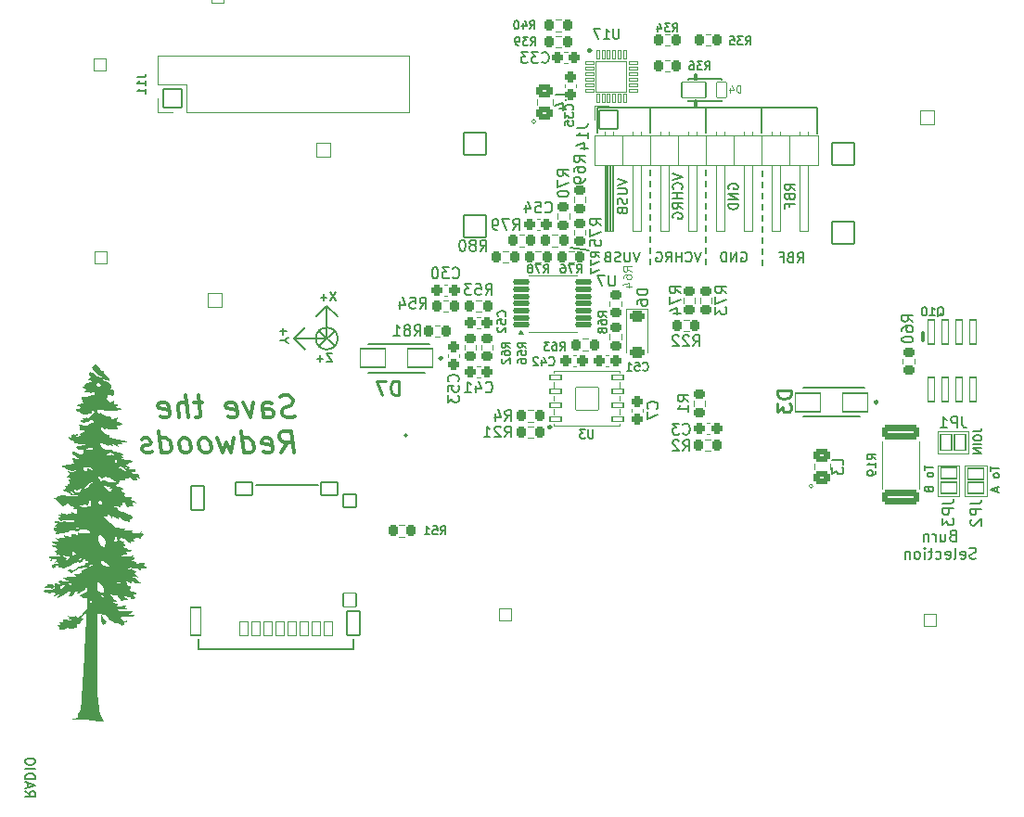
<source format=gbo>
%TF.GenerationSoftware,KiCad,Pcbnew,8.0.5*%
%TF.CreationDate,2024-11-23T15:58:24-08:00*%
%TF.ProjectId,mainboard,6d61696e-626f-4617-9264-2e6b69636164,06b*%
%TF.SameCoordinates,Original*%
%TF.FileFunction,Legend,Bot*%
%TF.FilePolarity,Positive*%
%FSLAX46Y46*%
G04 Gerber Fmt 4.6, Leading zero omitted, Abs format (unit mm)*
G04 Created by KiCad (PCBNEW 8.0.5) date 2024-11-23 15:58:24*
%MOMM*%
%LPD*%
G01*
G04 APERTURE LIST*
G04 Aperture macros list*
%AMRoundRect*
0 Rectangle with rounded corners*
0 $1 Rounding radius*
0 $2 $3 $4 $5 $6 $7 $8 $9 X,Y pos of 4 corners*
0 Add a 4 corners polygon primitive as box body*
4,1,4,$2,$3,$4,$5,$6,$7,$8,$9,$2,$3,0*
0 Add four circle primitives for the rounded corners*
1,1,$1+$1,$2,$3*
1,1,$1+$1,$4,$5*
1,1,$1+$1,$6,$7*
1,1,$1+$1,$8,$9*
0 Add four rect primitives between the rounded corners*
20,1,$1+$1,$2,$3,$4,$5,0*
20,1,$1+$1,$4,$5,$6,$7,0*
20,1,$1+$1,$6,$7,$8,$9,0*
20,1,$1+$1,$8,$9,$2,$3,0*%
G04 Aperture macros list end*
%ADD10C,0.127000*%
%ADD11C,0.200000*%
%ADD12C,0.203200*%
%ADD13C,0.300000*%
%ADD14C,0.150000*%
%ADD15C,0.080000*%
%ADD16C,0.095250*%
%ADD17C,0.254000*%
%ADD18C,0.154432*%
%ADD19C,0.120000*%
%ADD20C,0.250000*%
%ADD21C,0.100000*%
%ADD22C,0.240278*%
%ADD23C,0.000000*%
%ADD24C,0.190500*%
%ADD25C,5.701600*%
%ADD26C,2.133600*%
%ADD27C,2.151600*%
%ADD28C,2.351600*%
%ADD29RoundRect,0.063500X-1.016000X1.016000X-1.016000X-1.016000X1.016000X-1.016000X1.016000X1.016000X0*%
%ADD30C,2.159000*%
%ADD31C,0.701600*%
%ADD32O,1.101600X2.201600*%
%ADD33O,1.101600X1.701600*%
%ADD34RoundRect,0.050800X0.575000X0.575000X-0.575000X0.575000X-0.575000X-0.575000X0.575000X-0.575000X0*%
%ADD35C,1.251600*%
%ADD36RoundRect,0.050800X0.575000X-0.575000X0.575000X0.575000X-0.575000X0.575000X-0.575000X-0.575000X0*%
%ADD37RoundRect,0.050800X0.654000X-0.654000X0.654000X0.654000X-0.654000X0.654000X-0.654000X-0.654000X0*%
%ADD38C,1.409600*%
%ADD39RoundRect,0.076200X-0.575000X-0.575000X0.575000X-0.575000X0.575000X0.575000X-0.575000X0.575000X0*%
%ADD40C,1.302400*%
%ADD41RoundRect,0.050800X-0.654000X0.654000X-0.654000X-0.654000X0.654000X-0.654000X0.654000X0.654000X0*%
%ADD42RoundRect,0.063500X-0.400000X-0.620000X0.400000X-0.620000X0.400000X0.620000X-0.400000X0.620000X0*%
%ADD43RoundRect,0.063500X-0.580000X-0.600000X0.580000X-0.600000X0.580000X0.600000X-0.580000X0.600000X0*%
%ADD44RoundRect,0.063500X-0.475000X-1.250000X0.475000X-1.250000X0.475000X1.250000X-0.475000X1.250000X0*%
%ADD45RoundRect,0.063500X-0.575000X-1.100000X0.575000X-1.100000X0.575000X1.100000X-0.575000X1.100000X0*%
%ADD46RoundRect,0.063500X-0.750000X-0.575000X0.750000X-0.575000X0.750000X0.575000X-0.750000X0.575000X0*%
%ADD47RoundRect,0.063500X-0.580000X-0.625000X0.580000X-0.625000X0.580000X0.625000X-0.580000X0.625000X0*%
%ADD48C,2.000000*%
%ADD49RoundRect,0.225400X-0.225400X-0.300400X0.225400X-0.300400X0.225400X0.300400X-0.225400X0.300400X0*%
%ADD50RoundRect,0.050800X0.150000X0.400000X-0.150000X0.400000X-0.150000X-0.400000X0.150000X-0.400000X0*%
%ADD51RoundRect,0.050800X-0.400000X0.150000X-0.400000X-0.150000X0.400000X-0.150000X0.400000X0.150000X0*%
%ADD52RoundRect,0.050800X-1.400000X1.400000X-1.400000X-1.400000X1.400000X-1.400000X1.400000X1.400000X0*%
%ADD53RoundRect,0.225400X0.225400X0.300400X-0.225400X0.300400X-0.225400X-0.300400X0.225400X-0.300400X0*%
%ADD54RoundRect,0.250400X0.275400X-0.250400X0.275400X0.250400X-0.275400X0.250400X-0.275400X-0.250400X0*%
%ADD55RoundRect,0.272087X-0.478713X0.353713X-0.478713X-0.353713X0.478713X-0.353713X0.478713X0.353713X0*%
%ADD56RoundRect,0.063500X-0.450000X-0.700000X0.450000X-0.700000X0.450000X0.700000X-0.450000X0.700000X0*%
%ADD57RoundRect,0.063500X-1.100000X-0.700000X1.100000X-0.700000X1.100000X0.700000X-1.100000X0.700000X0*%
%ADD58RoundRect,0.050800X-0.850000X0.850000X-0.850000X-0.850000X0.850000X-0.850000X0.850000X0.850000X0*%
%ADD59O,1.801600X1.801600*%
%ADD60RoundRect,0.225400X0.300400X-0.225400X0.300400X0.225400X-0.300400X0.225400X-0.300400X-0.225400X0*%
%ADD61RoundRect,0.050800X-0.750000X0.500000X-0.750000X-0.500000X0.750000X-0.500000X0.750000X0.500000X0*%
%ADD62RoundRect,0.250400X-0.250400X-0.275400X0.250400X-0.275400X0.250400X0.275400X-0.250400X0.275400X0*%
%ADD63RoundRect,0.225400X-0.300400X0.225400X-0.300400X-0.225400X0.300400X-0.225400X0.300400X0.225400X0*%
%ADD64RoundRect,0.250400X0.250400X0.275400X-0.250400X0.275400X-0.250400X-0.275400X0.250400X-0.275400X0*%
%ADD65RoundRect,0.050800X1.175000X-0.850000X1.175000X0.850000X-1.175000X0.850000X-1.175000X-0.850000X0*%
%ADD66RoundRect,0.050800X-0.304800X-1.104900X0.304800X-1.104900X0.304800X1.104900X-0.304800X1.104900X0*%
%ADD67RoundRect,0.270735X-1.455065X0.392565X-1.455065X-0.392565X1.455065X-0.392565X1.455065X0.392565X0*%
%ADD68RoundRect,0.125400X-0.662900X-0.125400X0.662900X-0.125400X0.662900X0.125400X-0.662900X0.125400X0*%
%ADD69RoundRect,0.063500X-0.525000X-0.225000X0.525000X-0.225000X0.525000X0.225000X-0.525000X0.225000X0*%
%ADD70RoundRect,0.063500X-1.050000X1.050000X-1.050000X-1.050000X1.050000X-1.050000X1.050000X1.050000X0*%
%ADD71RoundRect,0.050800X0.500000X0.750000X-0.500000X0.750000X-0.500000X-0.750000X0.500000X-0.750000X0*%
%ADD72RoundRect,0.250400X-0.275400X0.250400X-0.275400X-0.250400X0.275400X-0.250400X0.275400X0.250400X0*%
%ADD73RoundRect,0.250400X-0.400400X0.250400X-0.400400X-0.250400X0.400400X-0.250400X0.400400X0.250400X0*%
G04 APERTURE END LIST*
D10*
X151130000Y-69088000D02*
X151130000Y-71374000D01*
X166116000Y-71374000D02*
X166116000Y-69088000D01*
X171200000Y-69100000D02*
X151130000Y-69138000D01*
X155956000Y-79883000D02*
X155956000Y-80391000D01*
X155956000Y-79375000D02*
X155956000Y-78867000D01*
X155956000Y-77851000D02*
X155956000Y-78359000D01*
X155956000Y-76835000D02*
X155956000Y-77343000D01*
X155956000Y-74803000D02*
X155956000Y-75311000D01*
X155956000Y-76327000D02*
X155956000Y-75819000D01*
X155956000Y-81407000D02*
X155956000Y-80899000D01*
X155956000Y-82423000D02*
X155956000Y-81915000D01*
X155956000Y-83439000D02*
X155956000Y-82931000D01*
X161036000Y-71374000D02*
X161036000Y-69088000D01*
X161036000Y-77851000D02*
X161036000Y-78359000D01*
X161036000Y-79375000D02*
X161036000Y-78867000D01*
X161036000Y-79883000D02*
X161036000Y-80391000D01*
X161036000Y-83439000D02*
X161036000Y-82931000D01*
X161036000Y-82423000D02*
X161036000Y-81915000D01*
X161036000Y-74803000D02*
X161036000Y-75311000D01*
X161036000Y-76835000D02*
X161036000Y-77343000D01*
X161036000Y-76327000D02*
X161036000Y-75819000D01*
X161036000Y-81407000D02*
X161036000Y-80899000D01*
X166199500Y-76365000D02*
X166199500Y-75857000D01*
X124400000Y-91190000D02*
X123400000Y-90190000D01*
X171200000Y-71443000D02*
X171200000Y-69100000D01*
X166199500Y-76873000D02*
X166199500Y-77381000D01*
X166199500Y-74841000D02*
X166199500Y-75349000D01*
X166199500Y-83477000D02*
X166199500Y-82969000D01*
X148600000Y-81850000D02*
X150300000Y-82150000D01*
X127400000Y-90190000D02*
G75*
G02*
X125400000Y-90190000I-1000000J0D01*
G01*
X125400000Y-90190000D02*
G75*
G02*
X127400000Y-90190000I1000000J0D01*
G01*
X123400000Y-90190000D02*
X126400000Y-90190000D01*
X125690000Y-89480000D02*
X127110000Y-90900000D01*
X124400000Y-89190000D02*
X123400000Y-90190000D01*
X166199500Y-81445000D02*
X166199500Y-80937000D01*
X127110000Y-89480000D02*
X125690000Y-90900000D01*
X166199500Y-79413000D02*
X166199500Y-78905000D01*
D11*
X133731000Y-99060000D02*
G75*
G02*
X133477000Y-99060000I-127000J0D01*
G01*
X133477000Y-99060000D02*
G75*
G02*
X133731000Y-99060000I127000J0D01*
G01*
D10*
X166199500Y-82461000D02*
X166199500Y-81953000D01*
X166199500Y-77889000D02*
X166199500Y-78397000D01*
X155956000Y-69088000D02*
X155956000Y-71374000D01*
X166199500Y-79921000D02*
X166199500Y-80429000D01*
X126400000Y-87190000D02*
X126400000Y-90190000D01*
X125400000Y-88190000D02*
X126400000Y-87190000D01*
X127400000Y-88190000D02*
X126400000Y-87190000D01*
X98857899Y-131528551D02*
X99281233Y-131824884D01*
X98857899Y-132036551D02*
X99746899Y-132036551D01*
X99746899Y-132036551D02*
X99746899Y-131697884D01*
X99746899Y-131697884D02*
X99704566Y-131613218D01*
X99704566Y-131613218D02*
X99662233Y-131570884D01*
X99662233Y-131570884D02*
X99577566Y-131528551D01*
X99577566Y-131528551D02*
X99450566Y-131528551D01*
X99450566Y-131528551D02*
X99365899Y-131570884D01*
X99365899Y-131570884D02*
X99323566Y-131613218D01*
X99323566Y-131613218D02*
X99281233Y-131697884D01*
X99281233Y-131697884D02*
X99281233Y-132036551D01*
X99111899Y-131189884D02*
X99111899Y-130766551D01*
X98857899Y-131274551D02*
X99746899Y-130978218D01*
X99746899Y-130978218D02*
X98857899Y-130681884D01*
X98857899Y-130385551D02*
X99746899Y-130385551D01*
X99746899Y-130385551D02*
X99746899Y-130173884D01*
X99746899Y-130173884D02*
X99704566Y-130046884D01*
X99704566Y-130046884D02*
X99619899Y-129962218D01*
X99619899Y-129962218D02*
X99535233Y-129919884D01*
X99535233Y-129919884D02*
X99365899Y-129877551D01*
X99365899Y-129877551D02*
X99238899Y-129877551D01*
X99238899Y-129877551D02*
X99069566Y-129919884D01*
X99069566Y-129919884D02*
X98984899Y-129962218D01*
X98984899Y-129962218D02*
X98900233Y-130046884D01*
X98900233Y-130046884D02*
X98857899Y-130173884D01*
X98857899Y-130173884D02*
X98857899Y-130385551D01*
X98857899Y-129496551D02*
X99746899Y-129496551D01*
X99746899Y-128903885D02*
X99746899Y-128734551D01*
X99746899Y-128734551D02*
X99704566Y-128649885D01*
X99704566Y-128649885D02*
X99619899Y-128565218D01*
X99619899Y-128565218D02*
X99450566Y-128522885D01*
X99450566Y-128522885D02*
X99154233Y-128522885D01*
X99154233Y-128522885D02*
X98984899Y-128565218D01*
X98984899Y-128565218D02*
X98900233Y-128649885D01*
X98900233Y-128649885D02*
X98857899Y-128734551D01*
X98857899Y-128734551D02*
X98857899Y-128903885D01*
X98857899Y-128903885D02*
X98900233Y-128988551D01*
X98900233Y-128988551D02*
X98984899Y-129073218D01*
X98984899Y-129073218D02*
X99154233Y-129115551D01*
X99154233Y-129115551D02*
X99450566Y-129115551D01*
X99450566Y-129115551D02*
X99619899Y-129073218D01*
X99619899Y-129073218D02*
X99704566Y-128988551D01*
X99704566Y-128988551D02*
X99746899Y-128903885D01*
D12*
X160563649Y-82303637D02*
X160267316Y-83192637D01*
X160267316Y-83192637D02*
X159970982Y-82303637D01*
X159166649Y-83107970D02*
X159208982Y-83150304D01*
X159208982Y-83150304D02*
X159335982Y-83192637D01*
X159335982Y-83192637D02*
X159420649Y-83192637D01*
X159420649Y-83192637D02*
X159547649Y-83150304D01*
X159547649Y-83150304D02*
X159632316Y-83065637D01*
X159632316Y-83065637D02*
X159674649Y-82980970D01*
X159674649Y-82980970D02*
X159716982Y-82811637D01*
X159716982Y-82811637D02*
X159716982Y-82684637D01*
X159716982Y-82684637D02*
X159674649Y-82515304D01*
X159674649Y-82515304D02*
X159632316Y-82430637D01*
X159632316Y-82430637D02*
X159547649Y-82345970D01*
X159547649Y-82345970D02*
X159420649Y-82303637D01*
X159420649Y-82303637D02*
X159335982Y-82303637D01*
X159335982Y-82303637D02*
X159208982Y-82345970D01*
X159208982Y-82345970D02*
X159166649Y-82388304D01*
X158785649Y-83192637D02*
X158785649Y-82303637D01*
X158785649Y-82726970D02*
X158277649Y-82726970D01*
X158277649Y-83192637D02*
X158277649Y-82303637D01*
X157346316Y-83192637D02*
X157642649Y-82769304D01*
X157854316Y-83192637D02*
X157854316Y-82303637D01*
X157854316Y-82303637D02*
X157515649Y-82303637D01*
X157515649Y-82303637D02*
X157430983Y-82345970D01*
X157430983Y-82345970D02*
X157388649Y-82388304D01*
X157388649Y-82388304D02*
X157346316Y-82472970D01*
X157346316Y-82472970D02*
X157346316Y-82599970D01*
X157346316Y-82599970D02*
X157388649Y-82684637D01*
X157388649Y-82684637D02*
X157430983Y-82726970D01*
X157430983Y-82726970D02*
X157515649Y-82769304D01*
X157515649Y-82769304D02*
X157854316Y-82769304D01*
X156499649Y-82345970D02*
X156584316Y-82303637D01*
X156584316Y-82303637D02*
X156711316Y-82303637D01*
X156711316Y-82303637D02*
X156838316Y-82345970D01*
X156838316Y-82345970D02*
X156922983Y-82430637D01*
X156922983Y-82430637D02*
X156965316Y-82515304D01*
X156965316Y-82515304D02*
X157007649Y-82684637D01*
X157007649Y-82684637D02*
X157007649Y-82811637D01*
X157007649Y-82811637D02*
X156965316Y-82980970D01*
X156965316Y-82980970D02*
X156922983Y-83065637D01*
X156922983Y-83065637D02*
X156838316Y-83150304D01*
X156838316Y-83150304D02*
X156711316Y-83192637D01*
X156711316Y-83192637D02*
X156626649Y-83192637D01*
X156626649Y-83192637D02*
X156499649Y-83150304D01*
X156499649Y-83150304D02*
X156457316Y-83107970D01*
X156457316Y-83107970D02*
X156457316Y-82811637D01*
X156457316Y-82811637D02*
X156626649Y-82811637D01*
X154975649Y-82303637D02*
X154679316Y-83192637D01*
X154679316Y-83192637D02*
X154382982Y-82303637D01*
X154086649Y-82303637D02*
X154086649Y-83023304D01*
X154086649Y-83023304D02*
X154044316Y-83107970D01*
X154044316Y-83107970D02*
X154001982Y-83150304D01*
X154001982Y-83150304D02*
X153917316Y-83192637D01*
X153917316Y-83192637D02*
X153747982Y-83192637D01*
X153747982Y-83192637D02*
X153663316Y-83150304D01*
X153663316Y-83150304D02*
X153620982Y-83107970D01*
X153620982Y-83107970D02*
X153578649Y-83023304D01*
X153578649Y-83023304D02*
X153578649Y-82303637D01*
X153197649Y-83150304D02*
X153070649Y-83192637D01*
X153070649Y-83192637D02*
X152858983Y-83192637D01*
X152858983Y-83192637D02*
X152774316Y-83150304D01*
X152774316Y-83150304D02*
X152731983Y-83107970D01*
X152731983Y-83107970D02*
X152689649Y-83023304D01*
X152689649Y-83023304D02*
X152689649Y-82938637D01*
X152689649Y-82938637D02*
X152731983Y-82853970D01*
X152731983Y-82853970D02*
X152774316Y-82811637D01*
X152774316Y-82811637D02*
X152858983Y-82769304D01*
X152858983Y-82769304D02*
X153028316Y-82726970D01*
X153028316Y-82726970D02*
X153112983Y-82684637D01*
X153112983Y-82684637D02*
X153155316Y-82642304D01*
X153155316Y-82642304D02*
X153197649Y-82557637D01*
X153197649Y-82557637D02*
X153197649Y-82472970D01*
X153197649Y-82472970D02*
X153155316Y-82388304D01*
X153155316Y-82388304D02*
X153112983Y-82345970D01*
X153112983Y-82345970D02*
X153028316Y-82303637D01*
X153028316Y-82303637D02*
X152816649Y-82303637D01*
X152816649Y-82303637D02*
X152689649Y-82345970D01*
X152012316Y-82726970D02*
X151885316Y-82769304D01*
X151885316Y-82769304D02*
X151842982Y-82811637D01*
X151842982Y-82811637D02*
X151800649Y-82896304D01*
X151800649Y-82896304D02*
X151800649Y-83023304D01*
X151800649Y-83023304D02*
X151842982Y-83107970D01*
X151842982Y-83107970D02*
X151885316Y-83150304D01*
X151885316Y-83150304D02*
X151969982Y-83192637D01*
X151969982Y-83192637D02*
X152308649Y-83192637D01*
X152308649Y-83192637D02*
X152308649Y-82303637D01*
X152308649Y-82303637D02*
X152012316Y-82303637D01*
X152012316Y-82303637D02*
X151927649Y-82345970D01*
X151927649Y-82345970D02*
X151885316Y-82388304D01*
X151885316Y-82388304D02*
X151842982Y-82472970D01*
X151842982Y-82472970D02*
X151842982Y-82557637D01*
X151842982Y-82557637D02*
X151885316Y-82642304D01*
X151885316Y-82642304D02*
X151927649Y-82684637D01*
X151927649Y-82684637D02*
X152012316Y-82726970D01*
X152012316Y-82726970D02*
X152308649Y-82726970D01*
X163078600Y-76545351D02*
X163036267Y-76460684D01*
X163036267Y-76460684D02*
X163036267Y-76333684D01*
X163036267Y-76333684D02*
X163078600Y-76206684D01*
X163078600Y-76206684D02*
X163163267Y-76122018D01*
X163163267Y-76122018D02*
X163247934Y-76079684D01*
X163247934Y-76079684D02*
X163417267Y-76037351D01*
X163417267Y-76037351D02*
X163544267Y-76037351D01*
X163544267Y-76037351D02*
X163713600Y-76079684D01*
X163713600Y-76079684D02*
X163798267Y-76122018D01*
X163798267Y-76122018D02*
X163882934Y-76206684D01*
X163882934Y-76206684D02*
X163925267Y-76333684D01*
X163925267Y-76333684D02*
X163925267Y-76418351D01*
X163925267Y-76418351D02*
X163882934Y-76545351D01*
X163882934Y-76545351D02*
X163840600Y-76587684D01*
X163840600Y-76587684D02*
X163544267Y-76587684D01*
X163544267Y-76587684D02*
X163544267Y-76418351D01*
X163925267Y-76968684D02*
X163036267Y-76968684D01*
X163036267Y-76968684D02*
X163925267Y-77476684D01*
X163925267Y-77476684D02*
X163036267Y-77476684D01*
X163925267Y-77900017D02*
X163036267Y-77900017D01*
X163036267Y-77900017D02*
X163036267Y-78111684D01*
X163036267Y-78111684D02*
X163078600Y-78238684D01*
X163078600Y-78238684D02*
X163163267Y-78323351D01*
X163163267Y-78323351D02*
X163247934Y-78365684D01*
X163247934Y-78365684D02*
X163417267Y-78408017D01*
X163417267Y-78408017D02*
X163544267Y-78408017D01*
X163544267Y-78408017D02*
X163713600Y-78365684D01*
X163713600Y-78365684D02*
X163798267Y-78323351D01*
X163798267Y-78323351D02*
X163882934Y-78238684D01*
X163882934Y-78238684D02*
X163925267Y-78111684D01*
X163925267Y-78111684D02*
X163925267Y-77900017D01*
X157956267Y-75127184D02*
X158845267Y-75423518D01*
X158845267Y-75423518D02*
X157956267Y-75719851D01*
X158760600Y-76524184D02*
X158802934Y-76481851D01*
X158802934Y-76481851D02*
X158845267Y-76354851D01*
X158845267Y-76354851D02*
X158845267Y-76270184D01*
X158845267Y-76270184D02*
X158802934Y-76143184D01*
X158802934Y-76143184D02*
X158718267Y-76058518D01*
X158718267Y-76058518D02*
X158633600Y-76016184D01*
X158633600Y-76016184D02*
X158464267Y-75973851D01*
X158464267Y-75973851D02*
X158337267Y-75973851D01*
X158337267Y-75973851D02*
X158167934Y-76016184D01*
X158167934Y-76016184D02*
X158083267Y-76058518D01*
X158083267Y-76058518D02*
X157998600Y-76143184D01*
X157998600Y-76143184D02*
X157956267Y-76270184D01*
X157956267Y-76270184D02*
X157956267Y-76354851D01*
X157956267Y-76354851D02*
X157998600Y-76481851D01*
X157998600Y-76481851D02*
X158040934Y-76524184D01*
X158845267Y-76905184D02*
X157956267Y-76905184D01*
X158379600Y-76905184D02*
X158379600Y-77413184D01*
X158845267Y-77413184D02*
X157956267Y-77413184D01*
X158845267Y-78344517D02*
X158421934Y-78048184D01*
X158845267Y-77836517D02*
X157956267Y-77836517D01*
X157956267Y-77836517D02*
X157956267Y-78175184D01*
X157956267Y-78175184D02*
X157998600Y-78259851D01*
X157998600Y-78259851D02*
X158040934Y-78302184D01*
X158040934Y-78302184D02*
X158125600Y-78344517D01*
X158125600Y-78344517D02*
X158252600Y-78344517D01*
X158252600Y-78344517D02*
X158337267Y-78302184D01*
X158337267Y-78302184D02*
X158379600Y-78259851D01*
X158379600Y-78259851D02*
X158421934Y-78175184D01*
X158421934Y-78175184D02*
X158421934Y-77836517D01*
X157998600Y-79191184D02*
X157956267Y-79106517D01*
X157956267Y-79106517D02*
X157956267Y-78979517D01*
X157956267Y-78979517D02*
X157998600Y-78852517D01*
X157998600Y-78852517D02*
X158083267Y-78767851D01*
X158083267Y-78767851D02*
X158167934Y-78725517D01*
X158167934Y-78725517D02*
X158337267Y-78683184D01*
X158337267Y-78683184D02*
X158464267Y-78683184D01*
X158464267Y-78683184D02*
X158633600Y-78725517D01*
X158633600Y-78725517D02*
X158718267Y-78767851D01*
X158718267Y-78767851D02*
X158802934Y-78852517D01*
X158802934Y-78852517D02*
X158845267Y-78979517D01*
X158845267Y-78979517D02*
X158845267Y-79064184D01*
X158845267Y-79064184D02*
X158802934Y-79191184D01*
X158802934Y-79191184D02*
X158760600Y-79233517D01*
X158760600Y-79233517D02*
X158464267Y-79233517D01*
X158464267Y-79233517D02*
X158464267Y-79064184D01*
X152941637Y-75592850D02*
X153830637Y-75889184D01*
X153830637Y-75889184D02*
X152941637Y-76185517D01*
X152941637Y-76481850D02*
X153661304Y-76481850D01*
X153661304Y-76481850D02*
X153745970Y-76524184D01*
X153745970Y-76524184D02*
X153788304Y-76566517D01*
X153788304Y-76566517D02*
X153830637Y-76651184D01*
X153830637Y-76651184D02*
X153830637Y-76820517D01*
X153830637Y-76820517D02*
X153788304Y-76905184D01*
X153788304Y-76905184D02*
X153745970Y-76947517D01*
X153745970Y-76947517D02*
X153661304Y-76989850D01*
X153661304Y-76989850D02*
X152941637Y-76989850D01*
X153788304Y-77370850D02*
X153830637Y-77497850D01*
X153830637Y-77497850D02*
X153830637Y-77709517D01*
X153830637Y-77709517D02*
X153788304Y-77794183D01*
X153788304Y-77794183D02*
X153745970Y-77836517D01*
X153745970Y-77836517D02*
X153661304Y-77878850D01*
X153661304Y-77878850D02*
X153576637Y-77878850D01*
X153576637Y-77878850D02*
X153491970Y-77836517D01*
X153491970Y-77836517D02*
X153449637Y-77794183D01*
X153449637Y-77794183D02*
X153407304Y-77709517D01*
X153407304Y-77709517D02*
X153364970Y-77540183D01*
X153364970Y-77540183D02*
X153322637Y-77455517D01*
X153322637Y-77455517D02*
X153280304Y-77413183D01*
X153280304Y-77413183D02*
X153195637Y-77370850D01*
X153195637Y-77370850D02*
X153110970Y-77370850D01*
X153110970Y-77370850D02*
X153026304Y-77413183D01*
X153026304Y-77413183D02*
X152983970Y-77455517D01*
X152983970Y-77455517D02*
X152941637Y-77540183D01*
X152941637Y-77540183D02*
X152941637Y-77751850D01*
X152941637Y-77751850D02*
X152983970Y-77878850D01*
X153364970Y-78556184D02*
X153407304Y-78683184D01*
X153407304Y-78683184D02*
X153449637Y-78725517D01*
X153449637Y-78725517D02*
X153534304Y-78767850D01*
X153534304Y-78767850D02*
X153661304Y-78767850D01*
X153661304Y-78767850D02*
X153745970Y-78725517D01*
X153745970Y-78725517D02*
X153788304Y-78683184D01*
X153788304Y-78683184D02*
X153830637Y-78598517D01*
X153830637Y-78598517D02*
X153830637Y-78259850D01*
X153830637Y-78259850D02*
X152941637Y-78259850D01*
X152941637Y-78259850D02*
X152941637Y-78556184D01*
X152941637Y-78556184D02*
X152983970Y-78640850D01*
X152983970Y-78640850D02*
X153026304Y-78683184D01*
X153026304Y-78683184D02*
X153110970Y-78725517D01*
X153110970Y-78725517D02*
X153195637Y-78725517D01*
X153195637Y-78725517D02*
X153280304Y-78683184D01*
X153280304Y-78683184D02*
X153322637Y-78640850D01*
X153322637Y-78640850D02*
X153364970Y-78556184D01*
X153364970Y-78556184D02*
X153364970Y-78259850D01*
X164225482Y-82345970D02*
X164310149Y-82303637D01*
X164310149Y-82303637D02*
X164437149Y-82303637D01*
X164437149Y-82303637D02*
X164564149Y-82345970D01*
X164564149Y-82345970D02*
X164648816Y-82430637D01*
X164648816Y-82430637D02*
X164691149Y-82515304D01*
X164691149Y-82515304D02*
X164733482Y-82684637D01*
X164733482Y-82684637D02*
X164733482Y-82811637D01*
X164733482Y-82811637D02*
X164691149Y-82980970D01*
X164691149Y-82980970D02*
X164648816Y-83065637D01*
X164648816Y-83065637D02*
X164564149Y-83150304D01*
X164564149Y-83150304D02*
X164437149Y-83192637D01*
X164437149Y-83192637D02*
X164352482Y-83192637D01*
X164352482Y-83192637D02*
X164225482Y-83150304D01*
X164225482Y-83150304D02*
X164183149Y-83107970D01*
X164183149Y-83107970D02*
X164183149Y-82811637D01*
X164183149Y-82811637D02*
X164352482Y-82811637D01*
X163802149Y-83192637D02*
X163802149Y-82303637D01*
X163802149Y-82303637D02*
X163294149Y-83192637D01*
X163294149Y-83192637D02*
X163294149Y-82303637D01*
X162870816Y-83192637D02*
X162870816Y-82303637D01*
X162870816Y-82303637D02*
X162659149Y-82303637D01*
X162659149Y-82303637D02*
X162532149Y-82345970D01*
X162532149Y-82345970D02*
X162447483Y-82430637D01*
X162447483Y-82430637D02*
X162405149Y-82515304D01*
X162405149Y-82515304D02*
X162362816Y-82684637D01*
X162362816Y-82684637D02*
X162362816Y-82811637D01*
X162362816Y-82811637D02*
X162405149Y-82980970D01*
X162405149Y-82980970D02*
X162447483Y-83065637D01*
X162447483Y-83065637D02*
X162532149Y-83150304D01*
X162532149Y-83150304D02*
X162659149Y-83192637D01*
X162659149Y-83192637D02*
X162870816Y-83192637D01*
D13*
X123487581Y-97299256D02*
X123213772Y-97394494D01*
X123213772Y-97394494D02*
X122737581Y-97394494D01*
X122737581Y-97394494D02*
X122535200Y-97299256D01*
X122535200Y-97299256D02*
X122428057Y-97204017D01*
X122428057Y-97204017D02*
X122309010Y-97013541D01*
X122309010Y-97013541D02*
X122285200Y-96823065D01*
X122285200Y-96823065D02*
X122356629Y-96632589D01*
X122356629Y-96632589D02*
X122439962Y-96537351D01*
X122439962Y-96537351D02*
X122618534Y-96442113D01*
X122618534Y-96442113D02*
X122987581Y-96346875D01*
X122987581Y-96346875D02*
X123166153Y-96251636D01*
X123166153Y-96251636D02*
X123249486Y-96156398D01*
X123249486Y-96156398D02*
X123320914Y-95965922D01*
X123320914Y-95965922D02*
X123297105Y-95775446D01*
X123297105Y-95775446D02*
X123178057Y-95584970D01*
X123178057Y-95584970D02*
X123070914Y-95489732D01*
X123070914Y-95489732D02*
X122868534Y-95394494D01*
X122868534Y-95394494D02*
X122392343Y-95394494D01*
X122392343Y-95394494D02*
X122118534Y-95489732D01*
X120642343Y-97394494D02*
X120511391Y-96346875D01*
X120511391Y-96346875D02*
X120582819Y-96156398D01*
X120582819Y-96156398D02*
X120761391Y-96061160D01*
X120761391Y-96061160D02*
X121142343Y-96061160D01*
X121142343Y-96061160D02*
X121344724Y-96156398D01*
X120630438Y-97299256D02*
X120832819Y-97394494D01*
X120832819Y-97394494D02*
X121309010Y-97394494D01*
X121309010Y-97394494D02*
X121487581Y-97299256D01*
X121487581Y-97299256D02*
X121559010Y-97108779D01*
X121559010Y-97108779D02*
X121535200Y-96918303D01*
X121535200Y-96918303D02*
X121416152Y-96727827D01*
X121416152Y-96727827D02*
X121213772Y-96632589D01*
X121213772Y-96632589D02*
X120737581Y-96632589D01*
X120737581Y-96632589D02*
X120535200Y-96537351D01*
X119713771Y-96061160D02*
X119404248Y-97394494D01*
X119404248Y-97394494D02*
X118761390Y-96061160D01*
X117392342Y-97299256D02*
X117594723Y-97394494D01*
X117594723Y-97394494D02*
X117975676Y-97394494D01*
X117975676Y-97394494D02*
X118154247Y-97299256D01*
X118154247Y-97299256D02*
X118225676Y-97108779D01*
X118225676Y-97108779D02*
X118130438Y-96346875D01*
X118130438Y-96346875D02*
X118011390Y-96156398D01*
X118011390Y-96156398D02*
X117809009Y-96061160D01*
X117809009Y-96061160D02*
X117428057Y-96061160D01*
X117428057Y-96061160D02*
X117249485Y-96156398D01*
X117249485Y-96156398D02*
X117178057Y-96346875D01*
X117178057Y-96346875D02*
X117201866Y-96537351D01*
X117201866Y-96537351D02*
X118178057Y-96727827D01*
X115047103Y-96061160D02*
X114285199Y-96061160D01*
X114678056Y-95394494D02*
X114892342Y-97108779D01*
X114892342Y-97108779D02*
X114820913Y-97299256D01*
X114820913Y-97299256D02*
X114642342Y-97394494D01*
X114642342Y-97394494D02*
X114451865Y-97394494D01*
X113785199Y-97394494D02*
X113535199Y-95394494D01*
X112928056Y-97394494D02*
X112797104Y-96346875D01*
X112797104Y-96346875D02*
X112868532Y-96156398D01*
X112868532Y-96156398D02*
X113047104Y-96061160D01*
X113047104Y-96061160D02*
X113332818Y-96061160D01*
X113332818Y-96061160D02*
X113535199Y-96156398D01*
X113535199Y-96156398D02*
X113642342Y-96251636D01*
X111201865Y-97299256D02*
X111404246Y-97394494D01*
X111404246Y-97394494D02*
X111785199Y-97394494D01*
X111785199Y-97394494D02*
X111963770Y-97299256D01*
X111963770Y-97299256D02*
X112035199Y-97108779D01*
X112035199Y-97108779D02*
X111939961Y-96346875D01*
X111939961Y-96346875D02*
X111820913Y-96156398D01*
X111820913Y-96156398D02*
X111618532Y-96061160D01*
X111618532Y-96061160D02*
X111237580Y-96061160D01*
X111237580Y-96061160D02*
X111059008Y-96156398D01*
X111059008Y-96156398D02*
X110987580Y-96346875D01*
X110987580Y-96346875D02*
X111011389Y-96537351D01*
X111011389Y-96537351D02*
X111987580Y-96727827D01*
X122261391Y-100614382D02*
X122809010Y-99662001D01*
X123404248Y-100614382D02*
X123154248Y-98614382D01*
X123154248Y-98614382D02*
X122392343Y-98614382D01*
X122392343Y-98614382D02*
X122213772Y-98709620D01*
X122213772Y-98709620D02*
X122130438Y-98804858D01*
X122130438Y-98804858D02*
X122059010Y-98995334D01*
X122059010Y-98995334D02*
X122094724Y-99281048D01*
X122094724Y-99281048D02*
X122213772Y-99471524D01*
X122213772Y-99471524D02*
X122320914Y-99566763D01*
X122320914Y-99566763D02*
X122523295Y-99662001D01*
X122523295Y-99662001D02*
X123285200Y-99662001D01*
X120630438Y-100519144D02*
X120832819Y-100614382D01*
X120832819Y-100614382D02*
X121213772Y-100614382D01*
X121213772Y-100614382D02*
X121392343Y-100519144D01*
X121392343Y-100519144D02*
X121463772Y-100328667D01*
X121463772Y-100328667D02*
X121368534Y-99566763D01*
X121368534Y-99566763D02*
X121249486Y-99376286D01*
X121249486Y-99376286D02*
X121047105Y-99281048D01*
X121047105Y-99281048D02*
X120666153Y-99281048D01*
X120666153Y-99281048D02*
X120487581Y-99376286D01*
X120487581Y-99376286D02*
X120416153Y-99566763D01*
X120416153Y-99566763D02*
X120439962Y-99757239D01*
X120439962Y-99757239D02*
X121416153Y-99947715D01*
X118832819Y-100614382D02*
X118582819Y-98614382D01*
X118820914Y-100519144D02*
X119023295Y-100614382D01*
X119023295Y-100614382D02*
X119404248Y-100614382D01*
X119404248Y-100614382D02*
X119582819Y-100519144D01*
X119582819Y-100519144D02*
X119666152Y-100423905D01*
X119666152Y-100423905D02*
X119737581Y-100233429D01*
X119737581Y-100233429D02*
X119666152Y-99662001D01*
X119666152Y-99662001D02*
X119547105Y-99471524D01*
X119547105Y-99471524D02*
X119439962Y-99376286D01*
X119439962Y-99376286D02*
X119237581Y-99281048D01*
X119237581Y-99281048D02*
X118856628Y-99281048D01*
X118856628Y-99281048D02*
X118678057Y-99376286D01*
X117904247Y-99281048D02*
X117689962Y-100614382D01*
X117689962Y-100614382D02*
X117189962Y-99662001D01*
X117189962Y-99662001D02*
X116928057Y-100614382D01*
X116928057Y-100614382D02*
X116380438Y-99281048D01*
X115499486Y-100614382D02*
X115678057Y-100519144D01*
X115678057Y-100519144D02*
X115761390Y-100423905D01*
X115761390Y-100423905D02*
X115832819Y-100233429D01*
X115832819Y-100233429D02*
X115761390Y-99662001D01*
X115761390Y-99662001D02*
X115642343Y-99471524D01*
X115642343Y-99471524D02*
X115535200Y-99376286D01*
X115535200Y-99376286D02*
X115332819Y-99281048D01*
X115332819Y-99281048D02*
X115047105Y-99281048D01*
X115047105Y-99281048D02*
X114868533Y-99376286D01*
X114868533Y-99376286D02*
X114785200Y-99471524D01*
X114785200Y-99471524D02*
X114713771Y-99662001D01*
X114713771Y-99662001D02*
X114785200Y-100233429D01*
X114785200Y-100233429D02*
X114904247Y-100423905D01*
X114904247Y-100423905D02*
X115011390Y-100519144D01*
X115011390Y-100519144D02*
X115213771Y-100614382D01*
X115213771Y-100614382D02*
X115499486Y-100614382D01*
X113689962Y-100614382D02*
X113868533Y-100519144D01*
X113868533Y-100519144D02*
X113951866Y-100423905D01*
X113951866Y-100423905D02*
X114023295Y-100233429D01*
X114023295Y-100233429D02*
X113951866Y-99662001D01*
X113951866Y-99662001D02*
X113832819Y-99471524D01*
X113832819Y-99471524D02*
X113725676Y-99376286D01*
X113725676Y-99376286D02*
X113523295Y-99281048D01*
X113523295Y-99281048D02*
X113237581Y-99281048D01*
X113237581Y-99281048D02*
X113059009Y-99376286D01*
X113059009Y-99376286D02*
X112975676Y-99471524D01*
X112975676Y-99471524D02*
X112904247Y-99662001D01*
X112904247Y-99662001D02*
X112975676Y-100233429D01*
X112975676Y-100233429D02*
X113094723Y-100423905D01*
X113094723Y-100423905D02*
X113201866Y-100519144D01*
X113201866Y-100519144D02*
X113404247Y-100614382D01*
X113404247Y-100614382D02*
X113689962Y-100614382D01*
X111309009Y-100614382D02*
X111059009Y-98614382D01*
X111297104Y-100519144D02*
X111499485Y-100614382D01*
X111499485Y-100614382D02*
X111880438Y-100614382D01*
X111880438Y-100614382D02*
X112059009Y-100519144D01*
X112059009Y-100519144D02*
X112142342Y-100423905D01*
X112142342Y-100423905D02*
X112213771Y-100233429D01*
X112213771Y-100233429D02*
X112142342Y-99662001D01*
X112142342Y-99662001D02*
X112023295Y-99471524D01*
X112023295Y-99471524D02*
X111916152Y-99376286D01*
X111916152Y-99376286D02*
X111713771Y-99281048D01*
X111713771Y-99281048D02*
X111332818Y-99281048D01*
X111332818Y-99281048D02*
X111154247Y-99376286D01*
X110439961Y-100519144D02*
X110261390Y-100614382D01*
X110261390Y-100614382D02*
X109880437Y-100614382D01*
X109880437Y-100614382D02*
X109678056Y-100519144D01*
X109678056Y-100519144D02*
X109559009Y-100328667D01*
X109559009Y-100328667D02*
X109547104Y-100233429D01*
X109547104Y-100233429D02*
X109618533Y-100042953D01*
X109618533Y-100042953D02*
X109797104Y-99947715D01*
X109797104Y-99947715D02*
X110082818Y-99947715D01*
X110082818Y-99947715D02*
X110261390Y-99852477D01*
X110261390Y-99852477D02*
X110332818Y-99662001D01*
X110332818Y-99662001D02*
X110320914Y-99566763D01*
X110320914Y-99566763D02*
X110201866Y-99376286D01*
X110201866Y-99376286D02*
X109999485Y-99281048D01*
X109999485Y-99281048D02*
X109713771Y-99281048D01*
X109713771Y-99281048D02*
X109535199Y-99376286D01*
D10*
X186998141Y-101846123D02*
X186998141Y-102281552D01*
X187760141Y-102063837D02*
X186998141Y-102063837D01*
X187760141Y-102644408D02*
X187723856Y-102571837D01*
X187723856Y-102571837D02*
X187687570Y-102535551D01*
X187687570Y-102535551D02*
X187614998Y-102499265D01*
X187614998Y-102499265D02*
X187397284Y-102499265D01*
X187397284Y-102499265D02*
X187324713Y-102535551D01*
X187324713Y-102535551D02*
X187288427Y-102571837D01*
X187288427Y-102571837D02*
X187252141Y-102644408D01*
X187252141Y-102644408D02*
X187252141Y-102753265D01*
X187252141Y-102753265D02*
X187288427Y-102825837D01*
X187288427Y-102825837D02*
X187324713Y-102862123D01*
X187324713Y-102862123D02*
X187397284Y-102898408D01*
X187397284Y-102898408D02*
X187614998Y-102898408D01*
X187614998Y-102898408D02*
X187687570Y-102862123D01*
X187687570Y-102862123D02*
X187723856Y-102825837D01*
X187723856Y-102825837D02*
X187760141Y-102753265D01*
X187760141Y-102753265D02*
X187760141Y-102644408D01*
X187542427Y-103769265D02*
X187542427Y-104132123D01*
X187760141Y-103696694D02*
X186998141Y-103950694D01*
X186998141Y-103950694D02*
X187760141Y-104204694D01*
X185418141Y-98692694D02*
X185962427Y-98692694D01*
X185962427Y-98692694D02*
X186071284Y-98656409D01*
X186071284Y-98656409D02*
X186143856Y-98583837D01*
X186143856Y-98583837D02*
X186180141Y-98474980D01*
X186180141Y-98474980D02*
X186180141Y-98402409D01*
X185418141Y-99200694D02*
X185418141Y-99345837D01*
X185418141Y-99345837D02*
X185454427Y-99418408D01*
X185454427Y-99418408D02*
X185526998Y-99490980D01*
X185526998Y-99490980D02*
X185672141Y-99527265D01*
X185672141Y-99527265D02*
X185926141Y-99527265D01*
X185926141Y-99527265D02*
X186071284Y-99490980D01*
X186071284Y-99490980D02*
X186143856Y-99418408D01*
X186143856Y-99418408D02*
X186180141Y-99345837D01*
X186180141Y-99345837D02*
X186180141Y-99200694D01*
X186180141Y-99200694D02*
X186143856Y-99128123D01*
X186143856Y-99128123D02*
X186071284Y-99055551D01*
X186071284Y-99055551D02*
X185926141Y-99019265D01*
X185926141Y-99019265D02*
X185672141Y-99019265D01*
X185672141Y-99019265D02*
X185526998Y-99055551D01*
X185526998Y-99055551D02*
X185454427Y-99128123D01*
X185454427Y-99128123D02*
X185418141Y-99200694D01*
X186180141Y-99853837D02*
X185418141Y-99853837D01*
X186180141Y-100216694D02*
X185418141Y-100216694D01*
X185418141Y-100216694D02*
X186180141Y-100652123D01*
X186180141Y-100652123D02*
X185418141Y-100652123D01*
X122492715Y-90339876D02*
X122129858Y-90339876D01*
X122891858Y-90593876D02*
X122492715Y-90339876D01*
X122492715Y-90339876D02*
X122891858Y-90085876D01*
X122420144Y-89831876D02*
X122420144Y-89251305D01*
X122129858Y-89541590D02*
X122710429Y-89541590D01*
D14*
X183532857Y-108176065D02*
X183390000Y-108223684D01*
X183390000Y-108223684D02*
X183342381Y-108271303D01*
X183342381Y-108271303D02*
X183294762Y-108366541D01*
X183294762Y-108366541D02*
X183294762Y-108509398D01*
X183294762Y-108509398D02*
X183342381Y-108604636D01*
X183342381Y-108604636D02*
X183390000Y-108652256D01*
X183390000Y-108652256D02*
X183485238Y-108699875D01*
X183485238Y-108699875D02*
X183866190Y-108699875D01*
X183866190Y-108699875D02*
X183866190Y-107699875D01*
X183866190Y-107699875D02*
X183532857Y-107699875D01*
X183532857Y-107699875D02*
X183437619Y-107747494D01*
X183437619Y-107747494D02*
X183390000Y-107795113D01*
X183390000Y-107795113D02*
X183342381Y-107890351D01*
X183342381Y-107890351D02*
X183342381Y-107985589D01*
X183342381Y-107985589D02*
X183390000Y-108080827D01*
X183390000Y-108080827D02*
X183437619Y-108128446D01*
X183437619Y-108128446D02*
X183532857Y-108176065D01*
X183532857Y-108176065D02*
X183866190Y-108176065D01*
X182437619Y-108033208D02*
X182437619Y-108699875D01*
X182866190Y-108033208D02*
X182866190Y-108557017D01*
X182866190Y-108557017D02*
X182818571Y-108652256D01*
X182818571Y-108652256D02*
X182723333Y-108699875D01*
X182723333Y-108699875D02*
X182580476Y-108699875D01*
X182580476Y-108699875D02*
X182485238Y-108652256D01*
X182485238Y-108652256D02*
X182437619Y-108604636D01*
X181961428Y-108699875D02*
X181961428Y-108033208D01*
X181961428Y-108223684D02*
X181913809Y-108128446D01*
X181913809Y-108128446D02*
X181866190Y-108080827D01*
X181866190Y-108080827D02*
X181770952Y-108033208D01*
X181770952Y-108033208D02*
X181675714Y-108033208D01*
X181342380Y-108033208D02*
X181342380Y-108699875D01*
X181342380Y-108128446D02*
X181294761Y-108080827D01*
X181294761Y-108080827D02*
X181199523Y-108033208D01*
X181199523Y-108033208D02*
X181056666Y-108033208D01*
X181056666Y-108033208D02*
X180961428Y-108080827D01*
X180961428Y-108080827D02*
X180913809Y-108176065D01*
X180913809Y-108176065D02*
X180913809Y-108699875D01*
X185651904Y-110262200D02*
X185509047Y-110309819D01*
X185509047Y-110309819D02*
X185270952Y-110309819D01*
X185270952Y-110309819D02*
X185175714Y-110262200D01*
X185175714Y-110262200D02*
X185128095Y-110214580D01*
X185128095Y-110214580D02*
X185080476Y-110119342D01*
X185080476Y-110119342D02*
X185080476Y-110024104D01*
X185080476Y-110024104D02*
X185128095Y-109928866D01*
X185128095Y-109928866D02*
X185175714Y-109881247D01*
X185175714Y-109881247D02*
X185270952Y-109833628D01*
X185270952Y-109833628D02*
X185461428Y-109786009D01*
X185461428Y-109786009D02*
X185556666Y-109738390D01*
X185556666Y-109738390D02*
X185604285Y-109690771D01*
X185604285Y-109690771D02*
X185651904Y-109595533D01*
X185651904Y-109595533D02*
X185651904Y-109500295D01*
X185651904Y-109500295D02*
X185604285Y-109405057D01*
X185604285Y-109405057D02*
X185556666Y-109357438D01*
X185556666Y-109357438D02*
X185461428Y-109309819D01*
X185461428Y-109309819D02*
X185223333Y-109309819D01*
X185223333Y-109309819D02*
X185080476Y-109357438D01*
X184270952Y-110262200D02*
X184366190Y-110309819D01*
X184366190Y-110309819D02*
X184556666Y-110309819D01*
X184556666Y-110309819D02*
X184651904Y-110262200D01*
X184651904Y-110262200D02*
X184699523Y-110166961D01*
X184699523Y-110166961D02*
X184699523Y-109786009D01*
X184699523Y-109786009D02*
X184651904Y-109690771D01*
X184651904Y-109690771D02*
X184556666Y-109643152D01*
X184556666Y-109643152D02*
X184366190Y-109643152D01*
X184366190Y-109643152D02*
X184270952Y-109690771D01*
X184270952Y-109690771D02*
X184223333Y-109786009D01*
X184223333Y-109786009D02*
X184223333Y-109881247D01*
X184223333Y-109881247D02*
X184699523Y-109976485D01*
X183651904Y-110309819D02*
X183747142Y-110262200D01*
X183747142Y-110262200D02*
X183794761Y-110166961D01*
X183794761Y-110166961D02*
X183794761Y-109309819D01*
X182889999Y-110262200D02*
X182985237Y-110309819D01*
X182985237Y-110309819D02*
X183175713Y-110309819D01*
X183175713Y-110309819D02*
X183270951Y-110262200D01*
X183270951Y-110262200D02*
X183318570Y-110166961D01*
X183318570Y-110166961D02*
X183318570Y-109786009D01*
X183318570Y-109786009D02*
X183270951Y-109690771D01*
X183270951Y-109690771D02*
X183175713Y-109643152D01*
X183175713Y-109643152D02*
X182985237Y-109643152D01*
X182985237Y-109643152D02*
X182889999Y-109690771D01*
X182889999Y-109690771D02*
X182842380Y-109786009D01*
X182842380Y-109786009D02*
X182842380Y-109881247D01*
X182842380Y-109881247D02*
X183318570Y-109976485D01*
X181985237Y-110262200D02*
X182080475Y-110309819D01*
X182080475Y-110309819D02*
X182270951Y-110309819D01*
X182270951Y-110309819D02*
X182366189Y-110262200D01*
X182366189Y-110262200D02*
X182413808Y-110214580D01*
X182413808Y-110214580D02*
X182461427Y-110119342D01*
X182461427Y-110119342D02*
X182461427Y-109833628D01*
X182461427Y-109833628D02*
X182413808Y-109738390D01*
X182413808Y-109738390D02*
X182366189Y-109690771D01*
X182366189Y-109690771D02*
X182270951Y-109643152D01*
X182270951Y-109643152D02*
X182080475Y-109643152D01*
X182080475Y-109643152D02*
X181985237Y-109690771D01*
X181699522Y-109643152D02*
X181318570Y-109643152D01*
X181556665Y-109309819D02*
X181556665Y-110166961D01*
X181556665Y-110166961D02*
X181509046Y-110262200D01*
X181509046Y-110262200D02*
X181413808Y-110309819D01*
X181413808Y-110309819D02*
X181318570Y-110309819D01*
X180985236Y-110309819D02*
X180985236Y-109643152D01*
X180985236Y-109309819D02*
X181032855Y-109357438D01*
X181032855Y-109357438D02*
X180985236Y-109405057D01*
X180985236Y-109405057D02*
X180937617Y-109357438D01*
X180937617Y-109357438D02*
X180985236Y-109309819D01*
X180985236Y-109309819D02*
X180985236Y-109405057D01*
X180366189Y-110309819D02*
X180461427Y-110262200D01*
X180461427Y-110262200D02*
X180509046Y-110214580D01*
X180509046Y-110214580D02*
X180556665Y-110119342D01*
X180556665Y-110119342D02*
X180556665Y-109833628D01*
X180556665Y-109833628D02*
X180509046Y-109738390D01*
X180509046Y-109738390D02*
X180461427Y-109690771D01*
X180461427Y-109690771D02*
X180366189Y-109643152D01*
X180366189Y-109643152D02*
X180223332Y-109643152D01*
X180223332Y-109643152D02*
X180128094Y-109690771D01*
X180128094Y-109690771D02*
X180080475Y-109738390D01*
X180080475Y-109738390D02*
X180032856Y-109833628D01*
X180032856Y-109833628D02*
X180032856Y-110119342D01*
X180032856Y-110119342D02*
X180080475Y-110214580D01*
X180080475Y-110214580D02*
X180128094Y-110262200D01*
X180128094Y-110262200D02*
X180223332Y-110309819D01*
X180223332Y-110309819D02*
X180366189Y-110309819D01*
X179604284Y-109643152D02*
X179604284Y-110309819D01*
X179604284Y-109738390D02*
X179556665Y-109690771D01*
X179556665Y-109690771D02*
X179461427Y-109643152D01*
X179461427Y-109643152D02*
X179318570Y-109643152D01*
X179318570Y-109643152D02*
X179223332Y-109690771D01*
X179223332Y-109690771D02*
X179175713Y-109786009D01*
X179175713Y-109786009D02*
X179175713Y-110309819D01*
D10*
X127207590Y-85978141D02*
X126699590Y-86740141D01*
X126699590Y-85978141D02*
X127207590Y-86740141D01*
X126409305Y-86449856D02*
X125828734Y-86449856D01*
X126119019Y-86740141D02*
X126119019Y-86159570D01*
X126867590Y-91548141D02*
X126359590Y-91548141D01*
X126359590Y-91548141D02*
X126867590Y-92310141D01*
X126867590Y-92310141D02*
X126359590Y-92310141D01*
X126069305Y-92019856D02*
X125488734Y-92019856D01*
X125779019Y-92310141D02*
X125779019Y-91729570D01*
D12*
X169346649Y-83230637D02*
X169642982Y-82807304D01*
X169854649Y-83230637D02*
X169854649Y-82341637D01*
X169854649Y-82341637D02*
X169515982Y-82341637D01*
X169515982Y-82341637D02*
X169431316Y-82383970D01*
X169431316Y-82383970D02*
X169388982Y-82426304D01*
X169388982Y-82426304D02*
X169346649Y-82510970D01*
X169346649Y-82510970D02*
X169346649Y-82637970D01*
X169346649Y-82637970D02*
X169388982Y-82722637D01*
X169388982Y-82722637D02*
X169431316Y-82764970D01*
X169431316Y-82764970D02*
X169515982Y-82807304D01*
X169515982Y-82807304D02*
X169854649Y-82807304D01*
X168669316Y-82764970D02*
X168542316Y-82807304D01*
X168542316Y-82807304D02*
X168499982Y-82849637D01*
X168499982Y-82849637D02*
X168457649Y-82934304D01*
X168457649Y-82934304D02*
X168457649Y-83061304D01*
X168457649Y-83061304D02*
X168499982Y-83145970D01*
X168499982Y-83145970D02*
X168542316Y-83188304D01*
X168542316Y-83188304D02*
X168626982Y-83230637D01*
X168626982Y-83230637D02*
X168965649Y-83230637D01*
X168965649Y-83230637D02*
X168965649Y-82341637D01*
X168965649Y-82341637D02*
X168669316Y-82341637D01*
X168669316Y-82341637D02*
X168584649Y-82383970D01*
X168584649Y-82383970D02*
X168542316Y-82426304D01*
X168542316Y-82426304D02*
X168499982Y-82510970D01*
X168499982Y-82510970D02*
X168499982Y-82595637D01*
X168499982Y-82595637D02*
X168542316Y-82680304D01*
X168542316Y-82680304D02*
X168584649Y-82722637D01*
X168584649Y-82722637D02*
X168669316Y-82764970D01*
X168669316Y-82764970D02*
X168965649Y-82764970D01*
X167780316Y-82764970D02*
X168076649Y-82764970D01*
X168076649Y-83230637D02*
X168076649Y-82341637D01*
X168076649Y-82341637D02*
X167653316Y-82341637D01*
X169088767Y-76625684D02*
X168665434Y-76329351D01*
X169088767Y-76117684D02*
X168199767Y-76117684D01*
X168199767Y-76117684D02*
X168199767Y-76456351D01*
X168199767Y-76456351D02*
X168242100Y-76541018D01*
X168242100Y-76541018D02*
X168284434Y-76583351D01*
X168284434Y-76583351D02*
X168369100Y-76625684D01*
X168369100Y-76625684D02*
X168496100Y-76625684D01*
X168496100Y-76625684D02*
X168580767Y-76583351D01*
X168580767Y-76583351D02*
X168623100Y-76541018D01*
X168623100Y-76541018D02*
X168665434Y-76456351D01*
X168665434Y-76456351D02*
X168665434Y-76117684D01*
X168623100Y-77303018D02*
X168665434Y-77430018D01*
X168665434Y-77430018D02*
X168707767Y-77472351D01*
X168707767Y-77472351D02*
X168792434Y-77514684D01*
X168792434Y-77514684D02*
X168919434Y-77514684D01*
X168919434Y-77514684D02*
X169004100Y-77472351D01*
X169004100Y-77472351D02*
X169046434Y-77430018D01*
X169046434Y-77430018D02*
X169088767Y-77345351D01*
X169088767Y-77345351D02*
X169088767Y-77006684D01*
X169088767Y-77006684D02*
X168199767Y-77006684D01*
X168199767Y-77006684D02*
X168199767Y-77303018D01*
X168199767Y-77303018D02*
X168242100Y-77387684D01*
X168242100Y-77387684D02*
X168284434Y-77430018D01*
X168284434Y-77430018D02*
X168369100Y-77472351D01*
X168369100Y-77472351D02*
X168453767Y-77472351D01*
X168453767Y-77472351D02*
X168538434Y-77430018D01*
X168538434Y-77430018D02*
X168580767Y-77387684D01*
X168580767Y-77387684D02*
X168623100Y-77303018D01*
X168623100Y-77303018D02*
X168623100Y-77006684D01*
X168623100Y-78192018D02*
X168623100Y-77895684D01*
X169088767Y-77895684D02*
X168199767Y-77895684D01*
X168199767Y-77895684D02*
X168199767Y-78319018D01*
D10*
X180978141Y-101776123D02*
X180978141Y-102211552D01*
X181740141Y-101993837D02*
X180978141Y-101993837D01*
X181740141Y-102574408D02*
X181703856Y-102501837D01*
X181703856Y-102501837D02*
X181667570Y-102465551D01*
X181667570Y-102465551D02*
X181594998Y-102429265D01*
X181594998Y-102429265D02*
X181377284Y-102429265D01*
X181377284Y-102429265D02*
X181304713Y-102465551D01*
X181304713Y-102465551D02*
X181268427Y-102501837D01*
X181268427Y-102501837D02*
X181232141Y-102574408D01*
X181232141Y-102574408D02*
X181232141Y-102683265D01*
X181232141Y-102683265D02*
X181268427Y-102755837D01*
X181268427Y-102755837D02*
X181304713Y-102792123D01*
X181304713Y-102792123D02*
X181377284Y-102828408D01*
X181377284Y-102828408D02*
X181594998Y-102828408D01*
X181594998Y-102828408D02*
X181667570Y-102792123D01*
X181667570Y-102792123D02*
X181703856Y-102755837D01*
X181703856Y-102755837D02*
X181740141Y-102683265D01*
X181740141Y-102683265D02*
X181740141Y-102574408D01*
X181340998Y-103989551D02*
X181377284Y-104098408D01*
X181377284Y-104098408D02*
X181413570Y-104134694D01*
X181413570Y-104134694D02*
X181486141Y-104170980D01*
X181486141Y-104170980D02*
X181594998Y-104170980D01*
X181594998Y-104170980D02*
X181667570Y-104134694D01*
X181667570Y-104134694D02*
X181703856Y-104098408D01*
X181703856Y-104098408D02*
X181740141Y-104025837D01*
X181740141Y-104025837D02*
X181740141Y-103735551D01*
X181740141Y-103735551D02*
X180978141Y-103735551D01*
X180978141Y-103735551D02*
X180978141Y-103989551D01*
X180978141Y-103989551D02*
X181014427Y-104062123D01*
X181014427Y-104062123D02*
X181050713Y-104098408D01*
X181050713Y-104098408D02*
X181123284Y-104134694D01*
X181123284Y-104134694D02*
X181195856Y-104134694D01*
X181195856Y-104134694D02*
X181268427Y-104098408D01*
X181268427Y-104098408D02*
X181304713Y-104062123D01*
X181304713Y-104062123D02*
X181340998Y-103989551D01*
X181340998Y-103989551D02*
X181340998Y-103735551D01*
X144941456Y-61950511D02*
X145195456Y-61587654D01*
X145376885Y-61950511D02*
X145376885Y-61188511D01*
X145376885Y-61188511D02*
X145086599Y-61188511D01*
X145086599Y-61188511D02*
X145014028Y-61224797D01*
X145014028Y-61224797D02*
X144977742Y-61261083D01*
X144977742Y-61261083D02*
X144941456Y-61333654D01*
X144941456Y-61333654D02*
X144941456Y-61442511D01*
X144941456Y-61442511D02*
X144977742Y-61515083D01*
X144977742Y-61515083D02*
X145014028Y-61551368D01*
X145014028Y-61551368D02*
X145086599Y-61587654D01*
X145086599Y-61587654D02*
X145376885Y-61587654D01*
X144288314Y-61442511D02*
X144288314Y-61950511D01*
X144469742Y-61152226D02*
X144651171Y-61696511D01*
X144651171Y-61696511D02*
X144179456Y-61696511D01*
X143744028Y-61188511D02*
X143671457Y-61188511D01*
X143671457Y-61188511D02*
X143598885Y-61224797D01*
X143598885Y-61224797D02*
X143562600Y-61261083D01*
X143562600Y-61261083D02*
X143526314Y-61333654D01*
X143526314Y-61333654D02*
X143490028Y-61478797D01*
X143490028Y-61478797D02*
X143490028Y-61660226D01*
X143490028Y-61660226D02*
X143526314Y-61805368D01*
X143526314Y-61805368D02*
X143562600Y-61877940D01*
X143562600Y-61877940D02*
X143598885Y-61914226D01*
X143598885Y-61914226D02*
X143671457Y-61950511D01*
X143671457Y-61950511D02*
X143744028Y-61950511D01*
X143744028Y-61950511D02*
X143816600Y-61914226D01*
X143816600Y-61914226D02*
X143852885Y-61877940D01*
X143852885Y-61877940D02*
X143889171Y-61805368D01*
X143889171Y-61805368D02*
X143925457Y-61660226D01*
X143925457Y-61660226D02*
X143925457Y-61478797D01*
X143925457Y-61478797D02*
X143889171Y-61333654D01*
X143889171Y-61333654D02*
X143852885Y-61261083D01*
X143852885Y-61261083D02*
X143816600Y-61224797D01*
X143816600Y-61224797D02*
X143744028Y-61188511D01*
X153075666Y-61940665D02*
X153075666Y-62660332D01*
X153075666Y-62660332D02*
X153033333Y-62744998D01*
X153033333Y-62744998D02*
X152990999Y-62787332D01*
X152990999Y-62787332D02*
X152906333Y-62829665D01*
X152906333Y-62829665D02*
X152736999Y-62829665D01*
X152736999Y-62829665D02*
X152652333Y-62787332D01*
X152652333Y-62787332D02*
X152609999Y-62744998D01*
X152609999Y-62744998D02*
X152567666Y-62660332D01*
X152567666Y-62660332D02*
X152567666Y-61940665D01*
X151678666Y-62829665D02*
X152186666Y-62829665D01*
X151932666Y-62829665D02*
X151932666Y-61940665D01*
X151932666Y-61940665D02*
X152017333Y-62067665D01*
X152017333Y-62067665D02*
X152102000Y-62152332D01*
X152102000Y-62152332D02*
X152186666Y-62194665D01*
X151382333Y-61940665D02*
X150789666Y-61940665D01*
X150789666Y-61940665D02*
X151170666Y-62829665D01*
X160941656Y-65674711D02*
X161195656Y-65311854D01*
X161377085Y-65674711D02*
X161377085Y-64912711D01*
X161377085Y-64912711D02*
X161086799Y-64912711D01*
X161086799Y-64912711D02*
X161014228Y-64948997D01*
X161014228Y-64948997D02*
X160977942Y-64985283D01*
X160977942Y-64985283D02*
X160941656Y-65057854D01*
X160941656Y-65057854D02*
X160941656Y-65166711D01*
X160941656Y-65166711D02*
X160977942Y-65239283D01*
X160977942Y-65239283D02*
X161014228Y-65275568D01*
X161014228Y-65275568D02*
X161086799Y-65311854D01*
X161086799Y-65311854D02*
X161377085Y-65311854D01*
X160687656Y-64912711D02*
X160215942Y-64912711D01*
X160215942Y-64912711D02*
X160469942Y-65202997D01*
X160469942Y-65202997D02*
X160361085Y-65202997D01*
X160361085Y-65202997D02*
X160288514Y-65239283D01*
X160288514Y-65239283D02*
X160252228Y-65275568D01*
X160252228Y-65275568D02*
X160215942Y-65348140D01*
X160215942Y-65348140D02*
X160215942Y-65529568D01*
X160215942Y-65529568D02*
X160252228Y-65602140D01*
X160252228Y-65602140D02*
X160288514Y-65638426D01*
X160288514Y-65638426D02*
X160361085Y-65674711D01*
X160361085Y-65674711D02*
X160578799Y-65674711D01*
X160578799Y-65674711D02*
X160651371Y-65638426D01*
X160651371Y-65638426D02*
X160687656Y-65602140D01*
X159562800Y-64912711D02*
X159707942Y-64912711D01*
X159707942Y-64912711D02*
X159780514Y-64948997D01*
X159780514Y-64948997D02*
X159816800Y-64985283D01*
X159816800Y-64985283D02*
X159889371Y-65094140D01*
X159889371Y-65094140D02*
X159925657Y-65239283D01*
X159925657Y-65239283D02*
X159925657Y-65529568D01*
X159925657Y-65529568D02*
X159889371Y-65602140D01*
X159889371Y-65602140D02*
X159853085Y-65638426D01*
X159853085Y-65638426D02*
X159780514Y-65674711D01*
X159780514Y-65674711D02*
X159635371Y-65674711D01*
X159635371Y-65674711D02*
X159562800Y-65638426D01*
X159562800Y-65638426D02*
X159526514Y-65602140D01*
X159526514Y-65602140D02*
X159490228Y-65529568D01*
X159490228Y-65529568D02*
X159490228Y-65348140D01*
X159490228Y-65348140D02*
X159526514Y-65275568D01*
X159526514Y-65275568D02*
X159562800Y-65239283D01*
X159562800Y-65239283D02*
X159635371Y-65202997D01*
X159635371Y-65202997D02*
X159780514Y-65202997D01*
X159780514Y-65202997D02*
X159853085Y-65239283D01*
X159853085Y-65239283D02*
X159889371Y-65275568D01*
X159889371Y-65275568D02*
X159925657Y-65348140D01*
X148823340Y-69310143D02*
X148859626Y-69273857D01*
X148859626Y-69273857D02*
X148895911Y-69165000D01*
X148895911Y-69165000D02*
X148895911Y-69092428D01*
X148895911Y-69092428D02*
X148859626Y-68983571D01*
X148859626Y-68983571D02*
X148787054Y-68911000D01*
X148787054Y-68911000D02*
X148714483Y-68874714D01*
X148714483Y-68874714D02*
X148569340Y-68838428D01*
X148569340Y-68838428D02*
X148460483Y-68838428D01*
X148460483Y-68838428D02*
X148315340Y-68874714D01*
X148315340Y-68874714D02*
X148242768Y-68911000D01*
X148242768Y-68911000D02*
X148170197Y-68983571D01*
X148170197Y-68983571D02*
X148133911Y-69092428D01*
X148133911Y-69092428D02*
X148133911Y-69165000D01*
X148133911Y-69165000D02*
X148170197Y-69273857D01*
X148170197Y-69273857D02*
X148206483Y-69310143D01*
X148133911Y-69564143D02*
X148133911Y-70035857D01*
X148133911Y-70035857D02*
X148424197Y-69781857D01*
X148424197Y-69781857D02*
X148424197Y-69890714D01*
X148424197Y-69890714D02*
X148460483Y-69963286D01*
X148460483Y-69963286D02*
X148496768Y-69999571D01*
X148496768Y-69999571D02*
X148569340Y-70035857D01*
X148569340Y-70035857D02*
X148750768Y-70035857D01*
X148750768Y-70035857D02*
X148823340Y-69999571D01*
X148823340Y-69999571D02*
X148859626Y-69963286D01*
X148859626Y-69963286D02*
X148895911Y-69890714D01*
X148895911Y-69890714D02*
X148895911Y-69673000D01*
X148895911Y-69673000D02*
X148859626Y-69600428D01*
X148859626Y-69600428D02*
X148823340Y-69564143D01*
X148133911Y-70725285D02*
X148133911Y-70362428D01*
X148133911Y-70362428D02*
X148496768Y-70326142D01*
X148496768Y-70326142D02*
X148460483Y-70362428D01*
X148460483Y-70362428D02*
X148424197Y-70435000D01*
X148424197Y-70435000D02*
X148424197Y-70616428D01*
X148424197Y-70616428D02*
X148460483Y-70689000D01*
X148460483Y-70689000D02*
X148496768Y-70725285D01*
X148496768Y-70725285D02*
X148569340Y-70761571D01*
X148569340Y-70761571D02*
X148750768Y-70761571D01*
X148750768Y-70761571D02*
X148823340Y-70725285D01*
X148823340Y-70725285D02*
X148859626Y-70689000D01*
X148859626Y-70689000D02*
X148895911Y-70616428D01*
X148895911Y-70616428D02*
X148895911Y-70435000D01*
X148895911Y-70435000D02*
X148859626Y-70362428D01*
X148859626Y-70362428D02*
X148823340Y-70326142D01*
X164624656Y-63388711D02*
X164878656Y-63025854D01*
X165060085Y-63388711D02*
X165060085Y-62626711D01*
X165060085Y-62626711D02*
X164769799Y-62626711D01*
X164769799Y-62626711D02*
X164697228Y-62662997D01*
X164697228Y-62662997D02*
X164660942Y-62699283D01*
X164660942Y-62699283D02*
X164624656Y-62771854D01*
X164624656Y-62771854D02*
X164624656Y-62880711D01*
X164624656Y-62880711D02*
X164660942Y-62953283D01*
X164660942Y-62953283D02*
X164697228Y-62989568D01*
X164697228Y-62989568D02*
X164769799Y-63025854D01*
X164769799Y-63025854D02*
X165060085Y-63025854D01*
X164370656Y-62626711D02*
X163898942Y-62626711D01*
X163898942Y-62626711D02*
X164152942Y-62916997D01*
X164152942Y-62916997D02*
X164044085Y-62916997D01*
X164044085Y-62916997D02*
X163971514Y-62953283D01*
X163971514Y-62953283D02*
X163935228Y-62989568D01*
X163935228Y-62989568D02*
X163898942Y-63062140D01*
X163898942Y-63062140D02*
X163898942Y-63243568D01*
X163898942Y-63243568D02*
X163935228Y-63316140D01*
X163935228Y-63316140D02*
X163971514Y-63352426D01*
X163971514Y-63352426D02*
X164044085Y-63388711D01*
X164044085Y-63388711D02*
X164261799Y-63388711D01*
X164261799Y-63388711D02*
X164334371Y-63352426D01*
X164334371Y-63352426D02*
X164370656Y-63316140D01*
X163209514Y-62626711D02*
X163572371Y-62626711D01*
X163572371Y-62626711D02*
X163608657Y-62989568D01*
X163608657Y-62989568D02*
X163572371Y-62953283D01*
X163572371Y-62953283D02*
X163499800Y-62916997D01*
X163499800Y-62916997D02*
X163318371Y-62916997D01*
X163318371Y-62916997D02*
X163245800Y-62953283D01*
X163245800Y-62953283D02*
X163209514Y-62989568D01*
X163209514Y-62989568D02*
X163173228Y-63062140D01*
X163173228Y-63062140D02*
X163173228Y-63243568D01*
X163173228Y-63243568D02*
X163209514Y-63316140D01*
X163209514Y-63316140D02*
X163245800Y-63352426D01*
X163245800Y-63352426D02*
X163318371Y-63388711D01*
X163318371Y-63388711D02*
X163499800Y-63388711D01*
X163499800Y-63388711D02*
X163572371Y-63352426D01*
X163572371Y-63352426D02*
X163608657Y-63316140D01*
X157969856Y-62194911D02*
X158223856Y-61832054D01*
X158405285Y-62194911D02*
X158405285Y-61432911D01*
X158405285Y-61432911D02*
X158114999Y-61432911D01*
X158114999Y-61432911D02*
X158042428Y-61469197D01*
X158042428Y-61469197D02*
X158006142Y-61505483D01*
X158006142Y-61505483D02*
X157969856Y-61578054D01*
X157969856Y-61578054D02*
X157969856Y-61686911D01*
X157969856Y-61686911D02*
X158006142Y-61759483D01*
X158006142Y-61759483D02*
X158042428Y-61795768D01*
X158042428Y-61795768D02*
X158114999Y-61832054D01*
X158114999Y-61832054D02*
X158405285Y-61832054D01*
X157715856Y-61432911D02*
X157244142Y-61432911D01*
X157244142Y-61432911D02*
X157498142Y-61723197D01*
X157498142Y-61723197D02*
X157389285Y-61723197D01*
X157389285Y-61723197D02*
X157316714Y-61759483D01*
X157316714Y-61759483D02*
X157280428Y-61795768D01*
X157280428Y-61795768D02*
X157244142Y-61868340D01*
X157244142Y-61868340D02*
X157244142Y-62049768D01*
X157244142Y-62049768D02*
X157280428Y-62122340D01*
X157280428Y-62122340D02*
X157316714Y-62158626D01*
X157316714Y-62158626D02*
X157389285Y-62194911D01*
X157389285Y-62194911D02*
X157606999Y-62194911D01*
X157606999Y-62194911D02*
X157679571Y-62158626D01*
X157679571Y-62158626D02*
X157715856Y-62122340D01*
X156591000Y-61686911D02*
X156591000Y-62194911D01*
X156772428Y-61396626D02*
X156953857Y-61940911D01*
X156953857Y-61940911D02*
X156482142Y-61940911D01*
X145017656Y-63420911D02*
X145271656Y-63058054D01*
X145453085Y-63420911D02*
X145453085Y-62658911D01*
X145453085Y-62658911D02*
X145162799Y-62658911D01*
X145162799Y-62658911D02*
X145090228Y-62695197D01*
X145090228Y-62695197D02*
X145053942Y-62731483D01*
X145053942Y-62731483D02*
X145017656Y-62804054D01*
X145017656Y-62804054D02*
X145017656Y-62912911D01*
X145017656Y-62912911D02*
X145053942Y-62985483D01*
X145053942Y-62985483D02*
X145090228Y-63021768D01*
X145090228Y-63021768D02*
X145162799Y-63058054D01*
X145162799Y-63058054D02*
X145453085Y-63058054D01*
X144763656Y-62658911D02*
X144291942Y-62658911D01*
X144291942Y-62658911D02*
X144545942Y-62949197D01*
X144545942Y-62949197D02*
X144437085Y-62949197D01*
X144437085Y-62949197D02*
X144364514Y-62985483D01*
X144364514Y-62985483D02*
X144328228Y-63021768D01*
X144328228Y-63021768D02*
X144291942Y-63094340D01*
X144291942Y-63094340D02*
X144291942Y-63275768D01*
X144291942Y-63275768D02*
X144328228Y-63348340D01*
X144328228Y-63348340D02*
X144364514Y-63384626D01*
X144364514Y-63384626D02*
X144437085Y-63420911D01*
X144437085Y-63420911D02*
X144654799Y-63420911D01*
X144654799Y-63420911D02*
X144727371Y-63384626D01*
X144727371Y-63384626D02*
X144763656Y-63348340D01*
X143929085Y-63420911D02*
X143783942Y-63420911D01*
X143783942Y-63420911D02*
X143711371Y-63384626D01*
X143711371Y-63384626D02*
X143675085Y-63348340D01*
X143675085Y-63348340D02*
X143602514Y-63239483D01*
X143602514Y-63239483D02*
X143566228Y-63094340D01*
X143566228Y-63094340D02*
X143566228Y-62804054D01*
X143566228Y-62804054D02*
X143602514Y-62731483D01*
X143602514Y-62731483D02*
X143638800Y-62695197D01*
X143638800Y-62695197D02*
X143711371Y-62658911D01*
X143711371Y-62658911D02*
X143856514Y-62658911D01*
X143856514Y-62658911D02*
X143929085Y-62695197D01*
X143929085Y-62695197D02*
X143965371Y-62731483D01*
X143965371Y-62731483D02*
X144001657Y-62804054D01*
X144001657Y-62804054D02*
X144001657Y-62985483D01*
X144001657Y-62985483D02*
X143965371Y-63058054D01*
X143965371Y-63058054D02*
X143929085Y-63094340D01*
X143929085Y-63094340D02*
X143856514Y-63130626D01*
X143856514Y-63130626D02*
X143711371Y-63130626D01*
X143711371Y-63130626D02*
X143638800Y-63094340D01*
X143638800Y-63094340D02*
X143602514Y-63058054D01*
X143602514Y-63058054D02*
X143566228Y-62985483D01*
D14*
X148254819Y-68433333D02*
X148254819Y-67957143D01*
X148254819Y-67957143D02*
X147254819Y-67957143D01*
X147588152Y-69195238D02*
X148254819Y-69195238D01*
X147207200Y-68957143D02*
X147921485Y-68719048D01*
X147921485Y-68719048D02*
X147921485Y-69338095D01*
D15*
X164164035Y-67739456D02*
X164164035Y-67074456D01*
X164164035Y-67074456D02*
X164005702Y-67074456D01*
X164005702Y-67074456D02*
X163910702Y-67106123D01*
X163910702Y-67106123D02*
X163847369Y-67169456D01*
X163847369Y-67169456D02*
X163815702Y-67232790D01*
X163815702Y-67232790D02*
X163784035Y-67359456D01*
X163784035Y-67359456D02*
X163784035Y-67454456D01*
X163784035Y-67454456D02*
X163815702Y-67581123D01*
X163815702Y-67581123D02*
X163847369Y-67644456D01*
X163847369Y-67644456D02*
X163910702Y-67707790D01*
X163910702Y-67707790D02*
X164005702Y-67739456D01*
X164005702Y-67739456D02*
X164164035Y-67739456D01*
X163214035Y-67296123D02*
X163214035Y-67739456D01*
X163372369Y-67042790D02*
X163530702Y-67517790D01*
X163530702Y-67517790D02*
X163119035Y-67517790D01*
D14*
X149204819Y-70940476D02*
X149919104Y-70940476D01*
X149919104Y-70940476D02*
X150061961Y-70892857D01*
X150061961Y-70892857D02*
X150157200Y-70797619D01*
X150157200Y-70797619D02*
X150204819Y-70654762D01*
X150204819Y-70654762D02*
X150204819Y-70559524D01*
X150204819Y-71940476D02*
X150204819Y-71369048D01*
X150204819Y-71654762D02*
X149204819Y-71654762D01*
X149204819Y-71654762D02*
X149347676Y-71559524D01*
X149347676Y-71559524D02*
X149442914Y-71464286D01*
X149442914Y-71464286D02*
X149490533Y-71369048D01*
X149538152Y-72797619D02*
X150204819Y-72797619D01*
X149157200Y-72559524D02*
X149871485Y-72321429D01*
X149871485Y-72321429D02*
X149871485Y-72940476D01*
D10*
X136787856Y-108095911D02*
X137041856Y-107733054D01*
X137223285Y-108095911D02*
X137223285Y-107333911D01*
X137223285Y-107333911D02*
X136932999Y-107333911D01*
X136932999Y-107333911D02*
X136860428Y-107370197D01*
X136860428Y-107370197D02*
X136824142Y-107406483D01*
X136824142Y-107406483D02*
X136787856Y-107479054D01*
X136787856Y-107479054D02*
X136787856Y-107587911D01*
X136787856Y-107587911D02*
X136824142Y-107660483D01*
X136824142Y-107660483D02*
X136860428Y-107696768D01*
X136860428Y-107696768D02*
X136932999Y-107733054D01*
X136932999Y-107733054D02*
X137223285Y-107733054D01*
X136098428Y-107333911D02*
X136461285Y-107333911D01*
X136461285Y-107333911D02*
X136497571Y-107696768D01*
X136497571Y-107696768D02*
X136461285Y-107660483D01*
X136461285Y-107660483D02*
X136388714Y-107624197D01*
X136388714Y-107624197D02*
X136207285Y-107624197D01*
X136207285Y-107624197D02*
X136134714Y-107660483D01*
X136134714Y-107660483D02*
X136098428Y-107696768D01*
X136098428Y-107696768D02*
X136062142Y-107769340D01*
X136062142Y-107769340D02*
X136062142Y-107950768D01*
X136062142Y-107950768D02*
X136098428Y-108023340D01*
X136098428Y-108023340D02*
X136134714Y-108059626D01*
X136134714Y-108059626D02*
X136207285Y-108095911D01*
X136207285Y-108095911D02*
X136388714Y-108095911D01*
X136388714Y-108095911D02*
X136461285Y-108059626D01*
X136461285Y-108059626D02*
X136497571Y-108023340D01*
X135336428Y-108095911D02*
X135771857Y-108095911D01*
X135554142Y-108095911D02*
X135554142Y-107333911D01*
X135554142Y-107333911D02*
X135626714Y-107442768D01*
X135626714Y-107442768D02*
X135699285Y-107515340D01*
X135699285Y-107515340D02*
X135771857Y-107551626D01*
D14*
X162884819Y-86057142D02*
X162408628Y-85723809D01*
X162884819Y-85485714D02*
X161884819Y-85485714D01*
X161884819Y-85485714D02*
X161884819Y-85866666D01*
X161884819Y-85866666D02*
X161932438Y-85961904D01*
X161932438Y-85961904D02*
X161980057Y-86009523D01*
X161980057Y-86009523D02*
X162075295Y-86057142D01*
X162075295Y-86057142D02*
X162218152Y-86057142D01*
X162218152Y-86057142D02*
X162313390Y-86009523D01*
X162313390Y-86009523D02*
X162361009Y-85961904D01*
X162361009Y-85961904D02*
X162408628Y-85866666D01*
X162408628Y-85866666D02*
X162408628Y-85485714D01*
X161884819Y-86390476D02*
X161884819Y-87057142D01*
X161884819Y-87057142D02*
X162884819Y-86628571D01*
X161884819Y-87342857D02*
X161884819Y-87961904D01*
X161884819Y-87961904D02*
X162265771Y-87628571D01*
X162265771Y-87628571D02*
X162265771Y-87771428D01*
X162265771Y-87771428D02*
X162313390Y-87866666D01*
X162313390Y-87866666D02*
X162361009Y-87914285D01*
X162361009Y-87914285D02*
X162456247Y-87961904D01*
X162456247Y-87961904D02*
X162694342Y-87961904D01*
X162694342Y-87961904D02*
X162789580Y-87914285D01*
X162789580Y-87914285D02*
X162837200Y-87866666D01*
X162837200Y-87866666D02*
X162884819Y-87771428D01*
X162884819Y-87771428D02*
X162884819Y-87485714D01*
X162884819Y-87485714D02*
X162837200Y-87390476D01*
X162837200Y-87390476D02*
X162789580Y-87342857D01*
X158704819Y-86057142D02*
X158228628Y-85723809D01*
X158704819Y-85485714D02*
X157704819Y-85485714D01*
X157704819Y-85485714D02*
X157704819Y-85866666D01*
X157704819Y-85866666D02*
X157752438Y-85961904D01*
X157752438Y-85961904D02*
X157800057Y-86009523D01*
X157800057Y-86009523D02*
X157895295Y-86057142D01*
X157895295Y-86057142D02*
X158038152Y-86057142D01*
X158038152Y-86057142D02*
X158133390Y-86009523D01*
X158133390Y-86009523D02*
X158181009Y-85961904D01*
X158181009Y-85961904D02*
X158228628Y-85866666D01*
X158228628Y-85866666D02*
X158228628Y-85485714D01*
X157704819Y-86390476D02*
X157704819Y-87057142D01*
X157704819Y-87057142D02*
X158704819Y-86628571D01*
X158038152Y-87866666D02*
X158704819Y-87866666D01*
X157657200Y-87628571D02*
X158371485Y-87390476D01*
X158371485Y-87390476D02*
X158371485Y-88009523D01*
D16*
X154197562Y-84060143D02*
X153834705Y-83806143D01*
X154197562Y-83624714D02*
X153435562Y-83624714D01*
X153435562Y-83624714D02*
X153435562Y-83915000D01*
X153435562Y-83915000D02*
X153471848Y-83987571D01*
X153471848Y-83987571D02*
X153508134Y-84023857D01*
X153508134Y-84023857D02*
X153580705Y-84060143D01*
X153580705Y-84060143D02*
X153689562Y-84060143D01*
X153689562Y-84060143D02*
X153762134Y-84023857D01*
X153762134Y-84023857D02*
X153798419Y-83987571D01*
X153798419Y-83987571D02*
X153834705Y-83915000D01*
X153834705Y-83915000D02*
X153834705Y-83624714D01*
X153435562Y-84713286D02*
X153435562Y-84568143D01*
X153435562Y-84568143D02*
X153471848Y-84495571D01*
X153471848Y-84495571D02*
X153508134Y-84459286D01*
X153508134Y-84459286D02*
X153616991Y-84386714D01*
X153616991Y-84386714D02*
X153762134Y-84350428D01*
X153762134Y-84350428D02*
X154052419Y-84350428D01*
X154052419Y-84350428D02*
X154124991Y-84386714D01*
X154124991Y-84386714D02*
X154161277Y-84423000D01*
X154161277Y-84423000D02*
X154197562Y-84495571D01*
X154197562Y-84495571D02*
X154197562Y-84640714D01*
X154197562Y-84640714D02*
X154161277Y-84713286D01*
X154161277Y-84713286D02*
X154124991Y-84749571D01*
X154124991Y-84749571D02*
X154052419Y-84785857D01*
X154052419Y-84785857D02*
X153870991Y-84785857D01*
X153870991Y-84785857D02*
X153798419Y-84749571D01*
X153798419Y-84749571D02*
X153762134Y-84713286D01*
X153762134Y-84713286D02*
X153725848Y-84640714D01*
X153725848Y-84640714D02*
X153725848Y-84495571D01*
X153725848Y-84495571D02*
X153762134Y-84423000D01*
X153762134Y-84423000D02*
X153798419Y-84386714D01*
X153798419Y-84386714D02*
X153870991Y-84350428D01*
X153689562Y-85439000D02*
X154197562Y-85439000D01*
X153399277Y-85257571D02*
X153943562Y-85076142D01*
X153943562Y-85076142D02*
X153943562Y-85547857D01*
D10*
X147689856Y-91295911D02*
X147943856Y-90933054D01*
X148125285Y-91295911D02*
X148125285Y-90533911D01*
X148125285Y-90533911D02*
X147834999Y-90533911D01*
X147834999Y-90533911D02*
X147762428Y-90570197D01*
X147762428Y-90570197D02*
X147726142Y-90606483D01*
X147726142Y-90606483D02*
X147689856Y-90679054D01*
X147689856Y-90679054D02*
X147689856Y-90787911D01*
X147689856Y-90787911D02*
X147726142Y-90860483D01*
X147726142Y-90860483D02*
X147762428Y-90896768D01*
X147762428Y-90896768D02*
X147834999Y-90933054D01*
X147834999Y-90933054D02*
X148125285Y-90933054D01*
X147036714Y-90533911D02*
X147181856Y-90533911D01*
X147181856Y-90533911D02*
X147254428Y-90570197D01*
X147254428Y-90570197D02*
X147290714Y-90606483D01*
X147290714Y-90606483D02*
X147363285Y-90715340D01*
X147363285Y-90715340D02*
X147399571Y-90860483D01*
X147399571Y-90860483D02*
X147399571Y-91150768D01*
X147399571Y-91150768D02*
X147363285Y-91223340D01*
X147363285Y-91223340D02*
X147326999Y-91259626D01*
X147326999Y-91259626D02*
X147254428Y-91295911D01*
X147254428Y-91295911D02*
X147109285Y-91295911D01*
X147109285Y-91295911D02*
X147036714Y-91259626D01*
X147036714Y-91259626D02*
X147000428Y-91223340D01*
X147000428Y-91223340D02*
X146964142Y-91150768D01*
X146964142Y-91150768D02*
X146964142Y-90969340D01*
X146964142Y-90969340D02*
X147000428Y-90896768D01*
X147000428Y-90896768D02*
X147036714Y-90860483D01*
X147036714Y-90860483D02*
X147109285Y-90824197D01*
X147109285Y-90824197D02*
X147254428Y-90824197D01*
X147254428Y-90824197D02*
X147326999Y-90860483D01*
X147326999Y-90860483D02*
X147363285Y-90896768D01*
X147363285Y-90896768D02*
X147399571Y-90969340D01*
X146710142Y-90533911D02*
X146238428Y-90533911D01*
X146238428Y-90533911D02*
X146492428Y-90824197D01*
X146492428Y-90824197D02*
X146383571Y-90824197D01*
X146383571Y-90824197D02*
X146311000Y-90860483D01*
X146311000Y-90860483D02*
X146274714Y-90896768D01*
X146274714Y-90896768D02*
X146238428Y-90969340D01*
X146238428Y-90969340D02*
X146238428Y-91150768D01*
X146238428Y-91150768D02*
X146274714Y-91223340D01*
X146274714Y-91223340D02*
X146311000Y-91259626D01*
X146311000Y-91259626D02*
X146383571Y-91295911D01*
X146383571Y-91295911D02*
X146601285Y-91295911D01*
X146601285Y-91295911D02*
X146673857Y-91259626D01*
X146673857Y-91259626D02*
X146710142Y-91223340D01*
X149189856Y-84195911D02*
X149443856Y-83833054D01*
X149625285Y-84195911D02*
X149625285Y-83433911D01*
X149625285Y-83433911D02*
X149334999Y-83433911D01*
X149334999Y-83433911D02*
X149262428Y-83470197D01*
X149262428Y-83470197D02*
X149226142Y-83506483D01*
X149226142Y-83506483D02*
X149189856Y-83579054D01*
X149189856Y-83579054D02*
X149189856Y-83687911D01*
X149189856Y-83687911D02*
X149226142Y-83760483D01*
X149226142Y-83760483D02*
X149262428Y-83796768D01*
X149262428Y-83796768D02*
X149334999Y-83833054D01*
X149334999Y-83833054D02*
X149625285Y-83833054D01*
X148935856Y-83433911D02*
X148427856Y-83433911D01*
X148427856Y-83433911D02*
X148754428Y-84195911D01*
X147811000Y-83433911D02*
X147956142Y-83433911D01*
X147956142Y-83433911D02*
X148028714Y-83470197D01*
X148028714Y-83470197D02*
X148065000Y-83506483D01*
X148065000Y-83506483D02*
X148137571Y-83615340D01*
X148137571Y-83615340D02*
X148173857Y-83760483D01*
X148173857Y-83760483D02*
X148173857Y-84050768D01*
X148173857Y-84050768D02*
X148137571Y-84123340D01*
X148137571Y-84123340D02*
X148101285Y-84159626D01*
X148101285Y-84159626D02*
X148028714Y-84195911D01*
X148028714Y-84195911D02*
X147883571Y-84195911D01*
X147883571Y-84195911D02*
X147811000Y-84159626D01*
X147811000Y-84159626D02*
X147774714Y-84123340D01*
X147774714Y-84123340D02*
X147738428Y-84050768D01*
X147738428Y-84050768D02*
X147738428Y-83869340D01*
X147738428Y-83869340D02*
X147774714Y-83796768D01*
X147774714Y-83796768D02*
X147811000Y-83760483D01*
X147811000Y-83760483D02*
X147883571Y-83724197D01*
X147883571Y-83724197D02*
X148028714Y-83724197D01*
X148028714Y-83724197D02*
X148101285Y-83760483D01*
X148101285Y-83760483D02*
X148137571Y-83796768D01*
X148137571Y-83796768D02*
X148173857Y-83869340D01*
X146189856Y-84195911D02*
X146443856Y-83833054D01*
X146625285Y-84195911D02*
X146625285Y-83433911D01*
X146625285Y-83433911D02*
X146334999Y-83433911D01*
X146334999Y-83433911D02*
X146262428Y-83470197D01*
X146262428Y-83470197D02*
X146226142Y-83506483D01*
X146226142Y-83506483D02*
X146189856Y-83579054D01*
X146189856Y-83579054D02*
X146189856Y-83687911D01*
X146189856Y-83687911D02*
X146226142Y-83760483D01*
X146226142Y-83760483D02*
X146262428Y-83796768D01*
X146262428Y-83796768D02*
X146334999Y-83833054D01*
X146334999Y-83833054D02*
X146625285Y-83833054D01*
X145935856Y-83433911D02*
X145427856Y-83433911D01*
X145427856Y-83433911D02*
X145754428Y-84195911D01*
X145028714Y-83760483D02*
X145101285Y-83724197D01*
X145101285Y-83724197D02*
X145137571Y-83687911D01*
X145137571Y-83687911D02*
X145173857Y-83615340D01*
X145173857Y-83615340D02*
X145173857Y-83579054D01*
X145173857Y-83579054D02*
X145137571Y-83506483D01*
X145137571Y-83506483D02*
X145101285Y-83470197D01*
X145101285Y-83470197D02*
X145028714Y-83433911D01*
X145028714Y-83433911D02*
X144883571Y-83433911D01*
X144883571Y-83433911D02*
X144811000Y-83470197D01*
X144811000Y-83470197D02*
X144774714Y-83506483D01*
X144774714Y-83506483D02*
X144738428Y-83579054D01*
X144738428Y-83579054D02*
X144738428Y-83615340D01*
X144738428Y-83615340D02*
X144774714Y-83687911D01*
X144774714Y-83687911D02*
X144811000Y-83724197D01*
X144811000Y-83724197D02*
X144883571Y-83760483D01*
X144883571Y-83760483D02*
X145028714Y-83760483D01*
X145028714Y-83760483D02*
X145101285Y-83796768D01*
X145101285Y-83796768D02*
X145137571Y-83833054D01*
X145137571Y-83833054D02*
X145173857Y-83905626D01*
X145173857Y-83905626D02*
X145173857Y-84050768D01*
X145173857Y-84050768D02*
X145137571Y-84123340D01*
X145137571Y-84123340D02*
X145101285Y-84159626D01*
X145101285Y-84159626D02*
X145028714Y-84195911D01*
X145028714Y-84195911D02*
X144883571Y-84195911D01*
X144883571Y-84195911D02*
X144811000Y-84159626D01*
X144811000Y-84159626D02*
X144774714Y-84123340D01*
X144774714Y-84123340D02*
X144738428Y-84050768D01*
X144738428Y-84050768D02*
X144738428Y-83905626D01*
X144738428Y-83905626D02*
X144774714Y-83833054D01*
X144774714Y-83833054D02*
X144811000Y-83796768D01*
X144811000Y-83796768D02*
X144883571Y-83760483D01*
D14*
X179904819Y-88657142D02*
X179428628Y-88323809D01*
X179904819Y-88085714D02*
X178904819Y-88085714D01*
X178904819Y-88085714D02*
X178904819Y-88466666D01*
X178904819Y-88466666D02*
X178952438Y-88561904D01*
X178952438Y-88561904D02*
X179000057Y-88609523D01*
X179000057Y-88609523D02*
X179095295Y-88657142D01*
X179095295Y-88657142D02*
X179238152Y-88657142D01*
X179238152Y-88657142D02*
X179333390Y-88609523D01*
X179333390Y-88609523D02*
X179381009Y-88561904D01*
X179381009Y-88561904D02*
X179428628Y-88466666D01*
X179428628Y-88466666D02*
X179428628Y-88085714D01*
X178904819Y-89514285D02*
X178904819Y-89323809D01*
X178904819Y-89323809D02*
X178952438Y-89228571D01*
X178952438Y-89228571D02*
X179000057Y-89180952D01*
X179000057Y-89180952D02*
X179142914Y-89085714D01*
X179142914Y-89085714D02*
X179333390Y-89038095D01*
X179333390Y-89038095D02*
X179714342Y-89038095D01*
X179714342Y-89038095D02*
X179809580Y-89085714D01*
X179809580Y-89085714D02*
X179857200Y-89133333D01*
X179857200Y-89133333D02*
X179904819Y-89228571D01*
X179904819Y-89228571D02*
X179904819Y-89419047D01*
X179904819Y-89419047D02*
X179857200Y-89514285D01*
X179857200Y-89514285D02*
X179809580Y-89561904D01*
X179809580Y-89561904D02*
X179714342Y-89609523D01*
X179714342Y-89609523D02*
X179476247Y-89609523D01*
X179476247Y-89609523D02*
X179381009Y-89561904D01*
X179381009Y-89561904D02*
X179333390Y-89514285D01*
X179333390Y-89514285D02*
X179285771Y-89419047D01*
X179285771Y-89419047D02*
X179285771Y-89228571D01*
X179285771Y-89228571D02*
X179333390Y-89133333D01*
X179333390Y-89133333D02*
X179381009Y-89085714D01*
X179381009Y-89085714D02*
X179476247Y-89038095D01*
X178904819Y-90228571D02*
X178904819Y-90323809D01*
X178904819Y-90323809D02*
X178952438Y-90419047D01*
X178952438Y-90419047D02*
X179000057Y-90466666D01*
X179000057Y-90466666D02*
X179095295Y-90514285D01*
X179095295Y-90514285D02*
X179285771Y-90561904D01*
X179285771Y-90561904D02*
X179523866Y-90561904D01*
X179523866Y-90561904D02*
X179714342Y-90514285D01*
X179714342Y-90514285D02*
X179809580Y-90466666D01*
X179809580Y-90466666D02*
X179857200Y-90419047D01*
X179857200Y-90419047D02*
X179904819Y-90323809D01*
X179904819Y-90323809D02*
X179904819Y-90228571D01*
X179904819Y-90228571D02*
X179857200Y-90133333D01*
X179857200Y-90133333D02*
X179809580Y-90085714D01*
X179809580Y-90085714D02*
X179714342Y-90038095D01*
X179714342Y-90038095D02*
X179523866Y-89990476D01*
X179523866Y-89990476D02*
X179285771Y-89990476D01*
X179285771Y-89990476D02*
X179095295Y-90038095D01*
X179095295Y-90038095D02*
X179000057Y-90085714D01*
X179000057Y-90085714D02*
X178952438Y-90133333D01*
X178952438Y-90133333D02*
X178904819Y-90228571D01*
X182629819Y-105241666D02*
X183344104Y-105241666D01*
X183344104Y-105241666D02*
X183486961Y-105194047D01*
X183486961Y-105194047D02*
X183582200Y-105098809D01*
X183582200Y-105098809D02*
X183629819Y-104955952D01*
X183629819Y-104955952D02*
X183629819Y-104860714D01*
X183629819Y-105717857D02*
X182629819Y-105717857D01*
X182629819Y-105717857D02*
X182629819Y-106098809D01*
X182629819Y-106098809D02*
X182677438Y-106194047D01*
X182677438Y-106194047D02*
X182725057Y-106241666D01*
X182725057Y-106241666D02*
X182820295Y-106289285D01*
X182820295Y-106289285D02*
X182963152Y-106289285D01*
X182963152Y-106289285D02*
X183058390Y-106241666D01*
X183058390Y-106241666D02*
X183106009Y-106194047D01*
X183106009Y-106194047D02*
X183153628Y-106098809D01*
X183153628Y-106098809D02*
X183153628Y-105717857D01*
X182629819Y-106622619D02*
X182629819Y-107241666D01*
X182629819Y-107241666D02*
X183010771Y-106908333D01*
X183010771Y-106908333D02*
X183010771Y-107051190D01*
X183010771Y-107051190D02*
X183058390Y-107146428D01*
X183058390Y-107146428D02*
X183106009Y-107194047D01*
X183106009Y-107194047D02*
X183201247Y-107241666D01*
X183201247Y-107241666D02*
X183439342Y-107241666D01*
X183439342Y-107241666D02*
X183534580Y-107194047D01*
X183534580Y-107194047D02*
X183582200Y-107146428D01*
X183582200Y-107146428D02*
X183629819Y-107051190D01*
X183629819Y-107051190D02*
X183629819Y-106765476D01*
X183629819Y-106765476D02*
X183582200Y-106670238D01*
X183582200Y-106670238D02*
X183534580Y-106622619D01*
X140392857Y-82204819D02*
X140726190Y-81728628D01*
X140964285Y-82204819D02*
X140964285Y-81204819D01*
X140964285Y-81204819D02*
X140583333Y-81204819D01*
X140583333Y-81204819D02*
X140488095Y-81252438D01*
X140488095Y-81252438D02*
X140440476Y-81300057D01*
X140440476Y-81300057D02*
X140392857Y-81395295D01*
X140392857Y-81395295D02*
X140392857Y-81538152D01*
X140392857Y-81538152D02*
X140440476Y-81633390D01*
X140440476Y-81633390D02*
X140488095Y-81681009D01*
X140488095Y-81681009D02*
X140583333Y-81728628D01*
X140583333Y-81728628D02*
X140964285Y-81728628D01*
X139821428Y-81633390D02*
X139916666Y-81585771D01*
X139916666Y-81585771D02*
X139964285Y-81538152D01*
X139964285Y-81538152D02*
X140011904Y-81442914D01*
X140011904Y-81442914D02*
X140011904Y-81395295D01*
X140011904Y-81395295D02*
X139964285Y-81300057D01*
X139964285Y-81300057D02*
X139916666Y-81252438D01*
X139916666Y-81252438D02*
X139821428Y-81204819D01*
X139821428Y-81204819D02*
X139630952Y-81204819D01*
X139630952Y-81204819D02*
X139535714Y-81252438D01*
X139535714Y-81252438D02*
X139488095Y-81300057D01*
X139488095Y-81300057D02*
X139440476Y-81395295D01*
X139440476Y-81395295D02*
X139440476Y-81442914D01*
X139440476Y-81442914D02*
X139488095Y-81538152D01*
X139488095Y-81538152D02*
X139535714Y-81585771D01*
X139535714Y-81585771D02*
X139630952Y-81633390D01*
X139630952Y-81633390D02*
X139821428Y-81633390D01*
X139821428Y-81633390D02*
X139916666Y-81681009D01*
X139916666Y-81681009D02*
X139964285Y-81728628D01*
X139964285Y-81728628D02*
X140011904Y-81823866D01*
X140011904Y-81823866D02*
X140011904Y-82014342D01*
X140011904Y-82014342D02*
X139964285Y-82109580D01*
X139964285Y-82109580D02*
X139916666Y-82157200D01*
X139916666Y-82157200D02*
X139821428Y-82204819D01*
X139821428Y-82204819D02*
X139630952Y-82204819D01*
X139630952Y-82204819D02*
X139535714Y-82157200D01*
X139535714Y-82157200D02*
X139488095Y-82109580D01*
X139488095Y-82109580D02*
X139440476Y-82014342D01*
X139440476Y-82014342D02*
X139440476Y-81823866D01*
X139440476Y-81823866D02*
X139488095Y-81728628D01*
X139488095Y-81728628D02*
X139535714Y-81681009D01*
X139535714Y-81681009D02*
X139630952Y-81633390D01*
X138821428Y-81204819D02*
X138726190Y-81204819D01*
X138726190Y-81204819D02*
X138630952Y-81252438D01*
X138630952Y-81252438D02*
X138583333Y-81300057D01*
X138583333Y-81300057D02*
X138535714Y-81395295D01*
X138535714Y-81395295D02*
X138488095Y-81585771D01*
X138488095Y-81585771D02*
X138488095Y-81823866D01*
X138488095Y-81823866D02*
X138535714Y-82014342D01*
X138535714Y-82014342D02*
X138583333Y-82109580D01*
X138583333Y-82109580D02*
X138630952Y-82157200D01*
X138630952Y-82157200D02*
X138726190Y-82204819D01*
X138726190Y-82204819D02*
X138821428Y-82204819D01*
X138821428Y-82204819D02*
X138916666Y-82157200D01*
X138916666Y-82157200D02*
X138964285Y-82109580D01*
X138964285Y-82109580D02*
X139011904Y-82014342D01*
X139011904Y-82014342D02*
X139059523Y-81823866D01*
X139059523Y-81823866D02*
X139059523Y-81585771D01*
X139059523Y-81585771D02*
X139011904Y-81395295D01*
X139011904Y-81395295D02*
X138964285Y-81300057D01*
X138964285Y-81300057D02*
X138916666Y-81252438D01*
X138916666Y-81252438D02*
X138821428Y-81204819D01*
X146342857Y-78609580D02*
X146390476Y-78657200D01*
X146390476Y-78657200D02*
X146533333Y-78704819D01*
X146533333Y-78704819D02*
X146628571Y-78704819D01*
X146628571Y-78704819D02*
X146771428Y-78657200D01*
X146771428Y-78657200D02*
X146866666Y-78561961D01*
X146866666Y-78561961D02*
X146914285Y-78466723D01*
X146914285Y-78466723D02*
X146961904Y-78276247D01*
X146961904Y-78276247D02*
X146961904Y-78133390D01*
X146961904Y-78133390D02*
X146914285Y-77942914D01*
X146914285Y-77942914D02*
X146866666Y-77847676D01*
X146866666Y-77847676D02*
X146771428Y-77752438D01*
X146771428Y-77752438D02*
X146628571Y-77704819D01*
X146628571Y-77704819D02*
X146533333Y-77704819D01*
X146533333Y-77704819D02*
X146390476Y-77752438D01*
X146390476Y-77752438D02*
X146342857Y-77800057D01*
X145438095Y-77704819D02*
X145914285Y-77704819D01*
X145914285Y-77704819D02*
X145961904Y-78181009D01*
X145961904Y-78181009D02*
X145914285Y-78133390D01*
X145914285Y-78133390D02*
X145819047Y-78085771D01*
X145819047Y-78085771D02*
X145580952Y-78085771D01*
X145580952Y-78085771D02*
X145485714Y-78133390D01*
X145485714Y-78133390D02*
X145438095Y-78181009D01*
X145438095Y-78181009D02*
X145390476Y-78276247D01*
X145390476Y-78276247D02*
X145390476Y-78514342D01*
X145390476Y-78514342D02*
X145438095Y-78609580D01*
X145438095Y-78609580D02*
X145485714Y-78657200D01*
X145485714Y-78657200D02*
X145580952Y-78704819D01*
X145580952Y-78704819D02*
X145819047Y-78704819D01*
X145819047Y-78704819D02*
X145914285Y-78657200D01*
X145914285Y-78657200D02*
X145961904Y-78609580D01*
X144533333Y-78038152D02*
X144533333Y-78704819D01*
X144771428Y-77657200D02*
X145009523Y-78371485D01*
X145009523Y-78371485D02*
X144390476Y-78371485D01*
X142666666Y-97704819D02*
X142999999Y-97228628D01*
X143238094Y-97704819D02*
X143238094Y-96704819D01*
X143238094Y-96704819D02*
X142857142Y-96704819D01*
X142857142Y-96704819D02*
X142761904Y-96752438D01*
X142761904Y-96752438D02*
X142714285Y-96800057D01*
X142714285Y-96800057D02*
X142666666Y-96895295D01*
X142666666Y-96895295D02*
X142666666Y-97038152D01*
X142666666Y-97038152D02*
X142714285Y-97133390D01*
X142714285Y-97133390D02*
X142761904Y-97181009D01*
X142761904Y-97181009D02*
X142857142Y-97228628D01*
X142857142Y-97228628D02*
X143238094Y-97228628D01*
X141809523Y-97038152D02*
X141809523Y-97704819D01*
X142047618Y-96657200D02*
X142285713Y-97371485D01*
X142285713Y-97371485D02*
X141666666Y-97371485D01*
X151454819Y-79857142D02*
X150978628Y-79523809D01*
X151454819Y-79285714D02*
X150454819Y-79285714D01*
X150454819Y-79285714D02*
X150454819Y-79666666D01*
X150454819Y-79666666D02*
X150502438Y-79761904D01*
X150502438Y-79761904D02*
X150550057Y-79809523D01*
X150550057Y-79809523D02*
X150645295Y-79857142D01*
X150645295Y-79857142D02*
X150788152Y-79857142D01*
X150788152Y-79857142D02*
X150883390Y-79809523D01*
X150883390Y-79809523D02*
X150931009Y-79761904D01*
X150931009Y-79761904D02*
X150978628Y-79666666D01*
X150978628Y-79666666D02*
X150978628Y-79285714D01*
X150454819Y-80190476D02*
X150454819Y-80857142D01*
X150454819Y-80857142D02*
X151454819Y-80428571D01*
X150454819Y-81714285D02*
X150454819Y-81238095D01*
X150454819Y-81238095D02*
X150931009Y-81190476D01*
X150931009Y-81190476D02*
X150883390Y-81238095D01*
X150883390Y-81238095D02*
X150835771Y-81333333D01*
X150835771Y-81333333D02*
X150835771Y-81571428D01*
X150835771Y-81571428D02*
X150883390Y-81666666D01*
X150883390Y-81666666D02*
X150931009Y-81714285D01*
X150931009Y-81714285D02*
X151026247Y-81761904D01*
X151026247Y-81761904D02*
X151264342Y-81761904D01*
X151264342Y-81761904D02*
X151359580Y-81714285D01*
X151359580Y-81714285D02*
X151407200Y-81666666D01*
X151407200Y-81666666D02*
X151454819Y-81571428D01*
X151454819Y-81571428D02*
X151454819Y-81333333D01*
X151454819Y-81333333D02*
X151407200Y-81238095D01*
X151407200Y-81238095D02*
X151359580Y-81190476D01*
X159424819Y-95933333D02*
X158948628Y-95600000D01*
X159424819Y-95361905D02*
X158424819Y-95361905D01*
X158424819Y-95361905D02*
X158424819Y-95742857D01*
X158424819Y-95742857D02*
X158472438Y-95838095D01*
X158472438Y-95838095D02*
X158520057Y-95885714D01*
X158520057Y-95885714D02*
X158615295Y-95933333D01*
X158615295Y-95933333D02*
X158758152Y-95933333D01*
X158758152Y-95933333D02*
X158853390Y-95885714D01*
X158853390Y-95885714D02*
X158901009Y-95838095D01*
X158901009Y-95838095D02*
X158948628Y-95742857D01*
X158948628Y-95742857D02*
X158948628Y-95361905D01*
X159424819Y-96885714D02*
X159424819Y-96314286D01*
X159424819Y-96600000D02*
X158424819Y-96600000D01*
X158424819Y-96600000D02*
X158567676Y-96504762D01*
X158567676Y-96504762D02*
X158662914Y-96409524D01*
X158662914Y-96409524D02*
X158710533Y-96314286D01*
D10*
X144595911Y-91010143D02*
X144233054Y-90756143D01*
X144595911Y-90574714D02*
X143833911Y-90574714D01*
X143833911Y-90574714D02*
X143833911Y-90865000D01*
X143833911Y-90865000D02*
X143870197Y-90937571D01*
X143870197Y-90937571D02*
X143906483Y-90973857D01*
X143906483Y-90973857D02*
X143979054Y-91010143D01*
X143979054Y-91010143D02*
X144087911Y-91010143D01*
X144087911Y-91010143D02*
X144160483Y-90973857D01*
X144160483Y-90973857D02*
X144196768Y-90937571D01*
X144196768Y-90937571D02*
X144233054Y-90865000D01*
X144233054Y-90865000D02*
X144233054Y-90574714D01*
X143833911Y-91699571D02*
X143833911Y-91336714D01*
X143833911Y-91336714D02*
X144196768Y-91300428D01*
X144196768Y-91300428D02*
X144160483Y-91336714D01*
X144160483Y-91336714D02*
X144124197Y-91409286D01*
X144124197Y-91409286D02*
X144124197Y-91590714D01*
X144124197Y-91590714D02*
X144160483Y-91663286D01*
X144160483Y-91663286D02*
X144196768Y-91699571D01*
X144196768Y-91699571D02*
X144269340Y-91735857D01*
X144269340Y-91735857D02*
X144450768Y-91735857D01*
X144450768Y-91735857D02*
X144523340Y-91699571D01*
X144523340Y-91699571D02*
X144559626Y-91663286D01*
X144559626Y-91663286D02*
X144595911Y-91590714D01*
X144595911Y-91590714D02*
X144595911Y-91409286D01*
X144595911Y-91409286D02*
X144559626Y-91336714D01*
X144559626Y-91336714D02*
X144523340Y-91300428D01*
X143833911Y-92389000D02*
X143833911Y-92243857D01*
X143833911Y-92243857D02*
X143870197Y-92171285D01*
X143870197Y-92171285D02*
X143906483Y-92135000D01*
X143906483Y-92135000D02*
X144015340Y-92062428D01*
X144015340Y-92062428D02*
X144160483Y-92026142D01*
X144160483Y-92026142D02*
X144450768Y-92026142D01*
X144450768Y-92026142D02*
X144523340Y-92062428D01*
X144523340Y-92062428D02*
X144559626Y-92098714D01*
X144559626Y-92098714D02*
X144595911Y-92171285D01*
X144595911Y-92171285D02*
X144595911Y-92316428D01*
X144595911Y-92316428D02*
X144559626Y-92389000D01*
X144559626Y-92389000D02*
X144523340Y-92425285D01*
X144523340Y-92425285D02*
X144450768Y-92461571D01*
X144450768Y-92461571D02*
X144269340Y-92461571D01*
X144269340Y-92461571D02*
X144196768Y-92425285D01*
X144196768Y-92425285D02*
X144160483Y-92389000D01*
X144160483Y-92389000D02*
X144124197Y-92316428D01*
X144124197Y-92316428D02*
X144124197Y-92171285D01*
X144124197Y-92171285D02*
X144160483Y-92098714D01*
X144160483Y-92098714D02*
X144196768Y-92062428D01*
X144196768Y-92062428D02*
X144269340Y-92026142D01*
D14*
X158916666Y-100454819D02*
X159249999Y-99978628D01*
X159488094Y-100454819D02*
X159488094Y-99454819D01*
X159488094Y-99454819D02*
X159107142Y-99454819D01*
X159107142Y-99454819D02*
X159011904Y-99502438D01*
X159011904Y-99502438D02*
X158964285Y-99550057D01*
X158964285Y-99550057D02*
X158916666Y-99645295D01*
X158916666Y-99645295D02*
X158916666Y-99788152D01*
X158916666Y-99788152D02*
X158964285Y-99883390D01*
X158964285Y-99883390D02*
X159011904Y-99931009D01*
X159011904Y-99931009D02*
X159107142Y-99978628D01*
X159107142Y-99978628D02*
X159488094Y-99978628D01*
X158535713Y-99550057D02*
X158488094Y-99502438D01*
X158488094Y-99502438D02*
X158392856Y-99454819D01*
X158392856Y-99454819D02*
X158154761Y-99454819D01*
X158154761Y-99454819D02*
X158059523Y-99502438D01*
X158059523Y-99502438D02*
X158011904Y-99550057D01*
X158011904Y-99550057D02*
X157964285Y-99645295D01*
X157964285Y-99645295D02*
X157964285Y-99740533D01*
X157964285Y-99740533D02*
X158011904Y-99883390D01*
X158011904Y-99883390D02*
X158583332Y-100454819D01*
X158583332Y-100454819D02*
X157964285Y-100454819D01*
D10*
X146689856Y-92573340D02*
X146726142Y-92609626D01*
X146726142Y-92609626D02*
X146834999Y-92645911D01*
X146834999Y-92645911D02*
X146907571Y-92645911D01*
X146907571Y-92645911D02*
X147016428Y-92609626D01*
X147016428Y-92609626D02*
X147088999Y-92537054D01*
X147088999Y-92537054D02*
X147125285Y-92464483D01*
X147125285Y-92464483D02*
X147161571Y-92319340D01*
X147161571Y-92319340D02*
X147161571Y-92210483D01*
X147161571Y-92210483D02*
X147125285Y-92065340D01*
X147125285Y-92065340D02*
X147088999Y-91992768D01*
X147088999Y-91992768D02*
X147016428Y-91920197D01*
X147016428Y-91920197D02*
X146907571Y-91883911D01*
X146907571Y-91883911D02*
X146834999Y-91883911D01*
X146834999Y-91883911D02*
X146726142Y-91920197D01*
X146726142Y-91920197D02*
X146689856Y-91956483D01*
X146036714Y-92137911D02*
X146036714Y-92645911D01*
X146218142Y-91847626D02*
X146399571Y-92391911D01*
X146399571Y-92391911D02*
X145927856Y-92391911D01*
X145673857Y-91956483D02*
X145637571Y-91920197D01*
X145637571Y-91920197D02*
X145565000Y-91883911D01*
X145565000Y-91883911D02*
X145383571Y-91883911D01*
X145383571Y-91883911D02*
X145311000Y-91920197D01*
X145311000Y-91920197D02*
X145274714Y-91956483D01*
X145274714Y-91956483D02*
X145238428Y-92029054D01*
X145238428Y-92029054D02*
X145238428Y-92101626D01*
X145238428Y-92101626D02*
X145274714Y-92210483D01*
X145274714Y-92210483D02*
X145710142Y-92645911D01*
X145710142Y-92645911D02*
X145238428Y-92645911D01*
D14*
X159842857Y-90884819D02*
X160176190Y-90408628D01*
X160414285Y-90884819D02*
X160414285Y-89884819D01*
X160414285Y-89884819D02*
X160033333Y-89884819D01*
X160033333Y-89884819D02*
X159938095Y-89932438D01*
X159938095Y-89932438D02*
X159890476Y-89980057D01*
X159890476Y-89980057D02*
X159842857Y-90075295D01*
X159842857Y-90075295D02*
X159842857Y-90218152D01*
X159842857Y-90218152D02*
X159890476Y-90313390D01*
X159890476Y-90313390D02*
X159938095Y-90361009D01*
X159938095Y-90361009D02*
X160033333Y-90408628D01*
X160033333Y-90408628D02*
X160414285Y-90408628D01*
X159461904Y-89980057D02*
X159414285Y-89932438D01*
X159414285Y-89932438D02*
X159319047Y-89884819D01*
X159319047Y-89884819D02*
X159080952Y-89884819D01*
X159080952Y-89884819D02*
X158985714Y-89932438D01*
X158985714Y-89932438D02*
X158938095Y-89980057D01*
X158938095Y-89980057D02*
X158890476Y-90075295D01*
X158890476Y-90075295D02*
X158890476Y-90170533D01*
X158890476Y-90170533D02*
X158938095Y-90313390D01*
X158938095Y-90313390D02*
X159509523Y-90884819D01*
X159509523Y-90884819D02*
X158890476Y-90884819D01*
X158509523Y-89980057D02*
X158461904Y-89932438D01*
X158461904Y-89932438D02*
X158366666Y-89884819D01*
X158366666Y-89884819D02*
X158128571Y-89884819D01*
X158128571Y-89884819D02*
X158033333Y-89932438D01*
X158033333Y-89932438D02*
X157985714Y-89980057D01*
X157985714Y-89980057D02*
X157938095Y-90075295D01*
X157938095Y-90075295D02*
X157938095Y-90170533D01*
X157938095Y-90170533D02*
X157985714Y-90313390D01*
X157985714Y-90313390D02*
X158557142Y-90884819D01*
X158557142Y-90884819D02*
X157938095Y-90884819D01*
D10*
X155239856Y-93073340D02*
X155276142Y-93109626D01*
X155276142Y-93109626D02*
X155384999Y-93145911D01*
X155384999Y-93145911D02*
X155457571Y-93145911D01*
X155457571Y-93145911D02*
X155566428Y-93109626D01*
X155566428Y-93109626D02*
X155638999Y-93037054D01*
X155638999Y-93037054D02*
X155675285Y-92964483D01*
X155675285Y-92964483D02*
X155711571Y-92819340D01*
X155711571Y-92819340D02*
X155711571Y-92710483D01*
X155711571Y-92710483D02*
X155675285Y-92565340D01*
X155675285Y-92565340D02*
X155638999Y-92492768D01*
X155638999Y-92492768D02*
X155566428Y-92420197D01*
X155566428Y-92420197D02*
X155457571Y-92383911D01*
X155457571Y-92383911D02*
X155384999Y-92383911D01*
X155384999Y-92383911D02*
X155276142Y-92420197D01*
X155276142Y-92420197D02*
X155239856Y-92456483D01*
X154550428Y-92383911D02*
X154913285Y-92383911D01*
X154913285Y-92383911D02*
X154949571Y-92746768D01*
X154949571Y-92746768D02*
X154913285Y-92710483D01*
X154913285Y-92710483D02*
X154840714Y-92674197D01*
X154840714Y-92674197D02*
X154659285Y-92674197D01*
X154659285Y-92674197D02*
X154586714Y-92710483D01*
X154586714Y-92710483D02*
X154550428Y-92746768D01*
X154550428Y-92746768D02*
X154514142Y-92819340D01*
X154514142Y-92819340D02*
X154514142Y-93000768D01*
X154514142Y-93000768D02*
X154550428Y-93073340D01*
X154550428Y-93073340D02*
X154586714Y-93109626D01*
X154586714Y-93109626D02*
X154659285Y-93145911D01*
X154659285Y-93145911D02*
X154840714Y-93145911D01*
X154840714Y-93145911D02*
X154913285Y-93109626D01*
X154913285Y-93109626D02*
X154949571Y-93073340D01*
X153788428Y-93145911D02*
X154223857Y-93145911D01*
X154006142Y-93145911D02*
X154006142Y-92383911D01*
X154006142Y-92383911D02*
X154078714Y-92492768D01*
X154078714Y-92492768D02*
X154151285Y-92565340D01*
X154151285Y-92565340D02*
X154223857Y-92601626D01*
D14*
X137892857Y-84609580D02*
X137940476Y-84657200D01*
X137940476Y-84657200D02*
X138083333Y-84704819D01*
X138083333Y-84704819D02*
X138178571Y-84704819D01*
X138178571Y-84704819D02*
X138321428Y-84657200D01*
X138321428Y-84657200D02*
X138416666Y-84561961D01*
X138416666Y-84561961D02*
X138464285Y-84466723D01*
X138464285Y-84466723D02*
X138511904Y-84276247D01*
X138511904Y-84276247D02*
X138511904Y-84133390D01*
X138511904Y-84133390D02*
X138464285Y-83942914D01*
X138464285Y-83942914D02*
X138416666Y-83847676D01*
X138416666Y-83847676D02*
X138321428Y-83752438D01*
X138321428Y-83752438D02*
X138178571Y-83704819D01*
X138178571Y-83704819D02*
X138083333Y-83704819D01*
X138083333Y-83704819D02*
X137940476Y-83752438D01*
X137940476Y-83752438D02*
X137892857Y-83800057D01*
X137559523Y-83704819D02*
X136940476Y-83704819D01*
X136940476Y-83704819D02*
X137273809Y-84085771D01*
X137273809Y-84085771D02*
X137130952Y-84085771D01*
X137130952Y-84085771D02*
X137035714Y-84133390D01*
X137035714Y-84133390D02*
X136988095Y-84181009D01*
X136988095Y-84181009D02*
X136940476Y-84276247D01*
X136940476Y-84276247D02*
X136940476Y-84514342D01*
X136940476Y-84514342D02*
X136988095Y-84609580D01*
X136988095Y-84609580D02*
X137035714Y-84657200D01*
X137035714Y-84657200D02*
X137130952Y-84704819D01*
X137130952Y-84704819D02*
X137416666Y-84704819D01*
X137416666Y-84704819D02*
X137511904Y-84657200D01*
X137511904Y-84657200D02*
X137559523Y-84609580D01*
X136321428Y-83704819D02*
X136226190Y-83704819D01*
X136226190Y-83704819D02*
X136130952Y-83752438D01*
X136130952Y-83752438D02*
X136083333Y-83800057D01*
X136083333Y-83800057D02*
X136035714Y-83895295D01*
X136035714Y-83895295D02*
X135988095Y-84085771D01*
X135988095Y-84085771D02*
X135988095Y-84323866D01*
X135988095Y-84323866D02*
X136035714Y-84514342D01*
X136035714Y-84514342D02*
X136083333Y-84609580D01*
X136083333Y-84609580D02*
X136130952Y-84657200D01*
X136130952Y-84657200D02*
X136226190Y-84704819D01*
X136226190Y-84704819D02*
X136321428Y-84704819D01*
X136321428Y-84704819D02*
X136416666Y-84657200D01*
X136416666Y-84657200D02*
X136464285Y-84609580D01*
X136464285Y-84609580D02*
X136511904Y-84514342D01*
X136511904Y-84514342D02*
X136559523Y-84323866D01*
X136559523Y-84323866D02*
X136559523Y-84085771D01*
X136559523Y-84085771D02*
X136511904Y-83895295D01*
X136511904Y-83895295D02*
X136464285Y-83800057D01*
X136464285Y-83800057D02*
X136416666Y-83752438D01*
X136416666Y-83752438D02*
X136321428Y-83704819D01*
X134392857Y-89954819D02*
X134726190Y-89478628D01*
X134964285Y-89954819D02*
X134964285Y-88954819D01*
X134964285Y-88954819D02*
X134583333Y-88954819D01*
X134583333Y-88954819D02*
X134488095Y-89002438D01*
X134488095Y-89002438D02*
X134440476Y-89050057D01*
X134440476Y-89050057D02*
X134392857Y-89145295D01*
X134392857Y-89145295D02*
X134392857Y-89288152D01*
X134392857Y-89288152D02*
X134440476Y-89383390D01*
X134440476Y-89383390D02*
X134488095Y-89431009D01*
X134488095Y-89431009D02*
X134583333Y-89478628D01*
X134583333Y-89478628D02*
X134964285Y-89478628D01*
X133821428Y-89383390D02*
X133916666Y-89335771D01*
X133916666Y-89335771D02*
X133964285Y-89288152D01*
X133964285Y-89288152D02*
X134011904Y-89192914D01*
X134011904Y-89192914D02*
X134011904Y-89145295D01*
X134011904Y-89145295D02*
X133964285Y-89050057D01*
X133964285Y-89050057D02*
X133916666Y-89002438D01*
X133916666Y-89002438D02*
X133821428Y-88954819D01*
X133821428Y-88954819D02*
X133630952Y-88954819D01*
X133630952Y-88954819D02*
X133535714Y-89002438D01*
X133535714Y-89002438D02*
X133488095Y-89050057D01*
X133488095Y-89050057D02*
X133440476Y-89145295D01*
X133440476Y-89145295D02*
X133440476Y-89192914D01*
X133440476Y-89192914D02*
X133488095Y-89288152D01*
X133488095Y-89288152D02*
X133535714Y-89335771D01*
X133535714Y-89335771D02*
X133630952Y-89383390D01*
X133630952Y-89383390D02*
X133821428Y-89383390D01*
X133821428Y-89383390D02*
X133916666Y-89431009D01*
X133916666Y-89431009D02*
X133964285Y-89478628D01*
X133964285Y-89478628D02*
X134011904Y-89573866D01*
X134011904Y-89573866D02*
X134011904Y-89764342D01*
X134011904Y-89764342D02*
X133964285Y-89859580D01*
X133964285Y-89859580D02*
X133916666Y-89907200D01*
X133916666Y-89907200D02*
X133821428Y-89954819D01*
X133821428Y-89954819D02*
X133630952Y-89954819D01*
X133630952Y-89954819D02*
X133535714Y-89907200D01*
X133535714Y-89907200D02*
X133488095Y-89859580D01*
X133488095Y-89859580D02*
X133440476Y-89764342D01*
X133440476Y-89764342D02*
X133440476Y-89573866D01*
X133440476Y-89573866D02*
X133488095Y-89478628D01*
X133488095Y-89478628D02*
X133535714Y-89431009D01*
X133535714Y-89431009D02*
X133630952Y-89383390D01*
X132488095Y-89954819D02*
X133059523Y-89954819D01*
X132773809Y-89954819D02*
X132773809Y-88954819D01*
X132773809Y-88954819D02*
X132869047Y-89097676D01*
X132869047Y-89097676D02*
X132964285Y-89192914D01*
X132964285Y-89192914D02*
X133059523Y-89240533D01*
D10*
X142673340Y-88160143D02*
X142709626Y-88123857D01*
X142709626Y-88123857D02*
X142745911Y-88015000D01*
X142745911Y-88015000D02*
X142745911Y-87942428D01*
X142745911Y-87942428D02*
X142709626Y-87833571D01*
X142709626Y-87833571D02*
X142637054Y-87761000D01*
X142637054Y-87761000D02*
X142564483Y-87724714D01*
X142564483Y-87724714D02*
X142419340Y-87688428D01*
X142419340Y-87688428D02*
X142310483Y-87688428D01*
X142310483Y-87688428D02*
X142165340Y-87724714D01*
X142165340Y-87724714D02*
X142092768Y-87761000D01*
X142092768Y-87761000D02*
X142020197Y-87833571D01*
X142020197Y-87833571D02*
X141983911Y-87942428D01*
X141983911Y-87942428D02*
X141983911Y-88015000D01*
X141983911Y-88015000D02*
X142020197Y-88123857D01*
X142020197Y-88123857D02*
X142056483Y-88160143D01*
X141983911Y-88849571D02*
X141983911Y-88486714D01*
X141983911Y-88486714D02*
X142346768Y-88450428D01*
X142346768Y-88450428D02*
X142310483Y-88486714D01*
X142310483Y-88486714D02*
X142274197Y-88559286D01*
X142274197Y-88559286D02*
X142274197Y-88740714D01*
X142274197Y-88740714D02*
X142310483Y-88813286D01*
X142310483Y-88813286D02*
X142346768Y-88849571D01*
X142346768Y-88849571D02*
X142419340Y-88885857D01*
X142419340Y-88885857D02*
X142600768Y-88885857D01*
X142600768Y-88885857D02*
X142673340Y-88849571D01*
X142673340Y-88849571D02*
X142709626Y-88813286D01*
X142709626Y-88813286D02*
X142745911Y-88740714D01*
X142745911Y-88740714D02*
X142745911Y-88559286D01*
X142745911Y-88559286D02*
X142709626Y-88486714D01*
X142709626Y-88486714D02*
X142673340Y-88450428D01*
X142056483Y-89176142D02*
X142020197Y-89212428D01*
X142020197Y-89212428D02*
X141983911Y-89285000D01*
X141983911Y-89285000D02*
X141983911Y-89466428D01*
X141983911Y-89466428D02*
X142020197Y-89539000D01*
X142020197Y-89539000D02*
X142056483Y-89575285D01*
X142056483Y-89575285D02*
X142129054Y-89611571D01*
X142129054Y-89611571D02*
X142201626Y-89611571D01*
X142201626Y-89611571D02*
X142310483Y-89575285D01*
X142310483Y-89575285D02*
X142745911Y-89139857D01*
X142745911Y-89139857D02*
X142745911Y-89611571D01*
D14*
X173554819Y-101733333D02*
X173554819Y-101257143D01*
X173554819Y-101257143D02*
X172554819Y-101257143D01*
X172554819Y-101971429D02*
X172554819Y-102590476D01*
X172554819Y-102590476D02*
X172935771Y-102257143D01*
X172935771Y-102257143D02*
X172935771Y-102400000D01*
X172935771Y-102400000D02*
X172983390Y-102495238D01*
X172983390Y-102495238D02*
X173031009Y-102542857D01*
X173031009Y-102542857D02*
X173126247Y-102590476D01*
X173126247Y-102590476D02*
X173364342Y-102590476D01*
X173364342Y-102590476D02*
X173459580Y-102542857D01*
X173459580Y-102542857D02*
X173507200Y-102495238D01*
X173507200Y-102495238D02*
X173554819Y-102400000D01*
X173554819Y-102400000D02*
X173554819Y-102114286D01*
X173554819Y-102114286D02*
X173507200Y-102019048D01*
X173507200Y-102019048D02*
X173459580Y-101971429D01*
X134892857Y-87454819D02*
X135226190Y-86978628D01*
X135464285Y-87454819D02*
X135464285Y-86454819D01*
X135464285Y-86454819D02*
X135083333Y-86454819D01*
X135083333Y-86454819D02*
X134988095Y-86502438D01*
X134988095Y-86502438D02*
X134940476Y-86550057D01*
X134940476Y-86550057D02*
X134892857Y-86645295D01*
X134892857Y-86645295D02*
X134892857Y-86788152D01*
X134892857Y-86788152D02*
X134940476Y-86883390D01*
X134940476Y-86883390D02*
X134988095Y-86931009D01*
X134988095Y-86931009D02*
X135083333Y-86978628D01*
X135083333Y-86978628D02*
X135464285Y-86978628D01*
X133988095Y-86454819D02*
X134464285Y-86454819D01*
X134464285Y-86454819D02*
X134511904Y-86931009D01*
X134511904Y-86931009D02*
X134464285Y-86883390D01*
X134464285Y-86883390D02*
X134369047Y-86835771D01*
X134369047Y-86835771D02*
X134130952Y-86835771D01*
X134130952Y-86835771D02*
X134035714Y-86883390D01*
X134035714Y-86883390D02*
X133988095Y-86931009D01*
X133988095Y-86931009D02*
X133940476Y-87026247D01*
X133940476Y-87026247D02*
X133940476Y-87264342D01*
X133940476Y-87264342D02*
X133988095Y-87359580D01*
X133988095Y-87359580D02*
X134035714Y-87407200D01*
X134035714Y-87407200D02*
X134130952Y-87454819D01*
X134130952Y-87454819D02*
X134369047Y-87454819D01*
X134369047Y-87454819D02*
X134464285Y-87407200D01*
X134464285Y-87407200D02*
X134511904Y-87359580D01*
X133083333Y-86788152D02*
X133083333Y-87454819D01*
X133321428Y-86407200D02*
X133559523Y-87121485D01*
X133559523Y-87121485D02*
X132940476Y-87121485D01*
X185154819Y-105266666D02*
X185869104Y-105266666D01*
X185869104Y-105266666D02*
X186011961Y-105219047D01*
X186011961Y-105219047D02*
X186107200Y-105123809D01*
X186107200Y-105123809D02*
X186154819Y-104980952D01*
X186154819Y-104980952D02*
X186154819Y-104885714D01*
X186154819Y-105742857D02*
X185154819Y-105742857D01*
X185154819Y-105742857D02*
X185154819Y-106123809D01*
X185154819Y-106123809D02*
X185202438Y-106219047D01*
X185202438Y-106219047D02*
X185250057Y-106266666D01*
X185250057Y-106266666D02*
X185345295Y-106314285D01*
X185345295Y-106314285D02*
X185488152Y-106314285D01*
X185488152Y-106314285D02*
X185583390Y-106266666D01*
X185583390Y-106266666D02*
X185631009Y-106219047D01*
X185631009Y-106219047D02*
X185678628Y-106123809D01*
X185678628Y-106123809D02*
X185678628Y-105742857D01*
X185250057Y-106695238D02*
X185202438Y-106742857D01*
X185202438Y-106742857D02*
X185154819Y-106838095D01*
X185154819Y-106838095D02*
X185154819Y-107076190D01*
X185154819Y-107076190D02*
X185202438Y-107171428D01*
X185202438Y-107171428D02*
X185250057Y-107219047D01*
X185250057Y-107219047D02*
X185345295Y-107266666D01*
X185345295Y-107266666D02*
X185440533Y-107266666D01*
X185440533Y-107266666D02*
X185583390Y-107219047D01*
X185583390Y-107219047D02*
X186154819Y-106647619D01*
X186154819Y-106647619D02*
X186154819Y-107266666D01*
D17*
X168774318Y-94962618D02*
X167504318Y-94962618D01*
X167504318Y-94962618D02*
X167504318Y-95264999D01*
X167504318Y-95264999D02*
X167564794Y-95446428D01*
X167564794Y-95446428D02*
X167685746Y-95567380D01*
X167685746Y-95567380D02*
X167806699Y-95627857D01*
X167806699Y-95627857D02*
X168048603Y-95688333D01*
X168048603Y-95688333D02*
X168230032Y-95688333D01*
X168230032Y-95688333D02*
X168471937Y-95627857D01*
X168471937Y-95627857D02*
X168592889Y-95567380D01*
X168592889Y-95567380D02*
X168713842Y-95446428D01*
X168713842Y-95446428D02*
X168774318Y-95264999D01*
X168774318Y-95264999D02*
X168774318Y-94962618D01*
X167504318Y-96111666D02*
X167504318Y-96897857D01*
X167504318Y-96897857D02*
X167988127Y-96474523D01*
X167988127Y-96474523D02*
X167988127Y-96655952D01*
X167988127Y-96655952D02*
X168048603Y-96776904D01*
X168048603Y-96776904D02*
X168109080Y-96837380D01*
X168109080Y-96837380D02*
X168230032Y-96897857D01*
X168230032Y-96897857D02*
X168532413Y-96897857D01*
X168532413Y-96897857D02*
X168653365Y-96837380D01*
X168653365Y-96837380D02*
X168713842Y-96776904D01*
X168713842Y-96776904D02*
X168774318Y-96655952D01*
X168774318Y-96655952D02*
X168774318Y-96293095D01*
X168774318Y-96293095D02*
X168713842Y-96172142D01*
X168713842Y-96172142D02*
X168653365Y-96111666D01*
D10*
X143095911Y-91010143D02*
X142733054Y-90756143D01*
X143095911Y-90574714D02*
X142333911Y-90574714D01*
X142333911Y-90574714D02*
X142333911Y-90865000D01*
X142333911Y-90865000D02*
X142370197Y-90937571D01*
X142370197Y-90937571D02*
X142406483Y-90973857D01*
X142406483Y-90973857D02*
X142479054Y-91010143D01*
X142479054Y-91010143D02*
X142587911Y-91010143D01*
X142587911Y-91010143D02*
X142660483Y-90973857D01*
X142660483Y-90973857D02*
X142696768Y-90937571D01*
X142696768Y-90937571D02*
X142733054Y-90865000D01*
X142733054Y-90865000D02*
X142733054Y-90574714D01*
X142333911Y-91663286D02*
X142333911Y-91518143D01*
X142333911Y-91518143D02*
X142370197Y-91445571D01*
X142370197Y-91445571D02*
X142406483Y-91409286D01*
X142406483Y-91409286D02*
X142515340Y-91336714D01*
X142515340Y-91336714D02*
X142660483Y-91300428D01*
X142660483Y-91300428D02*
X142950768Y-91300428D01*
X142950768Y-91300428D02*
X143023340Y-91336714D01*
X143023340Y-91336714D02*
X143059626Y-91373000D01*
X143059626Y-91373000D02*
X143095911Y-91445571D01*
X143095911Y-91445571D02*
X143095911Y-91590714D01*
X143095911Y-91590714D02*
X143059626Y-91663286D01*
X143059626Y-91663286D02*
X143023340Y-91699571D01*
X143023340Y-91699571D02*
X142950768Y-91735857D01*
X142950768Y-91735857D02*
X142769340Y-91735857D01*
X142769340Y-91735857D02*
X142696768Y-91699571D01*
X142696768Y-91699571D02*
X142660483Y-91663286D01*
X142660483Y-91663286D02*
X142624197Y-91590714D01*
X142624197Y-91590714D02*
X142624197Y-91445571D01*
X142624197Y-91445571D02*
X142660483Y-91373000D01*
X142660483Y-91373000D02*
X142696768Y-91336714D01*
X142696768Y-91336714D02*
X142769340Y-91300428D01*
X142406483Y-92026142D02*
X142370197Y-92062428D01*
X142370197Y-92062428D02*
X142333911Y-92135000D01*
X142333911Y-92135000D02*
X142333911Y-92316428D01*
X142333911Y-92316428D02*
X142370197Y-92389000D01*
X142370197Y-92389000D02*
X142406483Y-92425285D01*
X142406483Y-92425285D02*
X142479054Y-92461571D01*
X142479054Y-92461571D02*
X142551626Y-92461571D01*
X142551626Y-92461571D02*
X142660483Y-92425285D01*
X142660483Y-92425285D02*
X143095911Y-91989857D01*
X143095911Y-91989857D02*
X143095911Y-92461571D01*
D14*
X140892857Y-86204819D02*
X141226190Y-85728628D01*
X141464285Y-86204819D02*
X141464285Y-85204819D01*
X141464285Y-85204819D02*
X141083333Y-85204819D01*
X141083333Y-85204819D02*
X140988095Y-85252438D01*
X140988095Y-85252438D02*
X140940476Y-85300057D01*
X140940476Y-85300057D02*
X140892857Y-85395295D01*
X140892857Y-85395295D02*
X140892857Y-85538152D01*
X140892857Y-85538152D02*
X140940476Y-85633390D01*
X140940476Y-85633390D02*
X140988095Y-85681009D01*
X140988095Y-85681009D02*
X141083333Y-85728628D01*
X141083333Y-85728628D02*
X141464285Y-85728628D01*
X139988095Y-85204819D02*
X140464285Y-85204819D01*
X140464285Y-85204819D02*
X140511904Y-85681009D01*
X140511904Y-85681009D02*
X140464285Y-85633390D01*
X140464285Y-85633390D02*
X140369047Y-85585771D01*
X140369047Y-85585771D02*
X140130952Y-85585771D01*
X140130952Y-85585771D02*
X140035714Y-85633390D01*
X140035714Y-85633390D02*
X139988095Y-85681009D01*
X139988095Y-85681009D02*
X139940476Y-85776247D01*
X139940476Y-85776247D02*
X139940476Y-86014342D01*
X139940476Y-86014342D02*
X139988095Y-86109580D01*
X139988095Y-86109580D02*
X140035714Y-86157200D01*
X140035714Y-86157200D02*
X140130952Y-86204819D01*
X140130952Y-86204819D02*
X140369047Y-86204819D01*
X140369047Y-86204819D02*
X140464285Y-86157200D01*
X140464285Y-86157200D02*
X140511904Y-86109580D01*
X139607142Y-85204819D02*
X138988095Y-85204819D01*
X138988095Y-85204819D02*
X139321428Y-85585771D01*
X139321428Y-85585771D02*
X139178571Y-85585771D01*
X139178571Y-85585771D02*
X139083333Y-85633390D01*
X139083333Y-85633390D02*
X139035714Y-85681009D01*
X139035714Y-85681009D02*
X138988095Y-85776247D01*
X138988095Y-85776247D02*
X138988095Y-86014342D01*
X138988095Y-86014342D02*
X139035714Y-86109580D01*
X139035714Y-86109580D02*
X139083333Y-86157200D01*
X139083333Y-86157200D02*
X139178571Y-86204819D01*
X139178571Y-86204819D02*
X139464285Y-86204819D01*
X139464285Y-86204819D02*
X139559523Y-86157200D01*
X139559523Y-86157200D02*
X139607142Y-86109580D01*
X140892857Y-95039580D02*
X140940476Y-95087200D01*
X140940476Y-95087200D02*
X141083333Y-95134819D01*
X141083333Y-95134819D02*
X141178571Y-95134819D01*
X141178571Y-95134819D02*
X141321428Y-95087200D01*
X141321428Y-95087200D02*
X141416666Y-94991961D01*
X141416666Y-94991961D02*
X141464285Y-94896723D01*
X141464285Y-94896723D02*
X141511904Y-94706247D01*
X141511904Y-94706247D02*
X141511904Y-94563390D01*
X141511904Y-94563390D02*
X141464285Y-94372914D01*
X141464285Y-94372914D02*
X141416666Y-94277676D01*
X141416666Y-94277676D02*
X141321428Y-94182438D01*
X141321428Y-94182438D02*
X141178571Y-94134819D01*
X141178571Y-94134819D02*
X141083333Y-94134819D01*
X141083333Y-94134819D02*
X140940476Y-94182438D01*
X140940476Y-94182438D02*
X140892857Y-94230057D01*
X140035714Y-94468152D02*
X140035714Y-95134819D01*
X140273809Y-94087200D02*
X140511904Y-94801485D01*
X140511904Y-94801485D02*
X139892857Y-94801485D01*
X138988095Y-95134819D02*
X139559523Y-95134819D01*
X139273809Y-95134819D02*
X139273809Y-94134819D01*
X139273809Y-94134819D02*
X139369047Y-94277676D01*
X139369047Y-94277676D02*
X139464285Y-94372914D01*
X139464285Y-94372914D02*
X139559523Y-94420533D01*
X143392857Y-80274819D02*
X143726190Y-79798628D01*
X143964285Y-80274819D02*
X143964285Y-79274819D01*
X143964285Y-79274819D02*
X143583333Y-79274819D01*
X143583333Y-79274819D02*
X143488095Y-79322438D01*
X143488095Y-79322438D02*
X143440476Y-79370057D01*
X143440476Y-79370057D02*
X143392857Y-79465295D01*
X143392857Y-79465295D02*
X143392857Y-79608152D01*
X143392857Y-79608152D02*
X143440476Y-79703390D01*
X143440476Y-79703390D02*
X143488095Y-79751009D01*
X143488095Y-79751009D02*
X143583333Y-79798628D01*
X143583333Y-79798628D02*
X143964285Y-79798628D01*
X143059523Y-79274819D02*
X142392857Y-79274819D01*
X142392857Y-79274819D02*
X142821428Y-80274819D01*
X141964285Y-80274819D02*
X141773809Y-80274819D01*
X141773809Y-80274819D02*
X141678571Y-80227200D01*
X141678571Y-80227200D02*
X141630952Y-80179580D01*
X141630952Y-80179580D02*
X141535714Y-80036723D01*
X141535714Y-80036723D02*
X141488095Y-79846247D01*
X141488095Y-79846247D02*
X141488095Y-79465295D01*
X141488095Y-79465295D02*
X141535714Y-79370057D01*
X141535714Y-79370057D02*
X141583333Y-79322438D01*
X141583333Y-79322438D02*
X141678571Y-79274819D01*
X141678571Y-79274819D02*
X141869047Y-79274819D01*
X141869047Y-79274819D02*
X141964285Y-79322438D01*
X141964285Y-79322438D02*
X142011904Y-79370057D01*
X142011904Y-79370057D02*
X142059523Y-79465295D01*
X142059523Y-79465295D02*
X142059523Y-79703390D01*
X142059523Y-79703390D02*
X142011904Y-79798628D01*
X142011904Y-79798628D02*
X141964285Y-79846247D01*
X141964285Y-79846247D02*
X141869047Y-79893866D01*
X141869047Y-79893866D02*
X141678571Y-79893866D01*
X141678571Y-79893866D02*
X141583333Y-79846247D01*
X141583333Y-79846247D02*
X141535714Y-79798628D01*
X141535714Y-79798628D02*
X141488095Y-79703390D01*
D10*
X182135428Y-88168483D02*
X182207999Y-88132197D01*
X182207999Y-88132197D02*
X182280571Y-88059626D01*
X182280571Y-88059626D02*
X182389428Y-87950768D01*
X182389428Y-87950768D02*
X182461999Y-87914483D01*
X182461999Y-87914483D02*
X182534571Y-87914483D01*
X182498285Y-88095911D02*
X182570857Y-88059626D01*
X182570857Y-88059626D02*
X182643428Y-87987054D01*
X182643428Y-87987054D02*
X182679714Y-87841911D01*
X182679714Y-87841911D02*
X182679714Y-87587911D01*
X182679714Y-87587911D02*
X182643428Y-87442768D01*
X182643428Y-87442768D02*
X182570857Y-87370197D01*
X182570857Y-87370197D02*
X182498285Y-87333911D01*
X182498285Y-87333911D02*
X182353142Y-87333911D01*
X182353142Y-87333911D02*
X182280571Y-87370197D01*
X182280571Y-87370197D02*
X182207999Y-87442768D01*
X182207999Y-87442768D02*
X182171714Y-87587911D01*
X182171714Y-87587911D02*
X182171714Y-87841911D01*
X182171714Y-87841911D02*
X182207999Y-87987054D01*
X182207999Y-87987054D02*
X182280571Y-88059626D01*
X182280571Y-88059626D02*
X182353142Y-88095911D01*
X182353142Y-88095911D02*
X182498285Y-88095911D01*
X181445999Y-88095911D02*
X181881428Y-88095911D01*
X181663713Y-88095911D02*
X181663713Y-87333911D01*
X181663713Y-87333911D02*
X181736285Y-87442768D01*
X181736285Y-87442768D02*
X181808856Y-87515340D01*
X181808856Y-87515340D02*
X181881428Y-87551626D01*
X180974285Y-87333911D02*
X180901714Y-87333911D01*
X180901714Y-87333911D02*
X180829142Y-87370197D01*
X180829142Y-87370197D02*
X180792857Y-87406483D01*
X180792857Y-87406483D02*
X180756571Y-87479054D01*
X180756571Y-87479054D02*
X180720285Y-87624197D01*
X180720285Y-87624197D02*
X180720285Y-87805626D01*
X180720285Y-87805626D02*
X180756571Y-87950768D01*
X180756571Y-87950768D02*
X180792857Y-88023340D01*
X180792857Y-88023340D02*
X180829142Y-88059626D01*
X180829142Y-88059626D02*
X180901714Y-88095911D01*
X180901714Y-88095911D02*
X180974285Y-88095911D01*
X180974285Y-88095911D02*
X181046857Y-88059626D01*
X181046857Y-88059626D02*
X181083142Y-88023340D01*
X181083142Y-88023340D02*
X181119428Y-87950768D01*
X181119428Y-87950768D02*
X181155714Y-87805626D01*
X181155714Y-87805626D02*
X181155714Y-87624197D01*
X181155714Y-87624197D02*
X181119428Y-87479054D01*
X181119428Y-87479054D02*
X181083142Y-87406483D01*
X181083142Y-87406483D02*
X181046857Y-87370197D01*
X181046857Y-87370197D02*
X180974285Y-87333911D01*
D14*
X149954819Y-74107142D02*
X149478628Y-73773809D01*
X149954819Y-73535714D02*
X148954819Y-73535714D01*
X148954819Y-73535714D02*
X148954819Y-73916666D01*
X148954819Y-73916666D02*
X149002438Y-74011904D01*
X149002438Y-74011904D02*
X149050057Y-74059523D01*
X149050057Y-74059523D02*
X149145295Y-74107142D01*
X149145295Y-74107142D02*
X149288152Y-74107142D01*
X149288152Y-74107142D02*
X149383390Y-74059523D01*
X149383390Y-74059523D02*
X149431009Y-74011904D01*
X149431009Y-74011904D02*
X149478628Y-73916666D01*
X149478628Y-73916666D02*
X149478628Y-73535714D01*
X148954819Y-74964285D02*
X148954819Y-74773809D01*
X148954819Y-74773809D02*
X149002438Y-74678571D01*
X149002438Y-74678571D02*
X149050057Y-74630952D01*
X149050057Y-74630952D02*
X149192914Y-74535714D01*
X149192914Y-74535714D02*
X149383390Y-74488095D01*
X149383390Y-74488095D02*
X149764342Y-74488095D01*
X149764342Y-74488095D02*
X149859580Y-74535714D01*
X149859580Y-74535714D02*
X149907200Y-74583333D01*
X149907200Y-74583333D02*
X149954819Y-74678571D01*
X149954819Y-74678571D02*
X149954819Y-74869047D01*
X149954819Y-74869047D02*
X149907200Y-74964285D01*
X149907200Y-74964285D02*
X149859580Y-75011904D01*
X149859580Y-75011904D02*
X149764342Y-75059523D01*
X149764342Y-75059523D02*
X149526247Y-75059523D01*
X149526247Y-75059523D02*
X149431009Y-75011904D01*
X149431009Y-75011904D02*
X149383390Y-74964285D01*
X149383390Y-74964285D02*
X149335771Y-74869047D01*
X149335771Y-74869047D02*
X149335771Y-74678571D01*
X149335771Y-74678571D02*
X149383390Y-74583333D01*
X149383390Y-74583333D02*
X149431009Y-74535714D01*
X149431009Y-74535714D02*
X149526247Y-74488095D01*
X149954819Y-75535714D02*
X149954819Y-75726190D01*
X149954819Y-75726190D02*
X149907200Y-75821428D01*
X149907200Y-75821428D02*
X149859580Y-75869047D01*
X149859580Y-75869047D02*
X149716723Y-75964285D01*
X149716723Y-75964285D02*
X149526247Y-76011904D01*
X149526247Y-76011904D02*
X149145295Y-76011904D01*
X149145295Y-76011904D02*
X149050057Y-75964285D01*
X149050057Y-75964285D02*
X149002438Y-75916666D01*
X149002438Y-75916666D02*
X148954819Y-75821428D01*
X148954819Y-75821428D02*
X148954819Y-75630952D01*
X148954819Y-75630952D02*
X149002438Y-75535714D01*
X149002438Y-75535714D02*
X149050057Y-75488095D01*
X149050057Y-75488095D02*
X149145295Y-75440476D01*
X149145295Y-75440476D02*
X149383390Y-75440476D01*
X149383390Y-75440476D02*
X149478628Y-75488095D01*
X149478628Y-75488095D02*
X149526247Y-75535714D01*
X149526247Y-75535714D02*
X149573866Y-75630952D01*
X149573866Y-75630952D02*
X149573866Y-75821428D01*
X149573866Y-75821428D02*
X149526247Y-75916666D01*
X149526247Y-75916666D02*
X149478628Y-75964285D01*
X149478628Y-75964285D02*
X149383390Y-76011904D01*
X146042857Y-64934580D02*
X146090476Y-64982200D01*
X146090476Y-64982200D02*
X146233333Y-65029819D01*
X146233333Y-65029819D02*
X146328571Y-65029819D01*
X146328571Y-65029819D02*
X146471428Y-64982200D01*
X146471428Y-64982200D02*
X146566666Y-64886961D01*
X146566666Y-64886961D02*
X146614285Y-64791723D01*
X146614285Y-64791723D02*
X146661904Y-64601247D01*
X146661904Y-64601247D02*
X146661904Y-64458390D01*
X146661904Y-64458390D02*
X146614285Y-64267914D01*
X146614285Y-64267914D02*
X146566666Y-64172676D01*
X146566666Y-64172676D02*
X146471428Y-64077438D01*
X146471428Y-64077438D02*
X146328571Y-64029819D01*
X146328571Y-64029819D02*
X146233333Y-64029819D01*
X146233333Y-64029819D02*
X146090476Y-64077438D01*
X146090476Y-64077438D02*
X146042857Y-64125057D01*
X145709523Y-64029819D02*
X145090476Y-64029819D01*
X145090476Y-64029819D02*
X145423809Y-64410771D01*
X145423809Y-64410771D02*
X145280952Y-64410771D01*
X145280952Y-64410771D02*
X145185714Y-64458390D01*
X145185714Y-64458390D02*
X145138095Y-64506009D01*
X145138095Y-64506009D02*
X145090476Y-64601247D01*
X145090476Y-64601247D02*
X145090476Y-64839342D01*
X145090476Y-64839342D02*
X145138095Y-64934580D01*
X145138095Y-64934580D02*
X145185714Y-64982200D01*
X145185714Y-64982200D02*
X145280952Y-65029819D01*
X145280952Y-65029819D02*
X145566666Y-65029819D01*
X145566666Y-65029819D02*
X145661904Y-64982200D01*
X145661904Y-64982200D02*
X145709523Y-64934580D01*
X144757142Y-64029819D02*
X144138095Y-64029819D01*
X144138095Y-64029819D02*
X144471428Y-64410771D01*
X144471428Y-64410771D02*
X144328571Y-64410771D01*
X144328571Y-64410771D02*
X144233333Y-64458390D01*
X144233333Y-64458390D02*
X144185714Y-64506009D01*
X144185714Y-64506009D02*
X144138095Y-64601247D01*
X144138095Y-64601247D02*
X144138095Y-64839342D01*
X144138095Y-64839342D02*
X144185714Y-64934580D01*
X144185714Y-64934580D02*
X144233333Y-64982200D01*
X144233333Y-64982200D02*
X144328571Y-65029819D01*
X144328571Y-65029819D02*
X144614285Y-65029819D01*
X144614285Y-65029819D02*
X144709523Y-64982200D01*
X144709523Y-64982200D02*
X144757142Y-64934580D01*
D10*
X176491111Y-101237143D02*
X176128254Y-100983143D01*
X176491111Y-100801714D02*
X175729111Y-100801714D01*
X175729111Y-100801714D02*
X175729111Y-101092000D01*
X175729111Y-101092000D02*
X175765397Y-101164571D01*
X175765397Y-101164571D02*
X175801683Y-101200857D01*
X175801683Y-101200857D02*
X175874254Y-101237143D01*
X175874254Y-101237143D02*
X175983111Y-101237143D01*
X175983111Y-101237143D02*
X176055683Y-101200857D01*
X176055683Y-101200857D02*
X176091968Y-101164571D01*
X176091968Y-101164571D02*
X176128254Y-101092000D01*
X176128254Y-101092000D02*
X176128254Y-100801714D01*
X176491111Y-101962857D02*
X176491111Y-101527428D01*
X176491111Y-101745143D02*
X175729111Y-101745143D01*
X175729111Y-101745143D02*
X175837968Y-101672571D01*
X175837968Y-101672571D02*
X175910540Y-101600000D01*
X175910540Y-101600000D02*
X175946826Y-101527428D01*
X176491111Y-102325714D02*
X176491111Y-102470857D01*
X176491111Y-102470857D02*
X176454826Y-102543428D01*
X176454826Y-102543428D02*
X176418540Y-102579714D01*
X176418540Y-102579714D02*
X176309683Y-102652285D01*
X176309683Y-102652285D02*
X176164540Y-102688571D01*
X176164540Y-102688571D02*
X175874254Y-102688571D01*
X175874254Y-102688571D02*
X175801683Y-102652285D01*
X175801683Y-102652285D02*
X175765397Y-102616000D01*
X175765397Y-102616000D02*
X175729111Y-102543428D01*
X175729111Y-102543428D02*
X175729111Y-102398285D01*
X175729111Y-102398285D02*
X175765397Y-102325714D01*
X175765397Y-102325714D02*
X175801683Y-102289428D01*
X175801683Y-102289428D02*
X175874254Y-102253142D01*
X175874254Y-102253142D02*
X176055683Y-102253142D01*
X176055683Y-102253142D02*
X176128254Y-102289428D01*
X176128254Y-102289428D02*
X176164540Y-102325714D01*
X176164540Y-102325714D02*
X176200826Y-102398285D01*
X176200826Y-102398285D02*
X176200826Y-102543428D01*
X176200826Y-102543428D02*
X176164540Y-102616000D01*
X176164540Y-102616000D02*
X176128254Y-102652285D01*
X176128254Y-102652285D02*
X176055683Y-102688571D01*
D14*
X152711904Y-84404819D02*
X152711904Y-85214342D01*
X152711904Y-85214342D02*
X152664285Y-85309580D01*
X152664285Y-85309580D02*
X152616666Y-85357200D01*
X152616666Y-85357200D02*
X152521428Y-85404819D01*
X152521428Y-85404819D02*
X152330952Y-85404819D01*
X152330952Y-85404819D02*
X152235714Y-85357200D01*
X152235714Y-85357200D02*
X152188095Y-85309580D01*
X152188095Y-85309580D02*
X152140476Y-85214342D01*
X152140476Y-85214342D02*
X152140476Y-84404819D01*
X151759523Y-84404819D02*
X151092857Y-84404819D01*
X151092857Y-84404819D02*
X151521428Y-85404819D01*
D18*
X150712072Y-98528738D02*
X150712072Y-99153820D01*
X150712072Y-99153820D02*
X150675302Y-99227359D01*
X150675302Y-99227359D02*
X150638533Y-99264129D01*
X150638533Y-99264129D02*
X150564994Y-99300898D01*
X150564994Y-99300898D02*
X150417916Y-99300898D01*
X150417916Y-99300898D02*
X150344377Y-99264129D01*
X150344377Y-99264129D02*
X150307607Y-99227359D01*
X150307607Y-99227359D02*
X150270838Y-99153820D01*
X150270838Y-99153820D02*
X150270838Y-98528738D01*
X149976681Y-98528738D02*
X149498677Y-98528738D01*
X149498677Y-98528738D02*
X149756064Y-98822894D01*
X149756064Y-98822894D02*
X149645755Y-98822894D01*
X149645755Y-98822894D02*
X149572216Y-98859664D01*
X149572216Y-98859664D02*
X149535447Y-98896433D01*
X149535447Y-98896433D02*
X149498677Y-98969972D01*
X149498677Y-98969972D02*
X149498677Y-99153820D01*
X149498677Y-99153820D02*
X149535447Y-99227359D01*
X149535447Y-99227359D02*
X149572216Y-99264129D01*
X149572216Y-99264129D02*
X149645755Y-99300898D01*
X149645755Y-99300898D02*
X149866372Y-99300898D01*
X149866372Y-99300898D02*
X149939911Y-99264129D01*
X149939911Y-99264129D02*
X149976681Y-99227359D01*
D17*
X132937381Y-95324318D02*
X132937381Y-94054318D01*
X132937381Y-94054318D02*
X132635000Y-94054318D01*
X132635000Y-94054318D02*
X132453571Y-94114794D01*
X132453571Y-94114794D02*
X132332619Y-94235746D01*
X132332619Y-94235746D02*
X132272142Y-94356699D01*
X132272142Y-94356699D02*
X132211666Y-94598603D01*
X132211666Y-94598603D02*
X132211666Y-94780032D01*
X132211666Y-94780032D02*
X132272142Y-95021937D01*
X132272142Y-95021937D02*
X132332619Y-95142889D01*
X132332619Y-95142889D02*
X132453571Y-95263842D01*
X132453571Y-95263842D02*
X132635000Y-95324318D01*
X132635000Y-95324318D02*
X132937381Y-95324318D01*
X131788333Y-94054318D02*
X130941666Y-94054318D01*
X130941666Y-94054318D02*
X131485952Y-95324318D01*
D10*
X151295911Y-82760143D02*
X150933054Y-82506143D01*
X151295911Y-82324714D02*
X150533911Y-82324714D01*
X150533911Y-82324714D02*
X150533911Y-82615000D01*
X150533911Y-82615000D02*
X150570197Y-82687571D01*
X150570197Y-82687571D02*
X150606483Y-82723857D01*
X150606483Y-82723857D02*
X150679054Y-82760143D01*
X150679054Y-82760143D02*
X150787911Y-82760143D01*
X150787911Y-82760143D02*
X150860483Y-82723857D01*
X150860483Y-82723857D02*
X150896768Y-82687571D01*
X150896768Y-82687571D02*
X150933054Y-82615000D01*
X150933054Y-82615000D02*
X150933054Y-82324714D01*
X150533911Y-83014143D02*
X150533911Y-83522143D01*
X150533911Y-83522143D02*
X151295911Y-83195571D01*
X150533911Y-83739857D02*
X150533911Y-84247857D01*
X150533911Y-84247857D02*
X151295911Y-83921285D01*
D14*
X184408333Y-97329819D02*
X184408333Y-98044104D01*
X184408333Y-98044104D02*
X184455952Y-98186961D01*
X184455952Y-98186961D02*
X184551190Y-98282200D01*
X184551190Y-98282200D02*
X184694047Y-98329819D01*
X184694047Y-98329819D02*
X184789285Y-98329819D01*
X183932142Y-98329819D02*
X183932142Y-97329819D01*
X183932142Y-97329819D02*
X183551190Y-97329819D01*
X183551190Y-97329819D02*
X183455952Y-97377438D01*
X183455952Y-97377438D02*
X183408333Y-97425057D01*
X183408333Y-97425057D02*
X183360714Y-97520295D01*
X183360714Y-97520295D02*
X183360714Y-97663152D01*
X183360714Y-97663152D02*
X183408333Y-97758390D01*
X183408333Y-97758390D02*
X183455952Y-97806009D01*
X183455952Y-97806009D02*
X183551190Y-97853628D01*
X183551190Y-97853628D02*
X183932142Y-97853628D01*
X182408333Y-98329819D02*
X182979761Y-98329819D01*
X182694047Y-98329819D02*
X182694047Y-97329819D01*
X182694047Y-97329819D02*
X182789285Y-97472676D01*
X182789285Y-97472676D02*
X182884523Y-97567914D01*
X182884523Y-97567914D02*
X182979761Y-97615533D01*
X138359580Y-94107142D02*
X138407200Y-94059523D01*
X138407200Y-94059523D02*
X138454819Y-93916666D01*
X138454819Y-93916666D02*
X138454819Y-93821428D01*
X138454819Y-93821428D02*
X138407200Y-93678571D01*
X138407200Y-93678571D02*
X138311961Y-93583333D01*
X138311961Y-93583333D02*
X138216723Y-93535714D01*
X138216723Y-93535714D02*
X138026247Y-93488095D01*
X138026247Y-93488095D02*
X137883390Y-93488095D01*
X137883390Y-93488095D02*
X137692914Y-93535714D01*
X137692914Y-93535714D02*
X137597676Y-93583333D01*
X137597676Y-93583333D02*
X137502438Y-93678571D01*
X137502438Y-93678571D02*
X137454819Y-93821428D01*
X137454819Y-93821428D02*
X137454819Y-93916666D01*
X137454819Y-93916666D02*
X137502438Y-94059523D01*
X137502438Y-94059523D02*
X137550057Y-94107142D01*
X137454819Y-95011904D02*
X137454819Y-94535714D01*
X137454819Y-94535714D02*
X137931009Y-94488095D01*
X137931009Y-94488095D02*
X137883390Y-94535714D01*
X137883390Y-94535714D02*
X137835771Y-94630952D01*
X137835771Y-94630952D02*
X137835771Y-94869047D01*
X137835771Y-94869047D02*
X137883390Y-94964285D01*
X137883390Y-94964285D02*
X137931009Y-95011904D01*
X137931009Y-95011904D02*
X138026247Y-95059523D01*
X138026247Y-95059523D02*
X138264342Y-95059523D01*
X138264342Y-95059523D02*
X138359580Y-95011904D01*
X138359580Y-95011904D02*
X138407200Y-94964285D01*
X138407200Y-94964285D02*
X138454819Y-94869047D01*
X138454819Y-94869047D02*
X138454819Y-94630952D01*
X138454819Y-94630952D02*
X138407200Y-94535714D01*
X138407200Y-94535714D02*
X138359580Y-94488095D01*
X137454819Y-95392857D02*
X137454819Y-96011904D01*
X137454819Y-96011904D02*
X137835771Y-95678571D01*
X137835771Y-95678571D02*
X137835771Y-95821428D01*
X137835771Y-95821428D02*
X137883390Y-95916666D01*
X137883390Y-95916666D02*
X137931009Y-95964285D01*
X137931009Y-95964285D02*
X138026247Y-96011904D01*
X138026247Y-96011904D02*
X138264342Y-96011904D01*
X138264342Y-96011904D02*
X138359580Y-95964285D01*
X138359580Y-95964285D02*
X138407200Y-95916666D01*
X138407200Y-95916666D02*
X138454819Y-95821428D01*
X138454819Y-95821428D02*
X138454819Y-95535714D01*
X138454819Y-95535714D02*
X138407200Y-95440476D01*
X138407200Y-95440476D02*
X138359580Y-95392857D01*
D10*
X151945911Y-88210143D02*
X151583054Y-87956143D01*
X151945911Y-87774714D02*
X151183911Y-87774714D01*
X151183911Y-87774714D02*
X151183911Y-88065000D01*
X151183911Y-88065000D02*
X151220197Y-88137571D01*
X151220197Y-88137571D02*
X151256483Y-88173857D01*
X151256483Y-88173857D02*
X151329054Y-88210143D01*
X151329054Y-88210143D02*
X151437911Y-88210143D01*
X151437911Y-88210143D02*
X151510483Y-88173857D01*
X151510483Y-88173857D02*
X151546768Y-88137571D01*
X151546768Y-88137571D02*
X151583054Y-88065000D01*
X151583054Y-88065000D02*
X151583054Y-87774714D01*
X151183911Y-88863286D02*
X151183911Y-88718143D01*
X151183911Y-88718143D02*
X151220197Y-88645571D01*
X151220197Y-88645571D02*
X151256483Y-88609286D01*
X151256483Y-88609286D02*
X151365340Y-88536714D01*
X151365340Y-88536714D02*
X151510483Y-88500428D01*
X151510483Y-88500428D02*
X151800768Y-88500428D01*
X151800768Y-88500428D02*
X151873340Y-88536714D01*
X151873340Y-88536714D02*
X151909626Y-88573000D01*
X151909626Y-88573000D02*
X151945911Y-88645571D01*
X151945911Y-88645571D02*
X151945911Y-88790714D01*
X151945911Y-88790714D02*
X151909626Y-88863286D01*
X151909626Y-88863286D02*
X151873340Y-88899571D01*
X151873340Y-88899571D02*
X151800768Y-88935857D01*
X151800768Y-88935857D02*
X151619340Y-88935857D01*
X151619340Y-88935857D02*
X151546768Y-88899571D01*
X151546768Y-88899571D02*
X151510483Y-88863286D01*
X151510483Y-88863286D02*
X151474197Y-88790714D01*
X151474197Y-88790714D02*
X151474197Y-88645571D01*
X151474197Y-88645571D02*
X151510483Y-88573000D01*
X151510483Y-88573000D02*
X151546768Y-88536714D01*
X151546768Y-88536714D02*
X151619340Y-88500428D01*
X151510483Y-89371285D02*
X151474197Y-89298714D01*
X151474197Y-89298714D02*
X151437911Y-89262428D01*
X151437911Y-89262428D02*
X151365340Y-89226142D01*
X151365340Y-89226142D02*
X151329054Y-89226142D01*
X151329054Y-89226142D02*
X151256483Y-89262428D01*
X151256483Y-89262428D02*
X151220197Y-89298714D01*
X151220197Y-89298714D02*
X151183911Y-89371285D01*
X151183911Y-89371285D02*
X151183911Y-89516428D01*
X151183911Y-89516428D02*
X151220197Y-89589000D01*
X151220197Y-89589000D02*
X151256483Y-89625285D01*
X151256483Y-89625285D02*
X151329054Y-89661571D01*
X151329054Y-89661571D02*
X151365340Y-89661571D01*
X151365340Y-89661571D02*
X151437911Y-89625285D01*
X151437911Y-89625285D02*
X151474197Y-89589000D01*
X151474197Y-89589000D02*
X151510483Y-89516428D01*
X151510483Y-89516428D02*
X151510483Y-89371285D01*
X151510483Y-89371285D02*
X151546768Y-89298714D01*
X151546768Y-89298714D02*
X151583054Y-89262428D01*
X151583054Y-89262428D02*
X151655626Y-89226142D01*
X151655626Y-89226142D02*
X151800768Y-89226142D01*
X151800768Y-89226142D02*
X151873340Y-89262428D01*
X151873340Y-89262428D02*
X151909626Y-89298714D01*
X151909626Y-89298714D02*
X151945911Y-89371285D01*
X151945911Y-89371285D02*
X151945911Y-89516428D01*
X151945911Y-89516428D02*
X151909626Y-89589000D01*
X151909626Y-89589000D02*
X151873340Y-89625285D01*
X151873340Y-89625285D02*
X151800768Y-89661571D01*
X151800768Y-89661571D02*
X151655626Y-89661571D01*
X151655626Y-89661571D02*
X151583054Y-89625285D01*
X151583054Y-89625285D02*
X151546768Y-89589000D01*
X151546768Y-89589000D02*
X151510483Y-89516428D01*
D14*
X148454819Y-75357142D02*
X147978628Y-75023809D01*
X148454819Y-74785714D02*
X147454819Y-74785714D01*
X147454819Y-74785714D02*
X147454819Y-75166666D01*
X147454819Y-75166666D02*
X147502438Y-75261904D01*
X147502438Y-75261904D02*
X147550057Y-75309523D01*
X147550057Y-75309523D02*
X147645295Y-75357142D01*
X147645295Y-75357142D02*
X147788152Y-75357142D01*
X147788152Y-75357142D02*
X147883390Y-75309523D01*
X147883390Y-75309523D02*
X147931009Y-75261904D01*
X147931009Y-75261904D02*
X147978628Y-75166666D01*
X147978628Y-75166666D02*
X147978628Y-74785714D01*
X147454819Y-75690476D02*
X147454819Y-76357142D01*
X147454819Y-76357142D02*
X148454819Y-75928571D01*
X147454819Y-76928571D02*
X147454819Y-77023809D01*
X147454819Y-77023809D02*
X147502438Y-77119047D01*
X147502438Y-77119047D02*
X147550057Y-77166666D01*
X147550057Y-77166666D02*
X147645295Y-77214285D01*
X147645295Y-77214285D02*
X147835771Y-77261904D01*
X147835771Y-77261904D02*
X148073866Y-77261904D01*
X148073866Y-77261904D02*
X148264342Y-77214285D01*
X148264342Y-77214285D02*
X148359580Y-77166666D01*
X148359580Y-77166666D02*
X148407200Y-77119047D01*
X148407200Y-77119047D02*
X148454819Y-77023809D01*
X148454819Y-77023809D02*
X148454819Y-76928571D01*
X148454819Y-76928571D02*
X148407200Y-76833333D01*
X148407200Y-76833333D02*
X148359580Y-76785714D01*
X148359580Y-76785714D02*
X148264342Y-76738095D01*
X148264342Y-76738095D02*
X148073866Y-76690476D01*
X148073866Y-76690476D02*
X147835771Y-76690476D01*
X147835771Y-76690476D02*
X147645295Y-76738095D01*
X147645295Y-76738095D02*
X147550057Y-76785714D01*
X147550057Y-76785714D02*
X147502438Y-76833333D01*
X147502438Y-76833333D02*
X147454819Y-76928571D01*
D10*
X109093911Y-66353143D02*
X109638197Y-66353143D01*
X109638197Y-66353143D02*
X109747054Y-66316858D01*
X109747054Y-66316858D02*
X109819626Y-66244286D01*
X109819626Y-66244286D02*
X109855911Y-66135429D01*
X109855911Y-66135429D02*
X109855911Y-66062858D01*
X109855911Y-67115143D02*
X109855911Y-66679714D01*
X109855911Y-66897429D02*
X109093911Y-66897429D01*
X109093911Y-66897429D02*
X109202768Y-66824857D01*
X109202768Y-66824857D02*
X109275340Y-66752286D01*
X109275340Y-66752286D02*
X109311626Y-66679714D01*
X109855911Y-67840857D02*
X109855911Y-67405428D01*
X109855911Y-67623143D02*
X109093911Y-67623143D01*
X109093911Y-67623143D02*
X109202768Y-67550571D01*
X109202768Y-67550571D02*
X109275340Y-67478000D01*
X109275340Y-67478000D02*
X109311626Y-67405428D01*
D14*
X142642857Y-99204819D02*
X142976190Y-98728628D01*
X143214285Y-99204819D02*
X143214285Y-98204819D01*
X143214285Y-98204819D02*
X142833333Y-98204819D01*
X142833333Y-98204819D02*
X142738095Y-98252438D01*
X142738095Y-98252438D02*
X142690476Y-98300057D01*
X142690476Y-98300057D02*
X142642857Y-98395295D01*
X142642857Y-98395295D02*
X142642857Y-98538152D01*
X142642857Y-98538152D02*
X142690476Y-98633390D01*
X142690476Y-98633390D02*
X142738095Y-98681009D01*
X142738095Y-98681009D02*
X142833333Y-98728628D01*
X142833333Y-98728628D02*
X143214285Y-98728628D01*
X142261904Y-98300057D02*
X142214285Y-98252438D01*
X142214285Y-98252438D02*
X142119047Y-98204819D01*
X142119047Y-98204819D02*
X141880952Y-98204819D01*
X141880952Y-98204819D02*
X141785714Y-98252438D01*
X141785714Y-98252438D02*
X141738095Y-98300057D01*
X141738095Y-98300057D02*
X141690476Y-98395295D01*
X141690476Y-98395295D02*
X141690476Y-98490533D01*
X141690476Y-98490533D02*
X141738095Y-98633390D01*
X141738095Y-98633390D02*
X142309523Y-99204819D01*
X142309523Y-99204819D02*
X141690476Y-99204819D01*
X140738095Y-99204819D02*
X141309523Y-99204819D01*
X141023809Y-99204819D02*
X141023809Y-98204819D01*
X141023809Y-98204819D02*
X141119047Y-98347676D01*
X141119047Y-98347676D02*
X141214285Y-98442914D01*
X141214285Y-98442914D02*
X141309523Y-98490533D01*
X155704819Y-85661905D02*
X154704819Y-85661905D01*
X154704819Y-85661905D02*
X154704819Y-85900000D01*
X154704819Y-85900000D02*
X154752438Y-86042857D01*
X154752438Y-86042857D02*
X154847676Y-86138095D01*
X154847676Y-86138095D02*
X154942914Y-86185714D01*
X154942914Y-86185714D02*
X155133390Y-86233333D01*
X155133390Y-86233333D02*
X155276247Y-86233333D01*
X155276247Y-86233333D02*
X155466723Y-86185714D01*
X155466723Y-86185714D02*
X155561961Y-86138095D01*
X155561961Y-86138095D02*
X155657200Y-86042857D01*
X155657200Y-86042857D02*
X155704819Y-85900000D01*
X155704819Y-85900000D02*
X155704819Y-85661905D01*
X154704819Y-87090476D02*
X154704819Y-86900000D01*
X154704819Y-86900000D02*
X154752438Y-86804762D01*
X154752438Y-86804762D02*
X154800057Y-86757143D01*
X154800057Y-86757143D02*
X154942914Y-86661905D01*
X154942914Y-86661905D02*
X155133390Y-86614286D01*
X155133390Y-86614286D02*
X155514342Y-86614286D01*
X155514342Y-86614286D02*
X155609580Y-86661905D01*
X155609580Y-86661905D02*
X155657200Y-86709524D01*
X155657200Y-86709524D02*
X155704819Y-86804762D01*
X155704819Y-86804762D02*
X155704819Y-86995238D01*
X155704819Y-86995238D02*
X155657200Y-87090476D01*
X155657200Y-87090476D02*
X155609580Y-87138095D01*
X155609580Y-87138095D02*
X155514342Y-87185714D01*
X155514342Y-87185714D02*
X155276247Y-87185714D01*
X155276247Y-87185714D02*
X155181009Y-87138095D01*
X155181009Y-87138095D02*
X155133390Y-87090476D01*
X155133390Y-87090476D02*
X155085771Y-86995238D01*
X155085771Y-86995238D02*
X155085771Y-86804762D01*
X155085771Y-86804762D02*
X155133390Y-86709524D01*
X155133390Y-86709524D02*
X155181009Y-86661905D01*
X155181009Y-86661905D02*
X155276247Y-86614286D01*
X156539580Y-96583333D02*
X156587200Y-96535714D01*
X156587200Y-96535714D02*
X156634819Y-96392857D01*
X156634819Y-96392857D02*
X156634819Y-96297619D01*
X156634819Y-96297619D02*
X156587200Y-96154762D01*
X156587200Y-96154762D02*
X156491961Y-96059524D01*
X156491961Y-96059524D02*
X156396723Y-96011905D01*
X156396723Y-96011905D02*
X156206247Y-95964286D01*
X156206247Y-95964286D02*
X156063390Y-95964286D01*
X156063390Y-95964286D02*
X155872914Y-96011905D01*
X155872914Y-96011905D02*
X155777676Y-96059524D01*
X155777676Y-96059524D02*
X155682438Y-96154762D01*
X155682438Y-96154762D02*
X155634819Y-96297619D01*
X155634819Y-96297619D02*
X155634819Y-96392857D01*
X155634819Y-96392857D02*
X155682438Y-96535714D01*
X155682438Y-96535714D02*
X155730057Y-96583333D01*
X155634819Y-96916667D02*
X155634819Y-97583333D01*
X155634819Y-97583333D02*
X156634819Y-97154762D01*
X158916666Y-98859580D02*
X158964285Y-98907200D01*
X158964285Y-98907200D02*
X159107142Y-98954819D01*
X159107142Y-98954819D02*
X159202380Y-98954819D01*
X159202380Y-98954819D02*
X159345237Y-98907200D01*
X159345237Y-98907200D02*
X159440475Y-98811961D01*
X159440475Y-98811961D02*
X159488094Y-98716723D01*
X159488094Y-98716723D02*
X159535713Y-98526247D01*
X159535713Y-98526247D02*
X159535713Y-98383390D01*
X159535713Y-98383390D02*
X159488094Y-98192914D01*
X159488094Y-98192914D02*
X159440475Y-98097676D01*
X159440475Y-98097676D02*
X159345237Y-98002438D01*
X159345237Y-98002438D02*
X159202380Y-97954819D01*
X159202380Y-97954819D02*
X159107142Y-97954819D01*
X159107142Y-97954819D02*
X158964285Y-98002438D01*
X158964285Y-98002438D02*
X158916666Y-98050057D01*
X158583332Y-97954819D02*
X157964285Y-97954819D01*
X157964285Y-97954819D02*
X158297618Y-98335771D01*
X158297618Y-98335771D02*
X158154761Y-98335771D01*
X158154761Y-98335771D02*
X158059523Y-98383390D01*
X158059523Y-98383390D02*
X158011904Y-98431009D01*
X158011904Y-98431009D02*
X157964285Y-98526247D01*
X157964285Y-98526247D02*
X157964285Y-98764342D01*
X157964285Y-98764342D02*
X158011904Y-98859580D01*
X158011904Y-98859580D02*
X158059523Y-98907200D01*
X158059523Y-98907200D02*
X158154761Y-98954819D01*
X158154761Y-98954819D02*
X158440475Y-98954819D01*
X158440475Y-98954819D02*
X158535713Y-98907200D01*
X158535713Y-98907200D02*
X158583332Y-98859580D01*
D10*
X114646800Y-118547200D02*
X114646800Y-117602200D01*
X125616800Y-103597200D02*
X119916800Y-103597200D01*
X128786800Y-117602200D02*
X128786800Y-118547200D01*
X128786800Y-118547200D02*
X114646800Y-118547200D01*
D19*
X147762258Y-61082100D02*
X147287742Y-61082100D01*
X147762258Y-62127100D02*
X147287742Y-62127100D01*
D20*
X150525000Y-63894000D02*
G75*
G02*
X150275000Y-63894000I-125000J0D01*
G01*
X150275000Y-63894000D02*
G75*
G02*
X150525000Y-63894000I125000J0D01*
G01*
D19*
X157242742Y-64755500D02*
X157717258Y-64755500D01*
X157242742Y-65800500D02*
X157717258Y-65800500D01*
X148156200Y-66984420D02*
X148156200Y-67265580D01*
X149176200Y-66984420D02*
X149176200Y-67265580D01*
X160976542Y-62418700D02*
X161451058Y-62418700D01*
X160976542Y-63463700D02*
X161451058Y-63463700D01*
X157717258Y-62418700D02*
X157242742Y-62418700D01*
X157717258Y-63463700D02*
X157242742Y-63463700D01*
X147287742Y-62552500D02*
X147762258Y-62552500D01*
X147287742Y-63597500D02*
X147762258Y-63597500D01*
X145590000Y-68861252D02*
X145590000Y-68338748D01*
X147010000Y-68861252D02*
X147010000Y-68338748D01*
D21*
X145463605Y-70378000D02*
G75*
G02*
X145104395Y-70378000I-179605J0D01*
G01*
X145104395Y-70378000D02*
G75*
G02*
X145463605Y-70378000I179605J0D01*
G01*
D10*
X159411000Y-66500500D02*
X160011000Y-66500500D01*
X159411000Y-66600500D02*
X159411000Y-66500500D01*
X159411000Y-68500500D02*
X159411000Y-68400500D01*
X160011000Y-66100500D02*
X160011000Y-66600500D01*
X160011000Y-68400500D02*
X160011000Y-68900500D01*
X160011000Y-68400500D02*
X160111000Y-68400500D01*
X160011000Y-68500500D02*
X159411000Y-68500500D01*
X160011000Y-68900500D02*
X160111000Y-68900500D01*
X160111000Y-66100500D02*
X160011000Y-66100500D01*
X160111000Y-66500500D02*
X160011000Y-66500500D01*
X160111000Y-66500500D02*
X162411000Y-66500500D01*
X160111000Y-66600500D02*
X160011000Y-66600500D01*
X160111000Y-66600500D02*
X160111000Y-66100500D01*
X160111000Y-68500500D02*
X160011000Y-68500500D01*
X160111000Y-68900500D02*
X160111000Y-68400500D01*
X162411000Y-66500500D02*
X162411000Y-66600500D01*
X162411000Y-68400500D02*
X162411000Y-68500500D01*
X162411000Y-68500500D02*
X160111000Y-68500500D01*
D19*
X150816000Y-71671000D02*
X150816000Y-74331000D01*
X150816000Y-74331000D02*
X171256000Y-74331000D01*
X150876000Y-68961000D02*
X152146000Y-68961000D01*
X150876000Y-70231000D02*
X150876000Y-68961000D01*
X151766000Y-71671000D02*
X151766000Y-71341000D01*
X151766000Y-80331000D02*
X151766000Y-74331000D01*
X151826000Y-80331000D02*
X151826000Y-74331000D01*
X151946000Y-80331000D02*
X151946000Y-74331000D01*
X152066000Y-80331000D02*
X152066000Y-74331000D01*
X152186000Y-80331000D02*
X152186000Y-74331000D01*
X152306000Y-80331000D02*
X152306000Y-74331000D01*
X152426000Y-80331000D02*
X152426000Y-74331000D01*
X152526000Y-71671000D02*
X152526000Y-71341000D01*
X152526000Y-74331000D02*
X152526000Y-80331000D01*
X152526000Y-80331000D02*
X151766000Y-80331000D01*
X153416000Y-74331000D02*
X153416000Y-71671000D01*
X154306000Y-71671000D02*
X154306000Y-71273929D01*
X154306000Y-80331000D02*
X154306000Y-74331000D01*
X155066000Y-71671000D02*
X155066000Y-71273929D01*
X155066000Y-74331000D02*
X155066000Y-80331000D01*
X155066000Y-80331000D02*
X154306000Y-80331000D01*
X155956000Y-74331000D02*
X155956000Y-71671000D01*
X156846000Y-71671000D02*
X156846000Y-71273929D01*
X156846000Y-80331000D02*
X156846000Y-74331000D01*
X157606000Y-71671000D02*
X157606000Y-71273929D01*
X157606000Y-74331000D02*
X157606000Y-80331000D01*
X157606000Y-80331000D02*
X156846000Y-80331000D01*
X158496000Y-74331000D02*
X158496000Y-71671000D01*
X159386000Y-71671000D02*
X159386000Y-71273929D01*
X159386000Y-80331000D02*
X159386000Y-74331000D01*
X160146000Y-71671000D02*
X160146000Y-71273929D01*
X160146000Y-74331000D02*
X160146000Y-80331000D01*
X160146000Y-80331000D02*
X159386000Y-80331000D01*
X161036000Y-74331000D02*
X161036000Y-71671000D01*
X161926000Y-71671000D02*
X161926000Y-71273929D01*
X161926000Y-80331000D02*
X161926000Y-74331000D01*
X162686000Y-71671000D02*
X162686000Y-71273929D01*
X162686000Y-74331000D02*
X162686000Y-80331000D01*
X162686000Y-80331000D02*
X161926000Y-80331000D01*
X163576000Y-74331000D02*
X163576000Y-71671000D01*
X164466000Y-71671000D02*
X164466000Y-71273929D01*
X164466000Y-80331000D02*
X164466000Y-74331000D01*
X165226000Y-71671000D02*
X165226000Y-71273929D01*
X165226000Y-74331000D02*
X165226000Y-80331000D01*
X165226000Y-80331000D02*
X164466000Y-80331000D01*
X166116000Y-74331000D02*
X166116000Y-71671000D01*
X167006000Y-71671000D02*
X167006000Y-71273929D01*
X167006000Y-80331000D02*
X167006000Y-74331000D01*
X167766000Y-71671000D02*
X167766000Y-71273929D01*
X167766000Y-74331000D02*
X167766000Y-80331000D01*
X167766000Y-80331000D02*
X167006000Y-80331000D01*
X168656000Y-74331000D02*
X168656000Y-71671000D01*
X169546000Y-71671000D02*
X169546000Y-71273929D01*
X169546000Y-80331000D02*
X169546000Y-74331000D01*
X170306000Y-71671000D02*
X170306000Y-71273929D01*
X170306000Y-74331000D02*
X170306000Y-80331000D01*
X170306000Y-80331000D02*
X169546000Y-80331000D01*
X171256000Y-71671000D02*
X150816000Y-71671000D01*
X171256000Y-74331000D02*
X171256000Y-71671000D01*
X133012742Y-107227500D02*
X133487258Y-107227500D01*
X133012742Y-108272500D02*
X133487258Y-108272500D01*
X160477500Y-86462742D02*
X160477500Y-86937258D01*
X161522500Y-86462742D02*
X161522500Y-86937258D01*
X158977500Y-86462742D02*
X158977500Y-86937258D01*
X160022500Y-86462742D02*
X160022500Y-86937258D01*
X152227500Y-86762742D02*
X152227500Y-87237258D01*
X153272500Y-86762742D02*
X153272500Y-87237258D01*
X150237258Y-90227500D02*
X149762742Y-90227500D01*
X150237258Y-91272500D02*
X149762742Y-91272500D01*
X148462742Y-82227500D02*
X148937258Y-82227500D01*
X148462742Y-83272500D02*
X148937258Y-83272500D01*
X145462742Y-82227500D02*
X145937258Y-82227500D01*
X145462742Y-83272500D02*
X145937258Y-83272500D01*
X178977500Y-92012742D02*
X178977500Y-92487258D01*
X180022500Y-92012742D02*
X180022500Y-92487258D01*
X182150000Y-101750000D02*
X184150000Y-101750000D01*
X182150000Y-104550000D02*
X182150000Y-101750000D01*
X184150000Y-101750000D02*
X184150000Y-104550000D01*
X184150000Y-104550000D02*
X182150000Y-104550000D01*
X142462742Y-82227500D02*
X142937258Y-82227500D01*
X142462742Y-83272500D02*
X142937258Y-83272500D01*
X145840580Y-79240000D02*
X145559420Y-79240000D01*
X145840580Y-80260000D02*
X145559420Y-80260000D01*
X145237258Y-96727500D02*
X144762742Y-96727500D01*
X145237258Y-97772500D02*
X144762742Y-97772500D01*
X148977500Y-80737258D02*
X148977500Y-80262742D01*
X150022500Y-80737258D02*
X150022500Y-80262742D01*
X159877500Y-96337258D02*
X159877500Y-95862742D01*
X160922500Y-96337258D02*
X160922500Y-95862742D01*
X140522500Y-91237258D02*
X140522500Y-90762742D01*
X141567500Y-91237258D02*
X141567500Y-90762742D01*
X160927742Y-99377500D02*
X161402258Y-99377500D01*
X160927742Y-100422500D02*
X161402258Y-100422500D01*
X149140580Y-91740000D02*
X148859420Y-91740000D01*
X149140580Y-92760000D02*
X148859420Y-92760000D01*
X159437258Y-88477500D02*
X158962742Y-88477500D01*
X159437258Y-89522500D02*
X158962742Y-89522500D01*
X151859420Y-91740000D02*
X152140580Y-91740000D01*
X151859420Y-92760000D02*
X152140580Y-92760000D01*
X137390580Y-85240000D02*
X137109420Y-85240000D01*
X137390580Y-86260000D02*
X137109420Y-86260000D01*
X136737258Y-88977500D02*
X136262742Y-88977500D01*
X136737258Y-90022500D02*
X136262742Y-90022500D01*
X140390580Y-88240000D02*
X140109420Y-88240000D01*
X140390580Y-89260000D02*
X140109420Y-89260000D01*
X170890000Y-102161252D02*
X170890000Y-101638748D01*
X172310000Y-102161252D02*
X172310000Y-101638748D01*
D21*
X170763605Y-103678000D02*
G75*
G02*
X170404395Y-103678000I-179605J0D01*
G01*
X170404395Y-103678000D02*
G75*
G02*
X170763605Y-103678000I179605J0D01*
G01*
D19*
X137487258Y-86727500D02*
X137012742Y-86727500D01*
X137487258Y-87772500D02*
X137012742Y-87772500D01*
X184650000Y-101775000D02*
X186650000Y-101775000D01*
X184650000Y-104575000D02*
X184650000Y-101775000D01*
X186650000Y-101775000D02*
X186650000Y-104575000D01*
X186650000Y-104575000D02*
X184650000Y-104575000D01*
D11*
X169908000Y-97314000D02*
X175092000Y-97314000D01*
X175500000Y-94710000D02*
X169908000Y-94710000D01*
D22*
X176670139Y-96012000D02*
G75*
G02*
X176429861Y-96012000I-120139J0D01*
G01*
X176429861Y-96012000D02*
G75*
G02*
X176670139Y-96012000I120139J0D01*
G01*
D19*
X138977500Y-90762742D02*
X138977500Y-91237258D01*
X140022500Y-90762742D02*
X140022500Y-91237258D01*
X140487258Y-86727500D02*
X140012742Y-86727500D01*
X140487258Y-87772500D02*
X140012742Y-87772500D01*
X140390580Y-92740000D02*
X140109420Y-92740000D01*
X140390580Y-93760000D02*
X140109420Y-93760000D01*
X143962742Y-80727500D02*
X144437258Y-80727500D01*
X143962742Y-81772500D02*
X144437258Y-81772500D01*
D13*
X180816400Y-89710000D02*
X180816400Y-90400000D01*
D19*
X148977500Y-77737258D02*
X148977500Y-77262742D01*
X150022500Y-77737258D02*
X150022500Y-77262742D01*
X148365580Y-64065000D02*
X148084420Y-64065000D01*
X148365580Y-65085000D02*
X148084420Y-65085000D01*
X177055200Y-103904064D02*
X177055200Y-99549936D01*
X180475200Y-103904064D02*
X180475200Y-99549936D01*
X144800000Y-84390000D02*
X147000000Y-84390000D01*
X144800000Y-89610000D02*
X147000000Y-89610000D01*
X149200000Y-84390000D02*
X147000000Y-84390000D01*
X149200000Y-89610000D02*
X147000000Y-89610000D01*
X144340000Y-89740000D02*
X143860000Y-89740000D01*
X144100000Y-89410000D01*
X144340000Y-89740000D01*
G36*
X144340000Y-89740000D02*
G01*
X143860000Y-89740000D01*
X144100000Y-89410000D01*
X144340000Y-89740000D01*
G37*
D21*
X147135000Y-93155000D02*
X153135000Y-93155000D01*
X147135000Y-93355000D02*
X147135000Y-93155000D01*
X147135000Y-94655000D02*
X147135000Y-94155000D01*
X147135000Y-95855000D02*
X147135000Y-95455000D01*
X147135000Y-97155000D02*
X147135000Y-96655000D01*
X147135000Y-98155000D02*
X147135000Y-97955000D01*
X153135000Y-93355000D02*
X153135000Y-93155000D01*
X153135000Y-94655000D02*
X153135000Y-94155000D01*
X153135000Y-95855000D02*
X153135000Y-95455000D01*
X153135000Y-97155000D02*
X153135000Y-96655000D01*
X153135000Y-98155000D02*
X147135000Y-98155000D01*
X153135000Y-98155000D02*
X153135000Y-97955000D01*
D20*
X146885000Y-98285000D02*
G75*
G02*
X146635000Y-98285000I-125000J0D01*
G01*
X146635000Y-98285000D02*
G75*
G02*
X146885000Y-98285000I125000J0D01*
G01*
D11*
X130158000Y-93302000D02*
X135342000Y-93302000D01*
X135750000Y-90698000D02*
X130158000Y-90698000D01*
D22*
X136920139Y-92000000D02*
G75*
G02*
X136679861Y-92000000I-120139J0D01*
G01*
X136679861Y-92000000D02*
G75*
G02*
X136920139Y-92000000I120139J0D01*
G01*
D19*
X146962742Y-80727500D02*
X147437258Y-80727500D01*
X146962742Y-81772500D02*
X147437258Y-81772500D01*
X182175000Y-98675000D02*
X184975000Y-98675000D01*
X182175000Y-100675000D02*
X182175000Y-98675000D01*
X184975000Y-98675000D02*
X184975000Y-100675000D01*
X184975000Y-100675000D02*
X182175000Y-100675000D01*
X137490000Y-91890580D02*
X137490000Y-91609420D01*
X138510000Y-91890580D02*
X138510000Y-91609420D01*
X152227500Y-90237258D02*
X152227500Y-89762742D01*
X153272500Y-90237258D02*
X153272500Y-89762742D01*
X147477500Y-79237258D02*
X147477500Y-78762742D01*
X148522500Y-79237258D02*
X148522500Y-78762742D01*
X110950000Y-66970000D02*
X110950000Y-64370000D01*
X110950000Y-69570000D02*
X110950000Y-68240000D01*
X112280000Y-69570000D02*
X110950000Y-69570000D01*
X113550000Y-66970000D02*
X110950000Y-66970000D01*
X113550000Y-69570000D02*
X113550000Y-66970000D01*
X133930000Y-64370000D02*
X110950000Y-64370000D01*
X133930000Y-69570000D02*
X113550000Y-69570000D01*
X133930000Y-69570000D02*
X133930000Y-64370000D01*
X144762742Y-98227500D02*
X145237258Y-98227500D01*
X144762742Y-99272500D02*
X145237258Y-99272500D01*
X153700000Y-91450000D02*
X153700000Y-87440000D01*
X155700000Y-87440000D02*
X153700000Y-87440000D01*
X155700000Y-91450000D02*
X155700000Y-87440000D01*
X154240000Y-96609420D02*
X154240000Y-96890580D01*
X155260000Y-96609420D02*
X155260000Y-96890580D01*
X161340580Y-97890000D02*
X161059420Y-97890000D01*
X161340580Y-98910000D02*
X161059420Y-98910000D01*
D23*
G36*
X101227307Y-112591692D02*
G01*
X101318279Y-112614344D01*
X101383959Y-112664629D01*
X101446490Y-112752822D01*
X101523397Y-112877261D01*
X101427728Y-112959553D01*
X101372148Y-113006723D01*
X101322252Y-113034821D01*
X101271140Y-113026508D01*
X101187710Y-112985095D01*
X101186305Y-112984372D01*
X101097742Y-112952630D01*
X100982773Y-112940234D01*
X100820349Y-112944878D01*
X100562730Y-112961411D01*
X100640144Y-112879007D01*
X100710888Y-112825805D01*
X100816555Y-112796603D01*
X100866139Y-112793575D01*
X100906664Y-112766113D01*
X100915552Y-112691499D01*
X100917316Y-112641351D01*
X100934470Y-112603411D01*
X100985245Y-112588797D01*
X101087859Y-112586396D01*
X101088897Y-112586396D01*
X101227307Y-112591692D01*
G37*
G36*
X105862248Y-115431255D02*
G01*
X105891684Y-115486501D01*
X105921021Y-115578638D01*
X105923925Y-115589857D01*
X105962055Y-115689911D01*
X106026440Y-115772528D01*
X106135387Y-115861898D01*
X106193902Y-115907718D01*
X106280298Y-115994618D01*
X106310862Y-116061542D01*
X106301238Y-116106633D01*
X106258310Y-116112209D01*
X106222732Y-116110822D01*
X106205759Y-116161013D01*
X106205757Y-116161831D01*
X106185169Y-116214784D01*
X106114424Y-116229982D01*
X106050034Y-116241126D01*
X106041941Y-116279109D01*
X106048028Y-116302471D01*
X106039851Y-116349178D01*
X106031284Y-116358123D01*
X106019502Y-116362666D01*
X106002260Y-116343640D01*
X105969898Y-116288561D01*
X105912755Y-116184946D01*
X105911052Y-116181848D01*
X105864056Y-116085518D01*
X105836535Y-115992920D01*
X105823604Y-115879508D01*
X105820379Y-115720739D01*
X105820893Y-115666896D01*
X105826596Y-115542802D01*
X105837276Y-115456528D01*
X105851255Y-115424189D01*
X105862248Y-115431255D01*
G37*
G36*
X106697600Y-94681236D02*
G01*
X106674914Y-94733660D01*
X106680224Y-94781311D01*
X106731226Y-94824456D01*
X106838037Y-94877212D01*
X106983217Y-94942680D01*
X106959287Y-95172331D01*
X106943907Y-95287294D01*
X106923981Y-95384566D01*
X106904919Y-95433731D01*
X106872093Y-95439477D01*
X106786934Y-95419482D01*
X106667119Y-95372421D01*
X106563554Y-95328925D01*
X106463152Y-95293111D01*
X106402826Y-95279362D01*
X106359735Y-95295804D01*
X106349179Y-95347306D01*
X106387110Y-95411665D01*
X106388332Y-95412901D01*
X106406973Y-95458555D01*
X106369593Y-95517775D01*
X106332505Y-95566599D01*
X106312379Y-95614948D01*
X106312486Y-95615926D01*
X106337273Y-95658589D01*
X106396856Y-95735726D01*
X106478931Y-95831353D01*
X106643965Y-96015482D01*
X106774360Y-95922705D01*
X106785883Y-95914658D01*
X106888479Y-95862415D01*
X106958571Y-95870728D01*
X106998736Y-95941261D01*
X107011552Y-96075675D01*
X107011552Y-96076960D01*
X107015875Y-96172695D01*
X107032555Y-96212826D01*
X107067358Y-96211374D01*
X107101097Y-96198782D01*
X107212344Y-96166530D01*
X107273278Y-96170278D01*
X107291828Y-96209977D01*
X107279101Y-96262618D01*
X107232859Y-96337487D01*
X107205916Y-96369275D01*
X107193277Y-96411634D01*
X107230930Y-96459685D01*
X107309498Y-96500211D01*
X107443401Y-96514375D01*
X107446692Y-96514328D01*
X107547054Y-96519162D01*
X107603096Y-96544414D01*
X107639332Y-96600910D01*
X107664216Y-96664777D01*
X107669262Y-96700364D01*
X107637812Y-96708273D01*
X107549907Y-96724133D01*
X107419901Y-96745211D01*
X107262020Y-96769106D01*
X107148073Y-96785196D01*
X106988606Y-96803400D01*
X106865487Y-96808873D01*
X106758003Y-96802100D01*
X106645442Y-96783568D01*
X106529155Y-96764168D01*
X106395821Y-96758829D01*
X106271854Y-96779524D01*
X106256501Y-96783434D01*
X106159274Y-96801471D01*
X106091899Y-96791363D01*
X106022213Y-96749202D01*
X105945591Y-96707138D01*
X105838026Y-96701356D01*
X105775476Y-96706137D01*
X105663702Y-96667086D01*
X105595622Y-96628315D01*
X105545235Y-96610672D01*
X105519924Y-96624949D01*
X105495006Y-96691071D01*
X105486617Y-96793899D01*
X105495744Y-96914377D01*
X105523371Y-97033449D01*
X105561333Y-97135275D01*
X105597655Y-97195991D01*
X105623180Y-97187547D01*
X105637863Y-97109913D01*
X105661208Y-97034153D01*
X105723094Y-96955193D01*
X105746280Y-96938166D01*
X105789750Y-96919038D01*
X105827401Y-96942069D01*
X105881120Y-97015629D01*
X105895975Y-97036627D01*
X105964354Y-97117783D01*
X106023162Y-97167250D01*
X106024209Y-97167809D01*
X106135514Y-97216871D01*
X106276272Y-97265217D01*
X106422964Y-97306256D01*
X106552068Y-97333402D01*
X106640065Y-97340064D01*
X106656105Y-97338779D01*
X106725829Y-97348434D01*
X106744236Y-97395555D01*
X106716108Y-97489544D01*
X106710394Y-97510197D01*
X106725446Y-97530379D01*
X106782834Y-97535746D01*
X106896147Y-97529298D01*
X106911256Y-97528029D01*
X107071094Y-97499070D01*
X107171465Y-97447460D01*
X107226930Y-97402675D01*
X107267810Y-97381431D01*
X107280617Y-97386367D01*
X107290330Y-97436295D01*
X107270668Y-97528878D01*
X107223883Y-97650310D01*
X107196582Y-97714989D01*
X107183564Y-97780966D01*
X107212235Y-97817651D01*
X107292015Y-97833477D01*
X107432329Y-97836879D01*
X107463049Y-97837619D01*
X107592523Y-97860483D01*
X107680070Y-97910247D01*
X107712241Y-97980034D01*
X107706287Y-97997447D01*
X107654736Y-98046215D01*
X107569407Y-98096597D01*
X107473706Y-98136056D01*
X107391038Y-98152058D01*
X107300750Y-98156008D01*
X107232063Y-98177131D01*
X107222622Y-98222408D01*
X107266840Y-98298424D01*
X107287319Y-98326277D01*
X107322790Y-98383620D01*
X107318038Y-98418395D01*
X107274257Y-98455984D01*
X107222593Y-98476339D01*
X107109497Y-98491971D01*
X106960676Y-98496766D01*
X106794769Y-98491437D01*
X106630416Y-98476697D01*
X106486257Y-98453258D01*
X106380931Y-98421832D01*
X106365543Y-98415088D01*
X106288275Y-98387530D01*
X106237771Y-98394362D01*
X106182744Y-98438161D01*
X106107177Y-98508621D01*
X105986235Y-98376651D01*
X105865293Y-98244680D01*
X105804896Y-98336857D01*
X105792634Y-98356763D01*
X105763653Y-98441612D01*
X105783399Y-98523363D01*
X105856960Y-98612568D01*
X105989419Y-98719781D01*
X105990645Y-98720678D01*
X106094121Y-98799999D01*
X106175140Y-98868570D01*
X106216258Y-98911636D01*
X106222770Y-98919343D01*
X106285354Y-98946923D01*
X106381084Y-98957982D01*
X106402785Y-98958083D01*
X106482029Y-98966252D01*
X106519982Y-99000649D01*
X106540713Y-99079616D01*
X106554675Y-99138017D01*
X106579778Y-99179698D01*
X106629924Y-99213072D01*
X106719184Y-99247457D01*
X106861630Y-99292175D01*
X106877905Y-99297076D01*
X107068734Y-99348402D01*
X107281657Y-99397324D01*
X107473557Y-99433858D01*
X107510225Y-99439945D01*
X107687483Y-99472761D01*
X107861220Y-99509506D01*
X107998507Y-99543313D01*
X108109638Y-99576007D01*
X108165722Y-99600187D01*
X108174049Y-99622542D01*
X108144867Y-99650585D01*
X108123023Y-99663504D01*
X108021739Y-99686317D01*
X107861138Y-99686014D01*
X107756962Y-99682230D01*
X107673982Y-99684613D01*
X107642172Y-99693251D01*
X107643671Y-99697452D01*
X107681586Y-99732000D01*
X107754611Y-99780052D01*
X107793158Y-99804791D01*
X107830274Y-99844229D01*
X107803587Y-99862490D01*
X107715349Y-99858938D01*
X107567812Y-99832934D01*
X107471762Y-99815501D01*
X107381264Y-99806191D01*
X107337643Y-99811386D01*
X107334788Y-99815913D01*
X107333620Y-99870480D01*
X107352748Y-99956495D01*
X107358843Y-99977155D01*
X107375308Y-100049750D01*
X107373187Y-100079086D01*
X107365838Y-100076759D01*
X107310246Y-100050362D01*
X107214361Y-100000785D01*
X107093453Y-99935846D01*
X107044973Y-99909909D01*
X106931722Y-99853708D01*
X106848768Y-99818884D01*
X106811379Y-99812132D01*
X106811207Y-99812310D01*
X106814772Y-99852291D01*
X106849959Y-99920337D01*
X106867870Y-99948331D01*
X106887077Y-99989886D01*
X106869150Y-100003649D01*
X106804231Y-99991733D01*
X106682465Y-99956251D01*
X106629883Y-99940740D01*
X106548422Y-99922556D01*
X106502731Y-99928206D01*
X106471837Y-99957850D01*
X106457988Y-99972505D01*
X106424702Y-99981797D01*
X106368641Y-99967547D01*
X106277244Y-99925795D01*
X106137952Y-99852581D01*
X106062633Y-99812408D01*
X105944528Y-99751368D01*
X105858251Y-99709348D01*
X105818595Y-99693706D01*
X105799611Y-99701049D01*
X105752851Y-99743197D01*
X105737836Y-99767541D01*
X105734734Y-99828732D01*
X105767751Y-99926650D01*
X105816160Y-100027602D01*
X105923163Y-100171651D01*
X106062670Y-100267995D01*
X106245004Y-100322646D01*
X106480490Y-100341614D01*
X106547238Y-100342651D01*
X106670446Y-100348164D01*
X106747811Y-100361181D01*
X106749817Y-100362195D01*
X106796572Y-100385828D01*
X106833966Y-100426231D01*
X106872861Y-100465116D01*
X106939440Y-100499280D01*
X107044761Y-100528050D01*
X107204375Y-100556911D01*
X107245543Y-100563883D01*
X107410446Y-100598171D01*
X107562841Y-100638568D01*
X107674210Y-100677739D01*
X107834862Y-100749058D01*
X107739812Y-100826910D01*
X107712957Y-100848906D01*
X107591051Y-100948755D01*
X107721715Y-100973268D01*
X107778747Y-100986276D01*
X107841757Y-101015160D01*
X107837555Y-101045602D01*
X107764793Y-101074438D01*
X107706888Y-101096604D01*
X107677207Y-101126796D01*
X107688749Y-101152146D01*
X107753487Y-101195097D01*
X107859456Y-101232976D01*
X107988592Y-101259968D01*
X108122833Y-101270258D01*
X108191884Y-101272847D01*
X108324967Y-101287927D01*
X108459414Y-101312843D01*
X108577451Y-101343406D01*
X108661306Y-101375427D01*
X108693207Y-101404715D01*
X108690276Y-101411336D01*
X108644820Y-101442316D01*
X108561828Y-101477484D01*
X108502963Y-101500455D01*
X108390057Y-101552449D01*
X108272455Y-101613647D01*
X108167269Y-101674477D01*
X108148278Y-101687251D01*
X108091609Y-101725368D01*
X108062586Y-101756747D01*
X108077901Y-101773946D01*
X108142143Y-101813082D01*
X108239458Y-101859875D01*
X108311078Y-101895133D01*
X108377813Y-101940157D01*
X108395045Y-101971544D01*
X108386525Y-101980929D01*
X108321614Y-102002492D01*
X108226460Y-102003389D01*
X108129505Y-101985414D01*
X108059193Y-101950360D01*
X108008676Y-101919752D01*
X107933814Y-101910007D01*
X107913835Y-101926129D01*
X107948467Y-101958022D01*
X108045069Y-102008828D01*
X108047247Y-102009865D01*
X108149179Y-102051374D01*
X108258630Y-102078591D01*
X108396425Y-102095239D01*
X108583393Y-102105038D01*
X108946544Y-102117696D01*
X108926477Y-102241353D01*
X108917006Y-102295017D01*
X108914383Y-102309881D01*
X108893254Y-102369308D01*
X108856129Y-102379551D01*
X108787555Y-102353033D01*
X108784059Y-102351466D01*
X108687531Y-102329002D01*
X108616044Y-102349017D01*
X108588104Y-102406547D01*
X108600599Y-102448615D01*
X108665834Y-102496148D01*
X108790966Y-102528742D01*
X108980595Y-102548055D01*
X109066773Y-102553475D01*
X109164637Y-102564068D01*
X109220556Y-102583315D01*
X109252044Y-102618942D01*
X109276614Y-102678679D01*
X109277306Y-102680597D01*
X109307219Y-102785227D01*
X109321162Y-102875447D01*
X109320691Y-102902306D01*
X109306851Y-102933570D01*
X109265763Y-102937714D01*
X109185234Y-102914137D01*
X109053076Y-102862238D01*
X108981344Y-102840013D01*
X108928207Y-102843538D01*
X108929049Y-102876762D01*
X108991301Y-102931371D01*
X109059559Y-103001700D01*
X109074124Y-103085860D01*
X109025647Y-103162442D01*
X108972633Y-103181229D01*
X108871291Y-103167075D01*
X108747722Y-103115526D01*
X108617399Y-103033438D01*
X108495797Y-102927668D01*
X108346535Y-102774089D01*
X108322997Y-102899555D01*
X108312700Y-102950890D01*
X108290739Y-103001071D01*
X108244274Y-103013882D01*
X108150921Y-103002746D01*
X108135646Y-103000502D01*
X108047598Y-102993052D01*
X108003877Y-103008653D01*
X107983213Y-103053778D01*
X107977984Y-103069195D01*
X107924601Y-103119078D01*
X107836820Y-103119819D01*
X107728526Y-103070505D01*
X107677782Y-103039208D01*
X107647969Y-103034439D01*
X107642172Y-103070505D01*
X107620778Y-103111651D01*
X107541927Y-103127086D01*
X107496488Y-103129102D01*
X107456183Y-103150386D01*
X107457395Y-103209283D01*
X107459673Y-103231051D01*
X107445403Y-103284002D01*
X107444250Y-103288282D01*
X107390396Y-103357634D01*
X107288505Y-103452967D01*
X107224040Y-103508350D01*
X107166607Y-103561079D01*
X107144508Y-103599254D01*
X107163833Y-103630607D01*
X107230675Y-103662867D01*
X107351127Y-103703766D01*
X107531280Y-103761034D01*
X107640225Y-103799596D01*
X107760701Y-103856562D01*
X107823309Y-103908425D01*
X107824545Y-103951794D01*
X107821513Y-103953294D01*
X107760903Y-103983276D01*
X107699382Y-104011349D01*
X107691539Y-104059832D01*
X107700674Y-104086988D01*
X107712241Y-104146235D01*
X107717519Y-104157094D01*
X107767911Y-104194223D01*
X107854363Y-104235553D01*
X107919436Y-104264669D01*
X107971316Y-104305256D01*
X107971610Y-104319089D01*
X107972248Y-104349132D01*
X107955312Y-104393798D01*
X107945724Y-104485978D01*
X107990758Y-104558252D01*
X108097621Y-104626569D01*
X108185485Y-104665814D01*
X108309273Y-104694735D01*
X108462102Y-104696638D01*
X108568892Y-104697159D01*
X108652693Y-104710918D01*
X108689008Y-104733722D01*
X108670409Y-104760378D01*
X108589472Y-104785695D01*
X108512228Y-104815103D01*
X108483000Y-104872359D01*
X108483204Y-104878196D01*
X108503279Y-104918683D01*
X108565810Y-104950882D01*
X108684448Y-104982238D01*
X108699950Y-104985697D01*
X108838955Y-105022670D01*
X108922286Y-105062538D01*
X108962832Y-105114459D01*
X108973483Y-105187589D01*
X108972470Y-105229464D01*
X108961437Y-105253275D01*
X108929690Y-105218740D01*
X108914637Y-105201605D01*
X108854910Y-105175144D01*
X108754517Y-105181593D01*
X108721996Y-105187457D01*
X108643524Y-105212554D01*
X108629548Y-105247631D01*
X108675690Y-105299224D01*
X108711783Y-105344770D01*
X108724357Y-105430079D01*
X108681629Y-105504501D01*
X108658537Y-105517270D01*
X108602110Y-105509210D01*
X108515216Y-105454455D01*
X108395414Y-105365723D01*
X108384436Y-105472611D01*
X108377150Y-105520185D01*
X108346961Y-105568261D01*
X108277087Y-105579499D01*
X108271370Y-105579441D01*
X108218740Y-105569386D01*
X108170992Y-105533437D01*
X108116296Y-105459216D01*
X108042824Y-105334342D01*
X108023421Y-105300159D01*
X107959885Y-105192844D01*
X107911473Y-105118030D01*
X107887414Y-105090215D01*
X107862256Y-105101662D01*
X107804495Y-105140778D01*
X107772048Y-105170305D01*
X107756910Y-105220074D01*
X107758486Y-105226173D01*
X107778219Y-105302547D01*
X107781973Y-105313352D01*
X107807075Y-105387929D01*
X107817345Y-105422769D01*
X107807714Y-105424388D01*
X107747699Y-105421650D01*
X107650931Y-105412581D01*
X107484517Y-105394408D01*
X107551452Y-105469651D01*
X107592575Y-105527687D01*
X107598883Y-105564398D01*
X107561212Y-105570542D01*
X107473211Y-105562565D01*
X107356571Y-105542768D01*
X107231742Y-105515216D01*
X107119173Y-105483978D01*
X107039316Y-105453119D01*
X106979653Y-105424821D01*
X106947999Y-105425046D01*
X106942019Y-105464738D01*
X106943364Y-105491406D01*
X106968668Y-105561214D01*
X107036466Y-105604770D01*
X107160448Y-105632594D01*
X107206674Y-105639971D01*
X107285556Y-105660374D01*
X107319749Y-105692764D01*
X107327399Y-105749891D01*
X107333873Y-105817891D01*
X107353674Y-105877293D01*
X107365956Y-105886389D01*
X107434858Y-105915312D01*
X107547361Y-105951673D01*
X107686479Y-105989734D01*
X107729927Y-106001365D01*
X107877290Y-106048031D01*
X108038708Y-106107479D01*
X108200795Y-106173779D01*
X108350163Y-106241006D01*
X108473428Y-106303231D01*
X108557204Y-106354529D01*
X108588104Y-106388970D01*
X108600045Y-106406728D01*
X108655571Y-106420327D01*
X108678592Y-106420908D01*
X108704051Y-106432385D01*
X108698922Y-106472420D01*
X108664329Y-106558774D01*
X108625876Y-106637507D01*
X108583936Y-106678669D01*
X108530096Y-106678426D01*
X108498791Y-106675180D01*
X108443623Y-106706406D01*
X108424234Y-106782231D01*
X108446206Y-106888665D01*
X108461974Y-106941801D01*
X108453038Y-106973163D01*
X108407429Y-106975545D01*
X108316026Y-106949125D01*
X108169708Y-106894083D01*
X108053912Y-106853371D01*
X107961861Y-106829631D01*
X107914252Y-106828289D01*
X107896162Y-106825064D01*
X107834871Y-106784836D01*
X107744921Y-106709721D01*
X107638601Y-106609473D01*
X107396931Y-106369655D01*
X107396931Y-106714348D01*
X107282560Y-106603495D01*
X107252052Y-106575270D01*
X107165341Y-106517668D01*
X107092052Y-106512551D01*
X107025934Y-106512925D01*
X106935870Y-106476394D01*
X106922375Y-106467149D01*
X106837664Y-106424545D01*
X106794575Y-106438108D01*
X106792770Y-106507913D01*
X106795332Y-106522571D01*
X106795407Y-106584319D01*
X106772819Y-106589961D01*
X106736445Y-106544498D01*
X106695161Y-106452930D01*
X106638787Y-106344877D01*
X106529828Y-106239282D01*
X106415966Y-106168205D01*
X106415966Y-106420327D01*
X106222043Y-106420327D01*
X106114945Y-106421734D01*
X106060461Y-106430460D01*
X106049607Y-106453197D01*
X106068961Y-106496637D01*
X106118460Y-106569235D01*
X106221307Y-106683991D01*
X106348392Y-106803278D01*
X106479655Y-106908609D01*
X106595037Y-106981496D01*
X106681098Y-107034051D01*
X106803615Y-107127964D01*
X106916733Y-107232354D01*
X107026147Y-107337213D01*
X107145898Y-107422503D01*
X107275176Y-107474120D01*
X107433868Y-107499579D01*
X107641855Y-107506396D01*
X107959098Y-107506396D01*
X107903684Y-107590969D01*
X107872177Y-107643987D01*
X107874861Y-107678522D01*
X107929152Y-107702676D01*
X107954357Y-107708576D01*
X108050020Y-107719901D01*
X108185389Y-107728190D01*
X108339754Y-107731965D01*
X108402041Y-107732729D01*
X108556406Y-107739834D01*
X108648566Y-107754640D01*
X108684260Y-107777913D01*
X108683947Y-107800354D01*
X108643575Y-107821706D01*
X108616693Y-107825969D01*
X108588104Y-107855508D01*
X108592006Y-107872951D01*
X108644190Y-107918345D01*
X108744464Y-107949972D01*
X108876587Y-107961844D01*
X108914709Y-107963071D01*
X109012189Y-107977603D01*
X109070958Y-108003264D01*
X109105451Y-108018848D01*
X109165440Y-108000427D01*
X109261896Y-107939070D01*
X109377537Y-107858195D01*
X109447077Y-107814716D01*
X109479967Y-107806781D01*
X109486520Y-107831925D01*
X109477046Y-107887686D01*
X109473145Y-107907869D01*
X109470406Y-107966204D01*
X109503187Y-107992063D01*
X109588727Y-108003289D01*
X109688804Y-108022397D01*
X109729341Y-108058883D01*
X109701970Y-108109312D01*
X109606396Y-108170882D01*
X109587930Y-108180666D01*
X109496644Y-108246555D01*
X109463966Y-108308611D01*
X109462789Y-108330784D01*
X109425495Y-108409811D01*
X109338915Y-108442305D01*
X109207253Y-108426337D01*
X109207227Y-108426330D01*
X109059889Y-108404869D01*
X108909603Y-108427720D01*
X108829297Y-108453814D01*
X108778362Y-108494771D01*
X108775891Y-108561412D01*
X108815071Y-108671293D01*
X108821502Y-108689729D01*
X108814563Y-108717344D01*
X108766112Y-108729737D01*
X108661921Y-108732603D01*
X108615452Y-108732987D01*
X108530478Y-108739992D01*
X108492022Y-108760990D01*
X108483000Y-108802672D01*
X108478968Y-108843323D01*
X108457272Y-108865869D01*
X108408795Y-108852163D01*
X108324677Y-108799151D01*
X108196060Y-108703779D01*
X108193147Y-108701556D01*
X108060491Y-108604257D01*
X107924633Y-108510819D01*
X107814542Y-108441182D01*
X107654084Y-108347546D01*
X107571730Y-108435207D01*
X107489377Y-108522868D01*
X107577251Y-108614588D01*
X107589847Y-108627735D01*
X107623659Y-108660725D01*
X107714975Y-108717411D01*
X107829329Y-108732603D01*
X107868633Y-108732755D01*
X107932710Y-108737692D01*
X107941997Y-108756797D01*
X107907676Y-108799638D01*
X107895434Y-108813390D01*
X107869642Y-108855225D01*
X107887027Y-108892067D01*
X107925853Y-108923174D01*
X107954798Y-108946365D01*
X107963537Y-108952905D01*
X108038746Y-109020226D01*
X108062100Y-109066036D01*
X108029554Y-109082948D01*
X108016747Y-109085534D01*
X107952536Y-109113035D01*
X107864382Y-109160913D01*
X107732241Y-109238878D01*
X107888655Y-109267144D01*
X108009265Y-109289581D01*
X108112722Y-109312607D01*
X108172749Y-109334601D01*
X108203785Y-109361274D01*
X108220267Y-109398340D01*
X108220453Y-109398920D01*
X108247558Y-109442183D01*
X108305332Y-109462967D01*
X108413224Y-109468327D01*
X108470869Y-109470050D01*
X108559583Y-109480990D01*
X108602727Y-109498679D01*
X108607044Y-109507663D01*
X108592594Y-109557974D01*
X108523794Y-109606158D01*
X108413704Y-109645421D01*
X108275381Y-109668970D01*
X108177133Y-109680670D01*
X108094385Y-109697060D01*
X108062586Y-109712811D01*
X108089120Y-109742006D01*
X108155846Y-109779848D01*
X108208885Y-109806826D01*
X108226161Y-109836316D01*
X108205522Y-109862365D01*
X108191942Y-109879504D01*
X108171160Y-109895274D01*
X108070061Y-109930958D01*
X107914751Y-109951549D01*
X107835085Y-109958221D01*
X107718044Y-109976683D01*
X107667232Y-110000585D01*
X107683913Y-110028978D01*
X107769351Y-110060911D01*
X107943011Y-110091249D01*
X108199785Y-110090306D01*
X108479306Y-110045103D01*
X108591577Y-110021103D01*
X108679382Y-110007212D01*
X108718627Y-110007586D01*
X108719860Y-110032586D01*
X108696045Y-110093644D01*
X108681494Y-110122280D01*
X108674660Y-110135730D01*
X108665026Y-110181962D01*
X108702410Y-110200598D01*
X108798310Y-110204051D01*
X108829687Y-110204819D01*
X108907356Y-110215324D01*
X108938448Y-110234217D01*
X108927794Y-110250743D01*
X108870709Y-110294895D01*
X108780793Y-110348019D01*
X108723625Y-110379941D01*
X108651381Y-110426703D01*
X108623138Y-110454950D01*
X108651655Y-110475135D01*
X108730530Y-110507834D01*
X108842104Y-110545249D01*
X108949354Y-110582562D01*
X109027378Y-110618777D01*
X109054906Y-110644635D01*
X109048500Y-110669458D01*
X109024882Y-110738327D01*
X109020507Y-110760301D01*
X109045396Y-110794359D01*
X109102870Y-110800857D01*
X109170568Y-110780346D01*
X109226128Y-110733376D01*
X109286682Y-110690657D01*
X109395160Y-110660759D01*
X109523893Y-110649758D01*
X109647847Y-110659642D01*
X109741989Y-110692400D01*
X109747973Y-110696296D01*
X109774260Y-110730724D01*
X109745466Y-110780644D01*
X109719851Y-110842181D01*
X109738127Y-110921184D01*
X109798748Y-110984144D01*
X109857899Y-111001086D01*
X109888477Y-111009844D01*
X109950615Y-111014045D01*
X109969829Y-111041131D01*
X109950169Y-111112163D01*
X109949373Y-111114446D01*
X109925551Y-111170946D01*
X109891959Y-111198791D01*
X109828608Y-111205261D01*
X109715509Y-111197639D01*
X109632518Y-111190055D01*
X109523185Y-111178282D01*
X109455207Y-111168669D01*
X109447406Y-111167218D01*
X109401041Y-111169521D01*
X109408327Y-111205078D01*
X109469943Y-111278965D01*
X109474051Y-111283403D01*
X109518407Y-111344176D01*
X109524842Y-111381060D01*
X109509134Y-111388283D01*
X109439619Y-111380146D01*
X109339727Y-111343172D01*
X109228447Y-111285275D01*
X109124771Y-111214366D01*
X109054506Y-111162026D01*
X108953093Y-111099681D01*
X108870167Y-111062919D01*
X108815996Y-111054573D01*
X108800849Y-111077473D01*
X108834994Y-111134452D01*
X108839269Y-111139659D01*
X108857817Y-111171448D01*
X108831804Y-111178735D01*
X108749378Y-111165867D01*
X108729918Y-111162276D01*
X108654973Y-111153413D01*
X108653977Y-111154005D01*
X108627246Y-111169886D01*
X108628875Y-111219669D01*
X108629707Y-111224531D01*
X108657103Y-111276451D01*
X108726096Y-111323845D01*
X108850159Y-111376246D01*
X108956039Y-111417440D01*
X109012737Y-111447107D01*
X109021045Y-111469891D01*
X108990297Y-111493610D01*
X108967435Y-111506581D01*
X108890858Y-111553435D01*
X108856708Y-111593125D01*
X108866506Y-111640080D01*
X108921773Y-111708732D01*
X109024031Y-111813512D01*
X109055583Y-111845905D01*
X109147103Y-111948067D01*
X109196929Y-112017971D01*
X109203514Y-112050892D01*
X109165311Y-112042106D01*
X109080774Y-111986888D01*
X109080192Y-111986458D01*
X108986106Y-111938455D01*
X108875181Y-111910125D01*
X108773810Y-111905578D01*
X108708384Y-111928920D01*
X108699311Y-111971563D01*
X108740932Y-112009529D01*
X108815550Y-112025844D01*
X108827572Y-112026604D01*
X108916638Y-112069510D01*
X109024098Y-112178848D01*
X109071288Y-112230521D01*
X109192836Y-112336115D01*
X109315478Y-112415331D01*
X109388324Y-112451942D01*
X109463678Y-112490700D01*
X109497486Y-112511646D01*
X109502625Y-112523513D01*
X109491971Y-112535035D01*
X109475929Y-112539134D01*
X109406773Y-112534554D01*
X109306282Y-112516321D01*
X109291524Y-112513057D01*
X109189365Y-112496161D01*
X109125443Y-112503623D01*
X109074208Y-112537807D01*
X109066252Y-112544887D01*
X109028427Y-112569521D01*
X108985964Y-112568214D01*
X108921248Y-112536255D01*
X108816666Y-112468934D01*
X108719823Y-112405838D01*
X108644366Y-112359038D01*
X108610410Y-112341155D01*
X108609521Y-112341335D01*
X108586851Y-112373848D01*
X108553421Y-112445409D01*
X108510237Y-112549663D01*
X108361631Y-112427892D01*
X108270449Y-112356962D01*
X108197286Y-112315549D01*
X108146627Y-112315158D01*
X108103658Y-112351398D01*
X108097903Y-112360356D01*
X108097210Y-112409186D01*
X108132801Y-112490188D01*
X108158089Y-112531327D01*
X108209003Y-112614156D01*
X108275689Y-112711588D01*
X108338714Y-112786530D01*
X108393033Y-112822423D01*
X108452497Y-112831637D01*
X108505215Y-112834981D01*
X108546060Y-112858157D01*
X108532603Y-112910537D01*
X108465483Y-113000421D01*
X108426691Y-113049057D01*
X108384665Y-113125808D01*
X108396788Y-113180484D01*
X108468238Y-113222881D01*
X108523682Y-113239157D01*
X108604197Y-113262793D01*
X108749203Y-113304496D01*
X108893661Y-113365220D01*
X108979086Y-113429323D01*
X108999992Y-113493606D01*
X108999563Y-113495537D01*
X108963746Y-113534995D01*
X108875779Y-113540952D01*
X108871082Y-113540597D01*
X108794412Y-113544436D01*
X108769045Y-113575379D01*
X108794839Y-113640449D01*
X108871655Y-113746670D01*
X108980034Y-113883510D01*
X108855263Y-113935643D01*
X108781328Y-113963800D01*
X108677469Y-113983520D01*
X108604810Y-113957790D01*
X108546723Y-113883815D01*
X108515580Y-113833612D01*
X108475539Y-113799771D01*
X108413066Y-113791872D01*
X108304707Y-113801986D01*
X108210732Y-113811999D01*
X108152063Y-113810642D01*
X108134365Y-113789988D01*
X108142265Y-113744604D01*
X108148447Y-113717780D01*
X108141296Y-113680200D01*
X108086488Y-113686038D01*
X108033581Y-113697516D01*
X107948724Y-113707021D01*
X107905072Y-113713207D01*
X107892787Y-113742866D01*
X107942886Y-113794896D01*
X108053828Y-113866953D01*
X108135229Y-113913882D01*
X108205288Y-113956998D01*
X108233104Y-113984341D01*
X108229031Y-114007854D01*
X108203427Y-114039480D01*
X108200434Y-114042846D01*
X108123669Y-114079877D01*
X107992517Y-114092879D01*
X107986269Y-114092901D01*
X107855214Y-114107390D01*
X107780971Y-114147044D01*
X107763867Y-114164524D01*
X107729875Y-114172624D01*
X107680030Y-114142795D01*
X107598540Y-114068217D01*
X107552245Y-114020232D01*
X107460961Y-113909130D01*
X107395546Y-113808345D01*
X107357081Y-113745246D01*
X107285575Y-113680735D01*
X107182414Y-113647341D01*
X107029069Y-113636371D01*
X107021035Y-113636186D01*
X106886475Y-113620258D01*
X106757552Y-113587469D01*
X106727370Y-113577395D01*
X106655082Y-113560666D01*
X106626172Y-113566557D01*
X106636037Y-113593103D01*
X106687621Y-113663505D01*
X106771321Y-113755829D01*
X106873479Y-113856214D01*
X106925202Y-113901952D01*
X106980440Y-113950799D01*
X107078549Y-114025722D01*
X107154898Y-114079585D01*
X107234184Y-114146537D01*
X107244149Y-114167075D01*
X107253055Y-114185432D01*
X107213000Y-114198178D01*
X107201655Y-114198972D01*
X107128824Y-114212340D01*
X107030301Y-114236937D01*
X106996023Y-114246626D01*
X106931055Y-114269984D01*
X106921608Y-114292043D01*
X106958170Y-114324328D01*
X106963956Y-114328254D01*
X107048539Y-114360093D01*
X107154096Y-114373155D01*
X107162567Y-114373250D01*
X107260604Y-114389440D01*
X107329026Y-114425821D01*
X107354729Y-114471461D01*
X107324609Y-114515426D01*
X107297665Y-114530548D01*
X107248035Y-114547791D01*
X107245131Y-114548030D01*
X107221759Y-114577738D01*
X107246546Y-114613800D01*
X107323793Y-114651033D01*
X107434594Y-114678045D01*
X107559515Y-114688465D01*
X107651070Y-114684194D01*
X107710856Y-114663992D01*
X107736601Y-114620397D01*
X107766107Y-114575307D01*
X107843393Y-114534107D01*
X107935638Y-114523132D01*
X108012259Y-114550173D01*
X108034657Y-114571336D01*
X108044777Y-114611069D01*
X108010824Y-114674660D01*
X107994154Y-114700496D01*
X107963000Y-114762567D01*
X107981011Y-114788547D01*
X108053828Y-114794105D01*
X108127736Y-114797586D01*
X108192537Y-114813893D01*
X108192339Y-114839685D01*
X108129068Y-114870705D01*
X108004653Y-114902697D01*
X107997996Y-114904034D01*
X107830435Y-114934057D01*
X107701666Y-114946084D01*
X107583933Y-114940952D01*
X107449483Y-114919504D01*
X107309345Y-114892477D01*
X107394330Y-114983214D01*
X107413099Y-115002350D01*
X107491375Y-115062076D01*
X107587333Y-115099671D01*
X107713730Y-115117231D01*
X107883323Y-115116851D01*
X108108866Y-115100629D01*
X108288297Y-115087144D01*
X108479555Y-115082174D01*
X108610011Y-115091824D01*
X108677985Y-115115384D01*
X108681801Y-115152142D01*
X108619781Y-115201385D01*
X108490249Y-115262404D01*
X108414175Y-115295517D01*
X108337550Y-115335248D01*
X108307861Y-115360162D01*
X108320278Y-115382649D01*
X108382680Y-115413789D01*
X108476666Y-115434580D01*
X108578500Y-115440556D01*
X108664447Y-115427252D01*
X108761448Y-115400675D01*
X108846535Y-115389155D01*
X108859934Y-115389278D01*
X108892916Y-115396173D01*
X108881725Y-115423653D01*
X108822994Y-115485499D01*
X108784333Y-115521773D01*
X108723380Y-115559617D01*
X108646139Y-115573384D01*
X108525997Y-115570711D01*
X108301651Y-115559872D01*
X108058464Y-115553807D01*
X107873296Y-115557495D01*
X107739625Y-115571118D01*
X107650931Y-115594853D01*
X107636867Y-115600973D01*
X107565948Y-115638881D01*
X107537069Y-115667192D01*
X107539325Y-115672905D01*
X107581342Y-115706957D01*
X107659690Y-115749961D01*
X107683611Y-115761985D01*
X107759851Y-115820625D01*
X107782310Y-115892298D01*
X107793329Y-115952053D01*
X107836327Y-116020991D01*
X107866967Y-116040402D01*
X107917208Y-116037519D01*
X107992564Y-115990246D01*
X108078967Y-115935894D01*
X108142889Y-115913537D01*
X108167690Y-115929324D01*
X108169666Y-115940909D01*
X108187014Y-115994334D01*
X108188494Y-116015777D01*
X108148797Y-116052835D01*
X108046876Y-116089338D01*
X108018623Y-116097455D01*
X107933842Y-116129528D01*
X107896049Y-116168544D01*
X107887414Y-116230262D01*
X107875598Y-116295444D01*
X107808586Y-116378881D01*
X107786228Y-116392766D01*
X107744564Y-116406336D01*
X107695453Y-116394919D01*
X107622685Y-116352845D01*
X107510044Y-116274441D01*
X107493118Y-116262443D01*
X107365731Y-116180058D01*
X107275392Y-116140328D01*
X107210116Y-116137791D01*
X107155818Y-116147421D01*
X107055356Y-116141512D01*
X106946724Y-116100701D01*
X106821161Y-116019922D01*
X106669906Y-115894113D01*
X106484200Y-115718210D01*
X106440111Y-115675035D01*
X106290080Y-115532980D01*
X106181922Y-115440185D01*
X106112197Y-115393887D01*
X106077468Y-115391321D01*
X106076329Y-115392399D01*
X106025794Y-115405251D01*
X105924435Y-115393980D01*
X105765065Y-115357813D01*
X105679527Y-115336740D01*
X105562904Y-115313754D01*
X105494608Y-115311693D01*
X105462885Y-115329454D01*
X105461683Y-115333472D01*
X105457098Y-115391701D01*
X105453003Y-115512912D01*
X105449391Y-115691420D01*
X105446259Y-115921538D01*
X105443598Y-116197578D01*
X105441405Y-116513854D01*
X105439673Y-116864679D01*
X105438397Y-117244366D01*
X105437571Y-117647229D01*
X105437189Y-118067581D01*
X105437245Y-118499736D01*
X105437735Y-118938005D01*
X105438652Y-119376704D01*
X105439990Y-119810144D01*
X105441745Y-120232640D01*
X105443909Y-120638505D01*
X105446479Y-121022051D01*
X105449447Y-121377592D01*
X105452808Y-121699442D01*
X105456557Y-121981913D01*
X105460688Y-122219319D01*
X105465195Y-122405973D01*
X105470073Y-122536189D01*
X105482548Y-122739480D01*
X105514230Y-123096612D01*
X105557077Y-123451740D01*
X105609219Y-123795144D01*
X105668782Y-124117105D01*
X105733895Y-124407903D01*
X105802687Y-124657818D01*
X105873284Y-124857131D01*
X105943816Y-124996121D01*
X105968943Y-125034497D01*
X106013111Y-125104623D01*
X106030604Y-125136748D01*
X106000714Y-125138374D01*
X105911353Y-125137282D01*
X105773427Y-125133601D01*
X105597940Y-125127627D01*
X105395894Y-125119655D01*
X105393621Y-125119560D01*
X105167807Y-125109651D01*
X105000778Y-125100490D01*
X104881390Y-125090357D01*
X104798501Y-125077534D01*
X104740968Y-125060302D01*
X104697647Y-125036943D01*
X104657396Y-125005737D01*
X104648993Y-124998694D01*
X104580633Y-124948552D01*
X104532929Y-124941100D01*
X104478518Y-124971029D01*
X104464210Y-124979749D01*
X104384938Y-125005069D01*
X104257819Y-125019229D01*
X104071991Y-125023637D01*
X103946450Y-125021159D01*
X103798142Y-125013743D01*
X103646143Y-125002608D01*
X103500966Y-124988986D01*
X103373123Y-124974109D01*
X103273127Y-124959211D01*
X103211490Y-124945524D01*
X103198726Y-124934280D01*
X103245345Y-124926713D01*
X103252413Y-124926240D01*
X103366700Y-124916129D01*
X103453926Y-124897116D01*
X103522801Y-124859789D01*
X103582033Y-124794732D01*
X103640328Y-124692532D01*
X103706395Y-124543774D01*
X103788943Y-124339046D01*
X103804245Y-124300435D01*
X103841562Y-124203963D01*
X103873716Y-124113654D01*
X103901472Y-124023165D01*
X103925592Y-123926153D01*
X103946841Y-123816274D01*
X103965982Y-123687186D01*
X103983779Y-123532545D01*
X104000995Y-123346009D01*
X104018394Y-123121233D01*
X104036740Y-122851875D01*
X104056796Y-122531593D01*
X104079326Y-122154041D01*
X104105093Y-121712879D01*
X104112572Y-121585760D01*
X104125647Y-121369508D01*
X104138148Y-121169443D01*
X104148948Y-121003489D01*
X104156917Y-120889568D01*
X104160208Y-120843920D01*
X104169978Y-120696257D01*
X104182595Y-120494168D01*
X104197447Y-120248388D01*
X104213923Y-119969652D01*
X104231409Y-119668696D01*
X104249295Y-119356253D01*
X104266967Y-119043061D01*
X104283814Y-118739853D01*
X104299223Y-118457364D01*
X104312584Y-118206331D01*
X104323282Y-117997487D01*
X104330707Y-117841568D01*
X104338724Y-117664251D01*
X104353632Y-117349002D01*
X104369564Y-117027564D01*
X104386044Y-116708402D01*
X104402597Y-116399981D01*
X104418744Y-116110764D01*
X104434010Y-115849217D01*
X104447917Y-115623804D01*
X104459989Y-115442990D01*
X104469748Y-115315239D01*
X104476720Y-115249017D01*
X104497075Y-115126396D01*
X104332569Y-115284051D01*
X104254249Y-115362156D01*
X104160740Y-115462937D01*
X104095940Y-115541585D01*
X104023817Y-115641464D01*
X104117230Y-115716757D01*
X104210644Y-115792051D01*
X104052833Y-115897155D01*
X103979563Y-115948733D01*
X103912728Y-116011944D01*
X103899025Y-116063493D01*
X103932239Y-116114586D01*
X103940787Y-116139262D01*
X103903387Y-116176889D01*
X103805164Y-116226697D01*
X103743700Y-116252863D01*
X103654375Y-116286778D01*
X103604374Y-116300051D01*
X103603761Y-116300065D01*
X103585280Y-116331223D01*
X103591196Y-116408961D01*
X103597327Y-116447558D01*
X103586100Y-116522692D01*
X103524034Y-116587835D01*
X103469439Y-116621685D01*
X103394106Y-116644644D01*
X103283885Y-116657278D01*
X103121238Y-116662856D01*
X103023685Y-116663540D01*
X102897865Y-116659026D01*
X102828598Y-116646235D01*
X102807400Y-116624120D01*
X102807167Y-116616602D01*
X102793109Y-116587298D01*
X102750329Y-116589383D01*
X102669107Y-116625558D01*
X102539726Y-116698526D01*
X102535287Y-116701138D01*
X102425502Y-116762723D01*
X102352714Y-116791693D01*
X102295672Y-116793155D01*
X102233123Y-116772217D01*
X102160670Y-116750106D01*
X102042069Y-116760101D01*
X102012502Y-116770557D01*
X101952522Y-116777698D01*
X101937674Y-116739625D01*
X101962116Y-116648160D01*
X101974647Y-116609914D01*
X101985367Y-116530321D01*
X101948278Y-116485139D01*
X101852322Y-116454908D01*
X101738862Y-116429201D01*
X101908406Y-116354277D01*
X101973395Y-116323312D01*
X102048539Y-116279509D01*
X102077712Y-116250258D01*
X102077341Y-116247579D01*
X102045554Y-116207824D01*
X101978237Y-116155735D01*
X101951295Y-116137698D01*
X101912871Y-116106298D01*
X101920854Y-116090409D01*
X101983106Y-116085966D01*
X102107487Y-116088904D01*
X102141827Y-116089106D01*
X102267875Y-116077706D01*
X102370245Y-116052414D01*
X102474586Y-116010638D01*
X102361007Y-115979244D01*
X102292573Y-115956435D01*
X102268802Y-115927599D01*
X102290607Y-115878709D01*
X102294192Y-115873022D01*
X102324130Y-115834885D01*
X102362586Y-115816443D01*
X102424232Y-115817731D01*
X102523737Y-115838784D01*
X102675774Y-115879637D01*
X102833313Y-115921191D01*
X102945496Y-115943516D01*
X103012238Y-115943479D01*
X103044353Y-115920972D01*
X103052655Y-115875889D01*
X103052653Y-115874728D01*
X103039411Y-115822982D01*
X102991345Y-115827229D01*
X102956804Y-115840201D01*
X102862899Y-115854566D01*
X102817024Y-115818327D01*
X102819932Y-115792492D01*
X102868724Y-115774534D01*
X102901322Y-115773160D01*
X102953265Y-115753328D01*
X102939404Y-115710402D01*
X102859779Y-115644997D01*
X102830098Y-115623911D01*
X102763801Y-115568098D01*
X102737345Y-115531137D01*
X102765662Y-115522825D01*
X102844564Y-115530256D01*
X102956310Y-115552470D01*
X103074944Y-115575770D01*
X103288500Y-115584973D01*
X103499345Y-115544550D01*
X103544705Y-115535512D01*
X103572284Y-115557310D01*
X103578172Y-115632291D01*
X103578172Y-115743461D01*
X103691591Y-115680170D01*
X103789945Y-115612701D01*
X103929736Y-115490451D01*
X104078566Y-115338330D01*
X104220937Y-115172354D01*
X104341355Y-115008542D01*
X104489069Y-114785584D01*
X104489069Y-114346135D01*
X104748986Y-114346135D01*
X104769620Y-114391004D01*
X104817476Y-114435111D01*
X104860191Y-114426996D01*
X104903859Y-114353989D01*
X104924874Y-114298197D01*
X104942059Y-114167075D01*
X104911939Y-114060619D01*
X104887299Y-114045650D01*
X104852901Y-114080545D01*
X104803358Y-114174813D01*
X104801640Y-114178474D01*
X104758622Y-114281938D01*
X104748986Y-114346135D01*
X104489069Y-114346135D01*
X104489069Y-113873716D01*
X104345169Y-113896727D01*
X104251303Y-113905711D01*
X104180261Y-113886847D01*
X104109415Y-113827883D01*
X104107291Y-113825772D01*
X104014256Y-113747016D01*
X103919341Y-113685237D01*
X103918982Y-113685051D01*
X103878555Y-113658293D01*
X105775953Y-113658293D01*
X105786448Y-113677972D01*
X105845783Y-113715232D01*
X105960517Y-113777642D01*
X106039191Y-113819794D01*
X106148346Y-113877099D01*
X106208138Y-113903971D01*
X106226848Y-113901952D01*
X106212755Y-113872582D01*
X106174142Y-113817403D01*
X106086175Y-113716016D01*
X105976617Y-113653487D01*
X105845036Y-113644415D01*
X105807737Y-113648625D01*
X105775953Y-113658293D01*
X103878555Y-113658293D01*
X103853491Y-113641704D01*
X103846774Y-113605184D01*
X103902405Y-113570241D01*
X104023960Y-113531626D01*
X104215755Y-113470225D01*
X104377442Y-113389118D01*
X104483476Y-113289590D01*
X104528101Y-113193092D01*
X105452517Y-113193092D01*
X105694325Y-113292640D01*
X105715045Y-113301160D01*
X105828312Y-113347340D01*
X105909745Y-113379879D01*
X105942895Y-113392189D01*
X105965309Y-113372539D01*
X106014843Y-113320160D01*
X106035875Y-113295482D01*
X106060503Y-113239157D01*
X106035778Y-113177277D01*
X106010219Y-113116049D01*
X106031342Y-113058451D01*
X106047424Y-113029526D01*
X106042112Y-112961110D01*
X106018549Y-112927077D01*
X105953469Y-112848122D01*
X105865143Y-112749895D01*
X105765210Y-112644328D01*
X105665315Y-112543353D01*
X105606932Y-112487462D01*
X107256596Y-112487462D01*
X107283069Y-112527657D01*
X107298858Y-112535492D01*
X107393209Y-112559395D01*
X107503750Y-112566966D01*
X107589389Y-112554592D01*
X107595736Y-112552041D01*
X107629872Y-112531327D01*
X107614208Y-112507010D01*
X107541823Y-112466233D01*
X107437031Y-112428995D01*
X107340606Y-112426557D01*
X107289772Y-112446622D01*
X107256596Y-112487462D01*
X105606932Y-112487462D01*
X105577099Y-112458903D01*
X105512203Y-112402911D01*
X105482271Y-112387309D01*
X105473904Y-112420018D01*
X105465303Y-112510507D01*
X105462322Y-112572067D01*
X105458893Y-112642878D01*
X105457395Y-112716261D01*
X105455646Y-112801948D01*
X105452517Y-113193092D01*
X104528101Y-113193092D01*
X104541495Y-113164128D01*
X104559138Y-113005219D01*
X104559138Y-112825991D01*
X104381569Y-113020279D01*
X104321703Y-113079910D01*
X104187243Y-113189917D01*
X104034226Y-113293519D01*
X103880084Y-113380353D01*
X103742251Y-113440054D01*
X103638160Y-113462258D01*
X103620270Y-113461394D01*
X103601405Y-113447843D01*
X103625497Y-113409545D01*
X103697526Y-113335905D01*
X103745518Y-113286605D01*
X103797029Y-113223596D01*
X103809473Y-113191397D01*
X103808123Y-113190560D01*
X103764574Y-113198698D01*
X103677585Y-113231549D01*
X103564354Y-113282705D01*
X103466437Y-113332568D01*
X103370666Y-113395879D01*
X103302013Y-113470289D01*
X103237881Y-113576110D01*
X103173157Y-113683508D01*
X103119864Y-113738518D01*
X103069238Y-113748687D01*
X103045811Y-113745052D01*
X102924280Y-113738591D01*
X102811211Y-113762035D01*
X102792091Y-113767563D01*
X102764444Y-113768064D01*
X102767034Y-113741832D01*
X102803289Y-113678725D01*
X102876642Y-113568600D01*
X102929459Y-113488693D01*
X102980287Y-113399704D01*
X102994906Y-113346788D01*
X102977948Y-113318512D01*
X102899363Y-113290265D01*
X102797696Y-113310274D01*
X102673980Y-113389378D01*
X102609234Y-113435304D01*
X102488423Y-113511892D01*
X102339329Y-113600299D01*
X102180579Y-113689205D01*
X102169171Y-113695385D01*
X102002390Y-113782419D01*
X101886595Y-113834798D01*
X101814216Y-113855497D01*
X101777683Y-113847490D01*
X101760286Y-113813039D01*
X101798443Y-113774614D01*
X101844905Y-113745018D01*
X101934109Y-113656574D01*
X101966586Y-113564506D01*
X101966576Y-113561770D01*
X101960805Y-113529278D01*
X101935070Y-113523427D01*
X101875685Y-113546815D01*
X101768965Y-113602043D01*
X101657441Y-113656243D01*
X101545299Y-113697358D01*
X101469143Y-113708904D01*
X101441069Y-113687720D01*
X101443105Y-113682135D01*
X101479213Y-113640409D01*
X101546172Y-113579503D01*
X101615572Y-113514975D01*
X101644668Y-113462671D01*
X101610619Y-113435197D01*
X101512238Y-113427224D01*
X101444072Y-113424687D01*
X101395030Y-113409237D01*
X101393365Y-113374672D01*
X101402635Y-113343685D01*
X101391466Y-113326052D01*
X101341737Y-113347398D01*
X101245046Y-113409706D01*
X101213716Y-113429468D01*
X101112545Y-113477907D01*
X101030500Y-113497293D01*
X100978379Y-113492266D01*
X100958198Y-113461922D01*
X100969605Y-113385352D01*
X100994192Y-113273411D01*
X100902556Y-113333453D01*
X100861353Y-113358906D01*
X100812506Y-113373259D01*
X100757478Y-113355038D01*
X100670546Y-113300600D01*
X100623857Y-113269109D01*
X100556602Y-113220860D01*
X100530172Y-113197328D01*
X100549737Y-113188774D01*
X100621366Y-113169658D01*
X100727488Y-113145987D01*
X100839722Y-113126538D01*
X100933788Y-113124623D01*
X101002408Y-113146557D01*
X101049175Y-113163275D01*
X101113363Y-113162601D01*
X101208086Y-113139771D01*
X101350308Y-113092132D01*
X101620604Y-112996175D01*
X101599314Y-112854486D01*
X102024778Y-112854486D01*
X102034237Y-112912810D01*
X102035337Y-112917930D01*
X102066443Y-112995452D01*
X102108117Y-113032012D01*
X102157314Y-113014231D01*
X102238818Y-112958939D01*
X102334448Y-112878191D01*
X102509621Y-112716261D01*
X102334448Y-112741429D01*
X102286438Y-112748351D01*
X102152017Y-112769558D01*
X102071627Y-112789733D01*
X102033227Y-112815751D01*
X102024778Y-112854486D01*
X101599314Y-112854486D01*
X101599030Y-112852596D01*
X101595962Y-112832413D01*
X101576584Y-112712153D01*
X101559031Y-112612672D01*
X101552591Y-112567098D01*
X101561982Y-112530534D01*
X101602832Y-112519940D01*
X101687025Y-112533371D01*
X101826448Y-112568879D01*
X101908062Y-112589812D01*
X102006690Y-112612167D01*
X102062931Y-112621015D01*
X102089906Y-112616356D01*
X102105437Y-112580357D01*
X102086712Y-112545542D01*
X102852579Y-112545542D01*
X102860911Y-112624410D01*
X102881172Y-112657429D01*
X102945489Y-112688793D01*
X103018012Y-112682289D01*
X103066424Y-112636082D01*
X103084943Y-112572067D01*
X103068399Y-112527883D01*
X102997743Y-112516327D01*
X102970132Y-112515500D01*
X102925748Y-112498126D01*
X102930035Y-112446258D01*
X102936582Y-112403561D01*
X102918676Y-112376189D01*
X102892264Y-112394565D01*
X102865192Y-112459637D01*
X102852579Y-112545542D01*
X102086712Y-112545542D01*
X102071888Y-112517980D01*
X101993509Y-112440282D01*
X101879662Y-112346720D01*
X101983465Y-112320667D01*
X102018951Y-112315027D01*
X102148526Y-112320275D01*
X102315962Y-112353213D01*
X102328270Y-112356350D01*
X102504453Y-112395429D01*
X102630882Y-112408382D01*
X102721927Y-112395304D01*
X102791959Y-112356285D01*
X102831263Y-112322753D01*
X102829028Y-112310168D01*
X102764919Y-112321592D01*
X102736223Y-112326573D01*
X102670759Y-112315318D01*
X102622133Y-112250726D01*
X102610609Y-112232372D01*
X102535945Y-112158775D01*
X102436904Y-112098461D01*
X102299414Y-112037308D01*
X102591889Y-111994122D01*
X102752261Y-111976427D01*
X102943533Y-111968078D01*
X103103551Y-111974408D01*
X103235563Y-111983487D01*
X103343698Y-111973961D01*
X103432937Y-111940894D01*
X103447320Y-111933344D01*
X103515434Y-111893769D01*
X103543138Y-111870730D01*
X103541641Y-111867615D01*
X103504508Y-111836264D01*
X103433134Y-111787903D01*
X103323131Y-111718254D01*
X103424376Y-111698720D01*
X103485025Y-111688714D01*
X103605837Y-111672338D01*
X103739909Y-111656928D01*
X103772344Y-111653525D01*
X103877428Y-111639182D01*
X103936495Y-111617033D01*
X103968870Y-111575306D01*
X103993877Y-111502229D01*
X104018331Y-111436020D01*
X104059767Y-111379781D01*
X104131937Y-111331493D01*
X104252555Y-111275643D01*
X104280372Y-111263672D01*
X104406878Y-111208153D01*
X108225804Y-111208153D01*
X108237759Y-111231600D01*
X108334530Y-111258357D01*
X108437070Y-111264154D01*
X108515768Y-111231709D01*
X108544392Y-111209299D01*
X108582993Y-111154005D01*
X108567981Y-111114836D01*
X108511071Y-111096919D01*
X108423980Y-111105382D01*
X108318421Y-111145351D01*
X108279840Y-111166466D01*
X108225804Y-111208153D01*
X104406878Y-111208153D01*
X104417968Y-111203286D01*
X104505284Y-111160641D01*
X104554711Y-111127797D01*
X104578638Y-111096815D01*
X104589455Y-111059756D01*
X104590195Y-111055901D01*
X104589461Y-111015599D01*
X104554420Y-111033836D01*
X104533127Y-111044459D01*
X104449234Y-111067636D01*
X104323396Y-111091802D01*
X104173759Y-111113174D01*
X104172822Y-111113287D01*
X103927045Y-111154391D01*
X103717353Y-111218951D01*
X103517268Y-111317498D01*
X103300310Y-111460563D01*
X103110034Y-111597720D01*
X102922339Y-111473098D01*
X102823288Y-111401928D01*
X102773679Y-111350005D01*
X102779788Y-111319835D01*
X102818979Y-111304387D01*
X102925821Y-111292028D01*
X103057559Y-111298486D01*
X103187074Y-111323514D01*
X103222391Y-111332846D01*
X103287547Y-111337291D01*
X103345887Y-111308430D01*
X103423881Y-111236541D01*
X103485592Y-111178002D01*
X103578932Y-111106216D01*
X103686004Y-111049052D01*
X103825191Y-110997345D01*
X103918967Y-110969950D01*
X104699812Y-110969950D01*
X104707822Y-111040177D01*
X104734310Y-111114948D01*
X104741830Y-111126159D01*
X104763201Y-111141545D01*
X104768808Y-111092764D01*
X104772019Y-111072516D01*
X104821909Y-110993193D01*
X104925917Y-110900074D01*
X104933198Y-110894581D01*
X105029403Y-110818221D01*
X105073546Y-110769878D01*
X105071431Y-110739155D01*
X105028861Y-110715655D01*
X104990086Y-110713178D01*
X104954932Y-110763595D01*
X104918100Y-110815907D01*
X104818036Y-110855225D01*
X104759810Y-110869332D01*
X104711188Y-110903771D01*
X104699812Y-110969950D01*
X103918967Y-110969950D01*
X104014873Y-110941933D01*
X104160208Y-110900279D01*
X104273989Y-110859836D01*
X104338193Y-110821922D01*
X104363039Y-110780186D01*
X104358745Y-110728280D01*
X104354342Y-110689697D01*
X104382282Y-110665245D01*
X104463381Y-110659499D01*
X104531895Y-110655503D01*
X104581663Y-110629029D01*
X104604512Y-110563155D01*
X104608611Y-110536496D01*
X105786841Y-110536496D01*
X105800143Y-110639811D01*
X105801029Y-110644405D01*
X105821834Y-110708008D01*
X105864705Y-110763187D01*
X105873485Y-110769878D01*
X105943253Y-110823046D01*
X106071085Y-110900689D01*
X106161839Y-110949830D01*
X106303453Y-111011539D01*
X106417449Y-111042201D01*
X106493416Y-111039491D01*
X106520938Y-111001086D01*
X106519442Y-110980626D01*
X106476530Y-110872929D01*
X106385215Y-110757847D01*
X106260093Y-110648572D01*
X106115758Y-110558297D01*
X105966804Y-110500213D01*
X105866078Y-110478729D01*
X105804840Y-110486135D01*
X105786841Y-110536496D01*
X104608611Y-110536496D01*
X104615023Y-110494794D01*
X104615034Y-110458650D01*
X104614157Y-110458138D01*
X104574025Y-110462782D01*
X104496578Y-110482173D01*
X104485027Y-110485461D01*
X104415853Y-110498363D01*
X104383196Y-110473054D01*
X104363620Y-110393988D01*
X104360714Y-110379387D01*
X104339338Y-110304848D01*
X104318756Y-110274899D01*
X104293144Y-110282400D01*
X104227513Y-110330397D01*
X104165534Y-110400463D01*
X104132723Y-110466341D01*
X104124312Y-110487790D01*
X104068349Y-110551479D01*
X103980679Y-110612747D01*
X103980110Y-110613060D01*
X103887327Y-110658313D01*
X103828232Y-110667382D01*
X103779020Y-110643949D01*
X103771146Y-110637957D01*
X103747723Y-110609737D01*
X103753863Y-110572930D01*
X103795817Y-110513486D01*
X103879839Y-110417350D01*
X103885153Y-110411418D01*
X103961811Y-110320145D01*
X104011332Y-110250450D01*
X104023218Y-110217004D01*
X104001908Y-110205854D01*
X103935040Y-110224600D01*
X103845225Y-110297187D01*
X103739767Y-110418427D01*
X103670150Y-110499282D01*
X103574766Y-110588209D01*
X103494525Y-110640671D01*
X103491663Y-110641866D01*
X103379512Y-110689087D01*
X103262862Y-110738728D01*
X103196172Y-110774344D01*
X103084022Y-110850127D01*
X102973060Y-110939247D01*
X102937260Y-110970424D01*
X102851625Y-111036529D01*
X102796042Y-111059819D01*
X102757287Y-111046891D01*
X102756017Y-111045857D01*
X102712081Y-111031408D01*
X102645070Y-111051316D01*
X102539089Y-111110192D01*
X102404612Y-111181741D01*
X102271054Y-111219946D01*
X102124241Y-111222526D01*
X102090313Y-111217006D01*
X102093856Y-111199506D01*
X102156282Y-111161957D01*
X102214444Y-111127358D01*
X102231552Y-111099745D01*
X102197926Y-111072830D01*
X102197349Y-111072509D01*
X102118213Y-111060506D01*
X101998762Y-111094487D01*
X101990558Y-111097769D01*
X101893339Y-111135205D01*
X101847932Y-111143516D01*
X101841787Y-111119540D01*
X101862350Y-111060115D01*
X101881494Y-111006149D01*
X101889801Y-110939434D01*
X101850427Y-110910820D01*
X101752350Y-110904741D01*
X101608183Y-110904741D01*
X101667563Y-110995367D01*
X101669293Y-110998020D01*
X101706164Y-111064148D01*
X101714070Y-111098866D01*
X101706222Y-111102813D01*
X101647525Y-111118007D01*
X101554051Y-111135269D01*
X101406906Y-111158798D01*
X101341421Y-111005494D01*
X101275936Y-110852189D01*
X101568675Y-110796752D01*
X101619716Y-110786861D01*
X101746717Y-110760084D01*
X101839144Y-110737416D01*
X101879790Y-110722939D01*
X101886065Y-110705341D01*
X101876076Y-110646997D01*
X101835211Y-110603583D01*
X101751645Y-110592266D01*
X101648973Y-110625698D01*
X101602335Y-110646534D01*
X101585775Y-110636278D01*
X101602801Y-110583761D01*
X101653720Y-110479536D01*
X101694932Y-110389976D01*
X101705237Y-110329464D01*
X101669719Y-110315530D01*
X101585509Y-110342407D01*
X101580885Y-110344302D01*
X101486622Y-110367315D01*
X101406562Y-110344471D01*
X101371513Y-110327136D01*
X101340462Y-110328849D01*
X101342073Y-110385331D01*
X101341669Y-110436946D01*
X101307931Y-110464927D01*
X101222104Y-110477683D01*
X101153907Y-110479175D01*
X101098583Y-110462851D01*
X101108959Y-110428498D01*
X101187042Y-110381620D01*
X101283359Y-110337735D01*
X101134678Y-110249929D01*
X101046770Y-110191896D01*
X101010721Y-110147249D01*
X101018390Y-110104260D01*
X101028127Y-110090372D01*
X101062406Y-110068698D01*
X101125910Y-110057033D01*
X101232196Y-110053673D01*
X101394822Y-110056912D01*
X101479584Y-110060501D01*
X101633031Y-110071956D01*
X101758604Y-110087541D01*
X101835207Y-110104955D01*
X101899996Y-110120104D01*
X101990301Y-110116493D01*
X102066382Y-110091439D01*
X102109625Y-110051931D01*
X102101414Y-110004963D01*
X102079178Y-109981009D01*
X102057505Y-109966274D01*
X102340025Y-109966274D01*
X102344158Y-110003906D01*
X102396766Y-110091496D01*
X102420519Y-110123297D01*
X102494393Y-110185955D01*
X102588448Y-110203446D01*
X102610623Y-110203795D01*
X102684206Y-110214833D01*
X102694475Y-110248127D01*
X102646327Y-110312947D01*
X102616156Y-110360484D01*
X102613360Y-110412050D01*
X102622183Y-110424003D01*
X102663405Y-110449293D01*
X102674870Y-110442722D01*
X102719923Y-110395755D01*
X102781402Y-110320290D01*
X102844119Y-110236265D01*
X102892886Y-110163616D01*
X102912517Y-110122280D01*
X102909820Y-110114189D01*
X102864784Y-110091742D01*
X102785113Y-110080404D01*
X102698024Y-110082350D01*
X102630732Y-110099755D01*
X102579466Y-110118670D01*
X102526192Y-110104071D01*
X102453870Y-110043332D01*
X102380913Y-109981511D01*
X102340025Y-109966274D01*
X102057505Y-109966274D01*
X101996893Y-109925066D01*
X101914773Y-109905125D01*
X101851672Y-109922893D01*
X101826448Y-109980075D01*
X101825336Y-110004923D01*
X101806936Y-110026844D01*
X101747993Y-110010017D01*
X101717899Y-109977718D01*
X101713905Y-109888514D01*
X101716616Y-109854423D01*
X103151822Y-109854423D01*
X103155801Y-109885452D01*
X103177142Y-109961808D01*
X103205232Y-109990986D01*
X103219187Y-109989104D01*
X103291815Y-109966826D01*
X103375298Y-109930008D01*
X103443918Y-109891053D01*
X103471955Y-109862365D01*
X103452109Y-109811948D01*
X103389905Y-109745115D01*
X103311456Y-109700355D01*
X103281741Y-109692052D01*
X103197628Y-109691800D01*
X103155837Y-109744461D01*
X103151822Y-109854423D01*
X101716616Y-109854423D01*
X101716899Y-109850861D01*
X101695874Y-109769442D01*
X101625046Y-109681948D01*
X101521122Y-109578024D01*
X101691302Y-109537199D01*
X101751756Y-109521058D01*
X101830614Y-109493099D01*
X101861483Y-109471387D01*
X101859010Y-109463582D01*
X101823216Y-109415333D01*
X101758403Y-109347646D01*
X101737641Y-109328488D01*
X101652225Y-109272790D01*
X101574982Y-109269899D01*
X101543161Y-109274495D01*
X101470195Y-109252964D01*
X101380268Y-109180056D01*
X101346826Y-109146757D01*
X101288840Y-109083341D01*
X101265897Y-109049004D01*
X101296985Y-109041511D01*
X101379843Y-109041156D01*
X101496334Y-109048141D01*
X101611944Y-109055173D01*
X101700442Y-109055317D01*
X1017386
... [42148 chars truncated]
</source>
